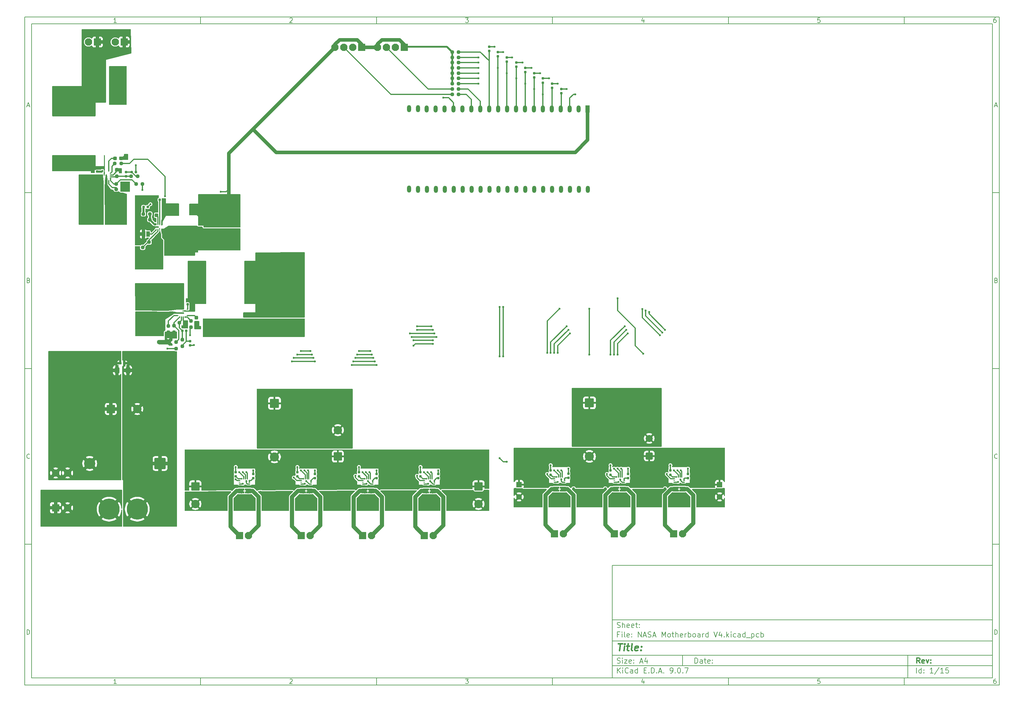
<source format=gbr>
%TF.GenerationSoftware,KiCad,Pcbnew,9.0.7*%
%TF.CreationDate,2026-02-04T11:21:35-05:00*%
%TF.ProjectId,NASA Motherboard V4,4e415341-204d-46f7-9468-6572626f6172,rev?*%
%TF.SameCoordinates,Original*%
%TF.FileFunction,Copper,L1,Top*%
%TF.FilePolarity,Positive*%
%FSLAX46Y46*%
G04 Gerber Fmt 4.6, Leading zero omitted, Abs format (unit mm)*
G04 Created by KiCad (PCBNEW 9.0.7) date 2026-02-04 11:21:35*
%MOMM*%
%LPD*%
G01*
G04 APERTURE LIST*
G04 Aperture macros list*
%AMRoundRect*
0 Rectangle with rounded corners*
0 $1 Rounding radius*
0 $2 $3 $4 $5 $6 $7 $8 $9 X,Y pos of 4 corners*
0 Add a 4 corners polygon primitive as box body*
4,1,4,$2,$3,$4,$5,$6,$7,$8,$9,$2,$3,0*
0 Add four circle primitives for the rounded corners*
1,1,$1+$1,$2,$3*
1,1,$1+$1,$4,$5*
1,1,$1+$1,$6,$7*
1,1,$1+$1,$8,$9*
0 Add four rect primitives between the rounded corners*
20,1,$1+$1,$2,$3,$4,$5,0*
20,1,$1+$1,$4,$5,$6,$7,0*
20,1,$1+$1,$6,$7,$8,$9,0*
20,1,$1+$1,$8,$9,$2,$3,0*%
%AMFreePoly0*
4,1,27,0.160002,0.849998,0.160002,0.124998,0.210002,0.074999,0.670001,0.074999,0.720001,0.024999,0.720001,-0.125001,0.670001,-0.175001,0.160002,-0.175001,0.160002,-0.425000,0.670001,-0.425000,0.720001,-0.475000,0.720001,-0.625000,0.670001,-0.675000,0.160002,-0.675000,0.160002,-0.925002,0.670001,-0.925002,0.720001,-0.975002,0.720001,-1.125002,0.670001,-1.175002,0.160002,-1.175002,
0.160002,-1.200000,-0.189997,-1.200000,-0.239997,-1.150000,-0.239997,0.849998,-0.189997,0.899998,0.110002,0.899998,0.160002,0.849998,0.160002,0.849998,$1*%
G04 Aperture macros list end*
%ADD10C,0.100000*%
%ADD11C,0.150000*%
%ADD12C,0.300000*%
%ADD13C,0.400000*%
%TA.AperFunction,EtchedComponent*%
%ADD14C,0.000000*%
%TD*%
%TA.AperFunction,ComponentPad*%
%ADD15RoundRect,0.250001X0.949999X-0.949999X0.949999X0.949999X-0.949999X0.949999X-0.949999X-0.949999X0*%
%TD*%
%TA.AperFunction,ComponentPad*%
%ADD16C,2.400000*%
%TD*%
%TA.AperFunction,SMDPad,CuDef*%
%ADD17RoundRect,0.250000X-0.650000X0.412500X-0.650000X-0.412500X0.650000X-0.412500X0.650000X0.412500X0*%
%TD*%
%TA.AperFunction,SMDPad,CuDef*%
%ADD18RoundRect,0.237500X0.250000X0.237500X-0.250000X0.237500X-0.250000X-0.237500X0.250000X-0.237500X0*%
%TD*%
%TA.AperFunction,SMDPad,CuDef*%
%ADD19RoundRect,0.160000X-0.160000X0.197500X-0.160000X-0.197500X0.160000X-0.197500X0.160000X0.197500X0*%
%TD*%
%TA.AperFunction,ComponentPad*%
%ADD20RoundRect,0.250000X-1.050000X1.050000X-1.050000X-1.050000X1.050000X-1.050000X1.050000X1.050000X0*%
%TD*%
%TA.AperFunction,ComponentPad*%
%ADD21C,2.600000*%
%TD*%
%TA.AperFunction,SMDPad,CuDef*%
%ADD22R,1.000000X1.500000*%
%TD*%
%TA.AperFunction,ComponentPad*%
%ADD23R,2.108200X2.108200*%
%TD*%
%TA.AperFunction,ComponentPad*%
%ADD24C,2.108200*%
%TD*%
%TA.AperFunction,ComponentPad*%
%ADD25RoundRect,0.250000X1.350000X1.350000X-1.350000X1.350000X-1.350000X-1.350000X1.350000X-1.350000X0*%
%TD*%
%TA.AperFunction,ComponentPad*%
%ADD26C,3.200000*%
%TD*%
%TA.AperFunction,ComponentPad*%
%ADD27RoundRect,0.250001X0.799999X0.799999X-0.799999X0.799999X-0.799999X-0.799999X0.799999X-0.799999X0*%
%TD*%
%TA.AperFunction,ComponentPad*%
%ADD28C,2.100000*%
%TD*%
%TA.AperFunction,ComponentPad*%
%ADD29RoundRect,0.250000X-0.550000X0.550000X-0.550000X-0.550000X0.550000X-0.550000X0.550000X0.550000X0*%
%TD*%
%TA.AperFunction,ComponentPad*%
%ADD30C,1.600000*%
%TD*%
%TA.AperFunction,ComponentPad*%
%ADD31RoundRect,0.250001X-0.799999X-0.799999X0.799999X-0.799999X0.799999X0.799999X-0.799999X0.799999X0*%
%TD*%
%TA.AperFunction,ComponentPad*%
%ADD32RoundRect,0.250001X-0.949999X0.949999X-0.949999X-0.949999X0.949999X-0.949999X0.949999X0.949999X0*%
%TD*%
%TA.AperFunction,SMDPad,CuDef*%
%ADD33RoundRect,0.250000X-0.412500X-0.650000X0.412500X-0.650000X0.412500X0.650000X-0.412500X0.650000X0*%
%TD*%
%TA.AperFunction,SMDPad,CuDef*%
%ADD34RoundRect,0.160000X0.197500X0.160000X-0.197500X0.160000X-0.197500X-0.160000X0.197500X-0.160000X0*%
%TD*%
%TA.AperFunction,SMDPad,CuDef*%
%ADD35RoundRect,0.155000X0.212500X0.155000X-0.212500X0.155000X-0.212500X-0.155000X0.212500X-0.155000X0*%
%TD*%
%TA.AperFunction,SMDPad,CuDef*%
%ADD36RoundRect,0.155000X-0.155000X0.212500X-0.155000X-0.212500X0.155000X-0.212500X0.155000X0.212500X0*%
%TD*%
%TA.AperFunction,ComponentPad*%
%ADD37RoundRect,0.250001X-0.949999X-0.949999X0.949999X-0.949999X0.949999X0.949999X-0.949999X0.949999X0*%
%TD*%
%TA.AperFunction,SMDPad,CuDef*%
%ADD38RoundRect,0.155000X-0.212500X-0.155000X0.212500X-0.155000X0.212500X0.155000X-0.212500X0.155000X0*%
%TD*%
%TA.AperFunction,SMDPad,CuDef*%
%ADD39RoundRect,0.237500X-0.237500X0.250000X-0.237500X-0.250000X0.237500X-0.250000X0.237500X0.250000X0*%
%TD*%
%TA.AperFunction,SMDPad,CuDef*%
%ADD40RoundRect,0.237500X0.237500X-0.250000X0.237500X0.250000X-0.237500X0.250000X-0.237500X-0.250000X0*%
%TD*%
%TA.AperFunction,SMDPad,CuDef*%
%ADD41RoundRect,0.250000X-1.100000X0.412500X-1.100000X-0.412500X1.100000X-0.412500X1.100000X0.412500X0*%
%TD*%
%TA.AperFunction,SMDPad,CuDef*%
%ADD42R,0.599999X0.249999*%
%TD*%
%TA.AperFunction,SMDPad,CuDef*%
%ADD43R,3.500001X0.499999*%
%TD*%
%TA.AperFunction,SMDPad,CuDef*%
%ADD44R,1.675000X0.499999*%
%TD*%
%TA.AperFunction,SMDPad,CuDef*%
%ADD45R,3.500001X1.599999*%
%TD*%
%TA.AperFunction,SMDPad,CuDef*%
%ADD46R,0.249999X0.599999*%
%TD*%
%TA.AperFunction,SMDPad,CuDef*%
%ADD47RoundRect,0.237500X-0.250000X-0.237500X0.250000X-0.237500X0.250000X0.237500X-0.250000X0.237500X0*%
%TD*%
%TA.AperFunction,SMDPad,CuDef*%
%ADD48RoundRect,0.250000X-0.412500X-1.100000X0.412500X-1.100000X0.412500X1.100000X-0.412500X1.100000X0*%
%TD*%
%TA.AperFunction,ComponentPad*%
%ADD49R,1.200000X2.000000*%
%TD*%
%TA.AperFunction,ComponentPad*%
%ADD50O,1.200000X2.000000*%
%TD*%
%TA.AperFunction,SMDPad,CuDef*%
%ADD51R,2.508199X3.252000*%
%TD*%
%TA.AperFunction,SMDPad,CuDef*%
%ADD52R,12.192000X3.412200*%
%TD*%
%TA.AperFunction,SMDPad,CuDef*%
%ADD53RoundRect,0.237500X-0.300000X-0.237500X0.300000X-0.237500X0.300000X0.237500X-0.300000X0.237500X0*%
%TD*%
%TA.AperFunction,SMDPad,CuDef*%
%ADD54RoundRect,0.250000X1.100000X-0.412500X1.100000X0.412500X-1.100000X0.412500X-1.100000X-0.412500X0*%
%TD*%
%TA.AperFunction,ComponentPad*%
%ADD55C,1.300000*%
%TD*%
%TA.AperFunction,SMDPad,CuDef*%
%ADD56R,0.229400X0.706399*%
%TD*%
%TA.AperFunction,ComponentPad*%
%ADD57RoundRect,0.250000X0.750000X-0.750000X0.750000X0.750000X-0.750000X0.750000X-0.750000X-0.750000X0*%
%TD*%
%TA.AperFunction,ComponentPad*%
%ADD58C,2.000000*%
%TD*%
%TA.AperFunction,SMDPad,CuDef*%
%ADD59RoundRect,0.155000X0.155000X-0.212500X0.155000X0.212500X-0.155000X0.212500X-0.155000X-0.212500X0*%
%TD*%
%TA.AperFunction,SMDPad,CuDef*%
%ADD60RoundRect,0.237500X0.237500X-0.300000X0.237500X0.300000X-0.237500X0.300000X-0.237500X-0.300000X0*%
%TD*%
%TA.AperFunction,SMDPad,CuDef*%
%ADD61RoundRect,0.160000X0.160000X-0.197500X0.160000X0.197500X-0.160000X0.197500X-0.160000X-0.197500X0*%
%TD*%
%TA.AperFunction,SMDPad,CuDef*%
%ADD62R,1.699999X0.249999*%
%TD*%
%TA.AperFunction,SMDPad,CuDef*%
%ADD63FreePoly0,90.000000*%
%TD*%
%TA.AperFunction,SMDPad,CuDef*%
%ADD64R,2.100001X0.399999*%
%TD*%
%TA.AperFunction,SMDPad,CuDef*%
%ADD65R,0.249999X1.699999*%
%TD*%
%TA.AperFunction,SMDPad,CuDef*%
%ADD66FreePoly0,180.000000*%
%TD*%
%TA.AperFunction,SMDPad,CuDef*%
%ADD67R,0.399999X2.100001*%
%TD*%
%TA.AperFunction,SMDPad,CuDef*%
%ADD68RoundRect,0.237500X-0.237500X0.300000X-0.237500X-0.300000X0.237500X-0.300000X0.237500X0.300000X0*%
%TD*%
%TA.AperFunction,SMDPad,CuDef*%
%ADD69R,3.412200X12.192000*%
%TD*%
%TA.AperFunction,ComponentPad*%
%ADD70C,6.000000*%
%TD*%
%TA.AperFunction,ViaPad*%
%ADD71C,0.600000*%
%TD*%
%TA.AperFunction,Conductor*%
%ADD72C,0.300000*%
%TD*%
%TA.AperFunction,Conductor*%
%ADD73C,0.600000*%
%TD*%
%TA.AperFunction,Conductor*%
%ADD74C,1.000000*%
%TD*%
%TA.AperFunction,Conductor*%
%ADD75C,0.500000*%
%TD*%
%TA.AperFunction,Conductor*%
%ADD76C,1.200000*%
%TD*%
G04 APERTURE END LIST*
D10*
D11*
X177002200Y-166007200D02*
X285002200Y-166007200D01*
X285002200Y-198007200D01*
X177002200Y-198007200D01*
X177002200Y-166007200D01*
D10*
D11*
X10000000Y-10000000D02*
X287002200Y-10000000D01*
X287002200Y-200007200D01*
X10000000Y-200007200D01*
X10000000Y-10000000D01*
D10*
D11*
X12000000Y-12000000D02*
X285002200Y-12000000D01*
X285002200Y-198007200D01*
X12000000Y-198007200D01*
X12000000Y-12000000D01*
D10*
D11*
X60000000Y-12000000D02*
X60000000Y-10000000D01*
D10*
D11*
X110000000Y-12000000D02*
X110000000Y-10000000D01*
D10*
D11*
X160000000Y-12000000D02*
X160000000Y-10000000D01*
D10*
D11*
X210000000Y-12000000D02*
X210000000Y-10000000D01*
D10*
D11*
X260000000Y-12000000D02*
X260000000Y-10000000D01*
D10*
D11*
X36089160Y-11593604D02*
X35346303Y-11593604D01*
X35717731Y-11593604D02*
X35717731Y-10293604D01*
X35717731Y-10293604D02*
X35593922Y-10479319D01*
X35593922Y-10479319D02*
X35470112Y-10603128D01*
X35470112Y-10603128D02*
X35346303Y-10665033D01*
D10*
D11*
X85346303Y-10417414D02*
X85408207Y-10355509D01*
X85408207Y-10355509D02*
X85532017Y-10293604D01*
X85532017Y-10293604D02*
X85841541Y-10293604D01*
X85841541Y-10293604D02*
X85965350Y-10355509D01*
X85965350Y-10355509D02*
X86027255Y-10417414D01*
X86027255Y-10417414D02*
X86089160Y-10541223D01*
X86089160Y-10541223D02*
X86089160Y-10665033D01*
X86089160Y-10665033D02*
X86027255Y-10850747D01*
X86027255Y-10850747D02*
X85284398Y-11593604D01*
X85284398Y-11593604D02*
X86089160Y-11593604D01*
D10*
D11*
X135284398Y-10293604D02*
X136089160Y-10293604D01*
X136089160Y-10293604D02*
X135655826Y-10788842D01*
X135655826Y-10788842D02*
X135841541Y-10788842D01*
X135841541Y-10788842D02*
X135965350Y-10850747D01*
X135965350Y-10850747D02*
X136027255Y-10912652D01*
X136027255Y-10912652D02*
X136089160Y-11036461D01*
X136089160Y-11036461D02*
X136089160Y-11345985D01*
X136089160Y-11345985D02*
X136027255Y-11469795D01*
X136027255Y-11469795D02*
X135965350Y-11531700D01*
X135965350Y-11531700D02*
X135841541Y-11593604D01*
X135841541Y-11593604D02*
X135470112Y-11593604D01*
X135470112Y-11593604D02*
X135346303Y-11531700D01*
X135346303Y-11531700D02*
X135284398Y-11469795D01*
D10*
D11*
X185965350Y-10726938D02*
X185965350Y-11593604D01*
X185655826Y-10231700D02*
X185346303Y-11160271D01*
X185346303Y-11160271D02*
X186151064Y-11160271D01*
D10*
D11*
X236027255Y-10293604D02*
X235408207Y-10293604D01*
X235408207Y-10293604D02*
X235346303Y-10912652D01*
X235346303Y-10912652D02*
X235408207Y-10850747D01*
X235408207Y-10850747D02*
X235532017Y-10788842D01*
X235532017Y-10788842D02*
X235841541Y-10788842D01*
X235841541Y-10788842D02*
X235965350Y-10850747D01*
X235965350Y-10850747D02*
X236027255Y-10912652D01*
X236027255Y-10912652D02*
X236089160Y-11036461D01*
X236089160Y-11036461D02*
X236089160Y-11345985D01*
X236089160Y-11345985D02*
X236027255Y-11469795D01*
X236027255Y-11469795D02*
X235965350Y-11531700D01*
X235965350Y-11531700D02*
X235841541Y-11593604D01*
X235841541Y-11593604D02*
X235532017Y-11593604D01*
X235532017Y-11593604D02*
X235408207Y-11531700D01*
X235408207Y-11531700D02*
X235346303Y-11469795D01*
D10*
D11*
X285965350Y-10293604D02*
X285717731Y-10293604D01*
X285717731Y-10293604D02*
X285593922Y-10355509D01*
X285593922Y-10355509D02*
X285532017Y-10417414D01*
X285532017Y-10417414D02*
X285408207Y-10603128D01*
X285408207Y-10603128D02*
X285346303Y-10850747D01*
X285346303Y-10850747D02*
X285346303Y-11345985D01*
X285346303Y-11345985D02*
X285408207Y-11469795D01*
X285408207Y-11469795D02*
X285470112Y-11531700D01*
X285470112Y-11531700D02*
X285593922Y-11593604D01*
X285593922Y-11593604D02*
X285841541Y-11593604D01*
X285841541Y-11593604D02*
X285965350Y-11531700D01*
X285965350Y-11531700D02*
X286027255Y-11469795D01*
X286027255Y-11469795D02*
X286089160Y-11345985D01*
X286089160Y-11345985D02*
X286089160Y-11036461D01*
X286089160Y-11036461D02*
X286027255Y-10912652D01*
X286027255Y-10912652D02*
X285965350Y-10850747D01*
X285965350Y-10850747D02*
X285841541Y-10788842D01*
X285841541Y-10788842D02*
X285593922Y-10788842D01*
X285593922Y-10788842D02*
X285470112Y-10850747D01*
X285470112Y-10850747D02*
X285408207Y-10912652D01*
X285408207Y-10912652D02*
X285346303Y-11036461D01*
D10*
D11*
X60000000Y-198007200D02*
X60000000Y-200007200D01*
D10*
D11*
X110000000Y-198007200D02*
X110000000Y-200007200D01*
D10*
D11*
X160000000Y-198007200D02*
X160000000Y-200007200D01*
D10*
D11*
X210000000Y-198007200D02*
X210000000Y-200007200D01*
D10*
D11*
X260000000Y-198007200D02*
X260000000Y-200007200D01*
D10*
D11*
X36089160Y-199600804D02*
X35346303Y-199600804D01*
X35717731Y-199600804D02*
X35717731Y-198300804D01*
X35717731Y-198300804D02*
X35593922Y-198486519D01*
X35593922Y-198486519D02*
X35470112Y-198610328D01*
X35470112Y-198610328D02*
X35346303Y-198672233D01*
D10*
D11*
X85346303Y-198424614D02*
X85408207Y-198362709D01*
X85408207Y-198362709D02*
X85532017Y-198300804D01*
X85532017Y-198300804D02*
X85841541Y-198300804D01*
X85841541Y-198300804D02*
X85965350Y-198362709D01*
X85965350Y-198362709D02*
X86027255Y-198424614D01*
X86027255Y-198424614D02*
X86089160Y-198548423D01*
X86089160Y-198548423D02*
X86089160Y-198672233D01*
X86089160Y-198672233D02*
X86027255Y-198857947D01*
X86027255Y-198857947D02*
X85284398Y-199600804D01*
X85284398Y-199600804D02*
X86089160Y-199600804D01*
D10*
D11*
X135284398Y-198300804D02*
X136089160Y-198300804D01*
X136089160Y-198300804D02*
X135655826Y-198796042D01*
X135655826Y-198796042D02*
X135841541Y-198796042D01*
X135841541Y-198796042D02*
X135965350Y-198857947D01*
X135965350Y-198857947D02*
X136027255Y-198919852D01*
X136027255Y-198919852D02*
X136089160Y-199043661D01*
X136089160Y-199043661D02*
X136089160Y-199353185D01*
X136089160Y-199353185D02*
X136027255Y-199476995D01*
X136027255Y-199476995D02*
X135965350Y-199538900D01*
X135965350Y-199538900D02*
X135841541Y-199600804D01*
X135841541Y-199600804D02*
X135470112Y-199600804D01*
X135470112Y-199600804D02*
X135346303Y-199538900D01*
X135346303Y-199538900D02*
X135284398Y-199476995D01*
D10*
D11*
X185965350Y-198734138D02*
X185965350Y-199600804D01*
X185655826Y-198238900D02*
X185346303Y-199167471D01*
X185346303Y-199167471D02*
X186151064Y-199167471D01*
D10*
D11*
X236027255Y-198300804D02*
X235408207Y-198300804D01*
X235408207Y-198300804D02*
X235346303Y-198919852D01*
X235346303Y-198919852D02*
X235408207Y-198857947D01*
X235408207Y-198857947D02*
X235532017Y-198796042D01*
X235532017Y-198796042D02*
X235841541Y-198796042D01*
X235841541Y-198796042D02*
X235965350Y-198857947D01*
X235965350Y-198857947D02*
X236027255Y-198919852D01*
X236027255Y-198919852D02*
X236089160Y-199043661D01*
X236089160Y-199043661D02*
X236089160Y-199353185D01*
X236089160Y-199353185D02*
X236027255Y-199476995D01*
X236027255Y-199476995D02*
X235965350Y-199538900D01*
X235965350Y-199538900D02*
X235841541Y-199600804D01*
X235841541Y-199600804D02*
X235532017Y-199600804D01*
X235532017Y-199600804D02*
X235408207Y-199538900D01*
X235408207Y-199538900D02*
X235346303Y-199476995D01*
D10*
D11*
X285965350Y-198300804D02*
X285717731Y-198300804D01*
X285717731Y-198300804D02*
X285593922Y-198362709D01*
X285593922Y-198362709D02*
X285532017Y-198424614D01*
X285532017Y-198424614D02*
X285408207Y-198610328D01*
X285408207Y-198610328D02*
X285346303Y-198857947D01*
X285346303Y-198857947D02*
X285346303Y-199353185D01*
X285346303Y-199353185D02*
X285408207Y-199476995D01*
X285408207Y-199476995D02*
X285470112Y-199538900D01*
X285470112Y-199538900D02*
X285593922Y-199600804D01*
X285593922Y-199600804D02*
X285841541Y-199600804D01*
X285841541Y-199600804D02*
X285965350Y-199538900D01*
X285965350Y-199538900D02*
X286027255Y-199476995D01*
X286027255Y-199476995D02*
X286089160Y-199353185D01*
X286089160Y-199353185D02*
X286089160Y-199043661D01*
X286089160Y-199043661D02*
X286027255Y-198919852D01*
X286027255Y-198919852D02*
X285965350Y-198857947D01*
X285965350Y-198857947D02*
X285841541Y-198796042D01*
X285841541Y-198796042D02*
X285593922Y-198796042D01*
X285593922Y-198796042D02*
X285470112Y-198857947D01*
X285470112Y-198857947D02*
X285408207Y-198919852D01*
X285408207Y-198919852D02*
X285346303Y-199043661D01*
D10*
D11*
X10000000Y-60000000D02*
X12000000Y-60000000D01*
D10*
D11*
X10000000Y-110000000D02*
X12000000Y-110000000D01*
D10*
D11*
X10000000Y-160000000D02*
X12000000Y-160000000D01*
D10*
D11*
X10690476Y-35222176D02*
X11309523Y-35222176D01*
X10566666Y-35593604D02*
X10999999Y-34293604D01*
X10999999Y-34293604D02*
X11433333Y-35593604D01*
D10*
D11*
X11092857Y-84912652D02*
X11278571Y-84974557D01*
X11278571Y-84974557D02*
X11340476Y-85036461D01*
X11340476Y-85036461D02*
X11402380Y-85160271D01*
X11402380Y-85160271D02*
X11402380Y-85345985D01*
X11402380Y-85345985D02*
X11340476Y-85469795D01*
X11340476Y-85469795D02*
X11278571Y-85531700D01*
X11278571Y-85531700D02*
X11154761Y-85593604D01*
X11154761Y-85593604D02*
X10659523Y-85593604D01*
X10659523Y-85593604D02*
X10659523Y-84293604D01*
X10659523Y-84293604D02*
X11092857Y-84293604D01*
X11092857Y-84293604D02*
X11216666Y-84355509D01*
X11216666Y-84355509D02*
X11278571Y-84417414D01*
X11278571Y-84417414D02*
X11340476Y-84541223D01*
X11340476Y-84541223D02*
X11340476Y-84665033D01*
X11340476Y-84665033D02*
X11278571Y-84788842D01*
X11278571Y-84788842D02*
X11216666Y-84850747D01*
X11216666Y-84850747D02*
X11092857Y-84912652D01*
X11092857Y-84912652D02*
X10659523Y-84912652D01*
D10*
D11*
X11402380Y-135469795D02*
X11340476Y-135531700D01*
X11340476Y-135531700D02*
X11154761Y-135593604D01*
X11154761Y-135593604D02*
X11030952Y-135593604D01*
X11030952Y-135593604D02*
X10845238Y-135531700D01*
X10845238Y-135531700D02*
X10721428Y-135407890D01*
X10721428Y-135407890D02*
X10659523Y-135284080D01*
X10659523Y-135284080D02*
X10597619Y-135036461D01*
X10597619Y-135036461D02*
X10597619Y-134850747D01*
X10597619Y-134850747D02*
X10659523Y-134603128D01*
X10659523Y-134603128D02*
X10721428Y-134479319D01*
X10721428Y-134479319D02*
X10845238Y-134355509D01*
X10845238Y-134355509D02*
X11030952Y-134293604D01*
X11030952Y-134293604D02*
X11154761Y-134293604D01*
X11154761Y-134293604D02*
X11340476Y-134355509D01*
X11340476Y-134355509D02*
X11402380Y-134417414D01*
D10*
D11*
X10659523Y-185593604D02*
X10659523Y-184293604D01*
X10659523Y-184293604D02*
X10969047Y-184293604D01*
X10969047Y-184293604D02*
X11154761Y-184355509D01*
X11154761Y-184355509D02*
X11278571Y-184479319D01*
X11278571Y-184479319D02*
X11340476Y-184603128D01*
X11340476Y-184603128D02*
X11402380Y-184850747D01*
X11402380Y-184850747D02*
X11402380Y-185036461D01*
X11402380Y-185036461D02*
X11340476Y-185284080D01*
X11340476Y-185284080D02*
X11278571Y-185407890D01*
X11278571Y-185407890D02*
X11154761Y-185531700D01*
X11154761Y-185531700D02*
X10969047Y-185593604D01*
X10969047Y-185593604D02*
X10659523Y-185593604D01*
D10*
D11*
X287002200Y-60000000D02*
X285002200Y-60000000D01*
D10*
D11*
X287002200Y-110000000D02*
X285002200Y-110000000D01*
D10*
D11*
X287002200Y-160000000D02*
X285002200Y-160000000D01*
D10*
D11*
X285692676Y-35222176D02*
X286311723Y-35222176D01*
X285568866Y-35593604D02*
X286002199Y-34293604D01*
X286002199Y-34293604D02*
X286435533Y-35593604D01*
D10*
D11*
X286095057Y-84912652D02*
X286280771Y-84974557D01*
X286280771Y-84974557D02*
X286342676Y-85036461D01*
X286342676Y-85036461D02*
X286404580Y-85160271D01*
X286404580Y-85160271D02*
X286404580Y-85345985D01*
X286404580Y-85345985D02*
X286342676Y-85469795D01*
X286342676Y-85469795D02*
X286280771Y-85531700D01*
X286280771Y-85531700D02*
X286156961Y-85593604D01*
X286156961Y-85593604D02*
X285661723Y-85593604D01*
X285661723Y-85593604D02*
X285661723Y-84293604D01*
X285661723Y-84293604D02*
X286095057Y-84293604D01*
X286095057Y-84293604D02*
X286218866Y-84355509D01*
X286218866Y-84355509D02*
X286280771Y-84417414D01*
X286280771Y-84417414D02*
X286342676Y-84541223D01*
X286342676Y-84541223D02*
X286342676Y-84665033D01*
X286342676Y-84665033D02*
X286280771Y-84788842D01*
X286280771Y-84788842D02*
X286218866Y-84850747D01*
X286218866Y-84850747D02*
X286095057Y-84912652D01*
X286095057Y-84912652D02*
X285661723Y-84912652D01*
D10*
D11*
X286404580Y-135469795D02*
X286342676Y-135531700D01*
X286342676Y-135531700D02*
X286156961Y-135593604D01*
X286156961Y-135593604D02*
X286033152Y-135593604D01*
X286033152Y-135593604D02*
X285847438Y-135531700D01*
X285847438Y-135531700D02*
X285723628Y-135407890D01*
X285723628Y-135407890D02*
X285661723Y-135284080D01*
X285661723Y-135284080D02*
X285599819Y-135036461D01*
X285599819Y-135036461D02*
X285599819Y-134850747D01*
X285599819Y-134850747D02*
X285661723Y-134603128D01*
X285661723Y-134603128D02*
X285723628Y-134479319D01*
X285723628Y-134479319D02*
X285847438Y-134355509D01*
X285847438Y-134355509D02*
X286033152Y-134293604D01*
X286033152Y-134293604D02*
X286156961Y-134293604D01*
X286156961Y-134293604D02*
X286342676Y-134355509D01*
X286342676Y-134355509D02*
X286404580Y-134417414D01*
D10*
D11*
X285661723Y-185593604D02*
X285661723Y-184293604D01*
X285661723Y-184293604D02*
X285971247Y-184293604D01*
X285971247Y-184293604D02*
X286156961Y-184355509D01*
X286156961Y-184355509D02*
X286280771Y-184479319D01*
X286280771Y-184479319D02*
X286342676Y-184603128D01*
X286342676Y-184603128D02*
X286404580Y-184850747D01*
X286404580Y-184850747D02*
X286404580Y-185036461D01*
X286404580Y-185036461D02*
X286342676Y-185284080D01*
X286342676Y-185284080D02*
X286280771Y-185407890D01*
X286280771Y-185407890D02*
X286156961Y-185531700D01*
X286156961Y-185531700D02*
X285971247Y-185593604D01*
X285971247Y-185593604D02*
X285661723Y-185593604D01*
D10*
D11*
X200458026Y-193793328D02*
X200458026Y-192293328D01*
X200458026Y-192293328D02*
X200815169Y-192293328D01*
X200815169Y-192293328D02*
X201029455Y-192364757D01*
X201029455Y-192364757D02*
X201172312Y-192507614D01*
X201172312Y-192507614D02*
X201243741Y-192650471D01*
X201243741Y-192650471D02*
X201315169Y-192936185D01*
X201315169Y-192936185D02*
X201315169Y-193150471D01*
X201315169Y-193150471D02*
X201243741Y-193436185D01*
X201243741Y-193436185D02*
X201172312Y-193579042D01*
X201172312Y-193579042D02*
X201029455Y-193721900D01*
X201029455Y-193721900D02*
X200815169Y-193793328D01*
X200815169Y-193793328D02*
X200458026Y-193793328D01*
X202600884Y-193793328D02*
X202600884Y-193007614D01*
X202600884Y-193007614D02*
X202529455Y-192864757D01*
X202529455Y-192864757D02*
X202386598Y-192793328D01*
X202386598Y-192793328D02*
X202100884Y-192793328D01*
X202100884Y-192793328D02*
X201958026Y-192864757D01*
X202600884Y-193721900D02*
X202458026Y-193793328D01*
X202458026Y-193793328D02*
X202100884Y-193793328D01*
X202100884Y-193793328D02*
X201958026Y-193721900D01*
X201958026Y-193721900D02*
X201886598Y-193579042D01*
X201886598Y-193579042D02*
X201886598Y-193436185D01*
X201886598Y-193436185D02*
X201958026Y-193293328D01*
X201958026Y-193293328D02*
X202100884Y-193221900D01*
X202100884Y-193221900D02*
X202458026Y-193221900D01*
X202458026Y-193221900D02*
X202600884Y-193150471D01*
X203100884Y-192793328D02*
X203672312Y-192793328D01*
X203315169Y-192293328D02*
X203315169Y-193579042D01*
X203315169Y-193579042D02*
X203386598Y-193721900D01*
X203386598Y-193721900D02*
X203529455Y-193793328D01*
X203529455Y-193793328D02*
X203672312Y-193793328D01*
X204743741Y-193721900D02*
X204600884Y-193793328D01*
X204600884Y-193793328D02*
X204315170Y-193793328D01*
X204315170Y-193793328D02*
X204172312Y-193721900D01*
X204172312Y-193721900D02*
X204100884Y-193579042D01*
X204100884Y-193579042D02*
X204100884Y-193007614D01*
X204100884Y-193007614D02*
X204172312Y-192864757D01*
X204172312Y-192864757D02*
X204315170Y-192793328D01*
X204315170Y-192793328D02*
X204600884Y-192793328D01*
X204600884Y-192793328D02*
X204743741Y-192864757D01*
X204743741Y-192864757D02*
X204815170Y-193007614D01*
X204815170Y-193007614D02*
X204815170Y-193150471D01*
X204815170Y-193150471D02*
X204100884Y-193293328D01*
X205458026Y-193650471D02*
X205529455Y-193721900D01*
X205529455Y-193721900D02*
X205458026Y-193793328D01*
X205458026Y-193793328D02*
X205386598Y-193721900D01*
X205386598Y-193721900D02*
X205458026Y-193650471D01*
X205458026Y-193650471D02*
X205458026Y-193793328D01*
X205458026Y-192864757D02*
X205529455Y-192936185D01*
X205529455Y-192936185D02*
X205458026Y-193007614D01*
X205458026Y-193007614D02*
X205386598Y-192936185D01*
X205386598Y-192936185D02*
X205458026Y-192864757D01*
X205458026Y-192864757D02*
X205458026Y-193007614D01*
D10*
D11*
X177002200Y-194507200D02*
X285002200Y-194507200D01*
D10*
D11*
X178458026Y-196593328D02*
X178458026Y-195093328D01*
X179315169Y-196593328D02*
X178672312Y-195736185D01*
X179315169Y-195093328D02*
X178458026Y-195950471D01*
X179958026Y-196593328D02*
X179958026Y-195593328D01*
X179958026Y-195093328D02*
X179886598Y-195164757D01*
X179886598Y-195164757D02*
X179958026Y-195236185D01*
X179958026Y-195236185D02*
X180029455Y-195164757D01*
X180029455Y-195164757D02*
X179958026Y-195093328D01*
X179958026Y-195093328D02*
X179958026Y-195236185D01*
X181529455Y-196450471D02*
X181458027Y-196521900D01*
X181458027Y-196521900D02*
X181243741Y-196593328D01*
X181243741Y-196593328D02*
X181100884Y-196593328D01*
X181100884Y-196593328D02*
X180886598Y-196521900D01*
X180886598Y-196521900D02*
X180743741Y-196379042D01*
X180743741Y-196379042D02*
X180672312Y-196236185D01*
X180672312Y-196236185D02*
X180600884Y-195950471D01*
X180600884Y-195950471D02*
X180600884Y-195736185D01*
X180600884Y-195736185D02*
X180672312Y-195450471D01*
X180672312Y-195450471D02*
X180743741Y-195307614D01*
X180743741Y-195307614D02*
X180886598Y-195164757D01*
X180886598Y-195164757D02*
X181100884Y-195093328D01*
X181100884Y-195093328D02*
X181243741Y-195093328D01*
X181243741Y-195093328D02*
X181458027Y-195164757D01*
X181458027Y-195164757D02*
X181529455Y-195236185D01*
X182815170Y-196593328D02*
X182815170Y-195807614D01*
X182815170Y-195807614D02*
X182743741Y-195664757D01*
X182743741Y-195664757D02*
X182600884Y-195593328D01*
X182600884Y-195593328D02*
X182315170Y-195593328D01*
X182315170Y-195593328D02*
X182172312Y-195664757D01*
X182815170Y-196521900D02*
X182672312Y-196593328D01*
X182672312Y-196593328D02*
X182315170Y-196593328D01*
X182315170Y-196593328D02*
X182172312Y-196521900D01*
X182172312Y-196521900D02*
X182100884Y-196379042D01*
X182100884Y-196379042D02*
X182100884Y-196236185D01*
X182100884Y-196236185D02*
X182172312Y-196093328D01*
X182172312Y-196093328D02*
X182315170Y-196021900D01*
X182315170Y-196021900D02*
X182672312Y-196021900D01*
X182672312Y-196021900D02*
X182815170Y-195950471D01*
X184172313Y-196593328D02*
X184172313Y-195093328D01*
X184172313Y-196521900D02*
X184029455Y-196593328D01*
X184029455Y-196593328D02*
X183743741Y-196593328D01*
X183743741Y-196593328D02*
X183600884Y-196521900D01*
X183600884Y-196521900D02*
X183529455Y-196450471D01*
X183529455Y-196450471D02*
X183458027Y-196307614D01*
X183458027Y-196307614D02*
X183458027Y-195879042D01*
X183458027Y-195879042D02*
X183529455Y-195736185D01*
X183529455Y-195736185D02*
X183600884Y-195664757D01*
X183600884Y-195664757D02*
X183743741Y-195593328D01*
X183743741Y-195593328D02*
X184029455Y-195593328D01*
X184029455Y-195593328D02*
X184172313Y-195664757D01*
X186029455Y-195807614D02*
X186529455Y-195807614D01*
X186743741Y-196593328D02*
X186029455Y-196593328D01*
X186029455Y-196593328D02*
X186029455Y-195093328D01*
X186029455Y-195093328D02*
X186743741Y-195093328D01*
X187386598Y-196450471D02*
X187458027Y-196521900D01*
X187458027Y-196521900D02*
X187386598Y-196593328D01*
X187386598Y-196593328D02*
X187315170Y-196521900D01*
X187315170Y-196521900D02*
X187386598Y-196450471D01*
X187386598Y-196450471D02*
X187386598Y-196593328D01*
X188100884Y-196593328D02*
X188100884Y-195093328D01*
X188100884Y-195093328D02*
X188458027Y-195093328D01*
X188458027Y-195093328D02*
X188672313Y-195164757D01*
X188672313Y-195164757D02*
X188815170Y-195307614D01*
X188815170Y-195307614D02*
X188886599Y-195450471D01*
X188886599Y-195450471D02*
X188958027Y-195736185D01*
X188958027Y-195736185D02*
X188958027Y-195950471D01*
X188958027Y-195950471D02*
X188886599Y-196236185D01*
X188886599Y-196236185D02*
X188815170Y-196379042D01*
X188815170Y-196379042D02*
X188672313Y-196521900D01*
X188672313Y-196521900D02*
X188458027Y-196593328D01*
X188458027Y-196593328D02*
X188100884Y-196593328D01*
X189600884Y-196450471D02*
X189672313Y-196521900D01*
X189672313Y-196521900D02*
X189600884Y-196593328D01*
X189600884Y-196593328D02*
X189529456Y-196521900D01*
X189529456Y-196521900D02*
X189600884Y-196450471D01*
X189600884Y-196450471D02*
X189600884Y-196593328D01*
X190243742Y-196164757D02*
X190958028Y-196164757D01*
X190100885Y-196593328D02*
X190600885Y-195093328D01*
X190600885Y-195093328D02*
X191100885Y-196593328D01*
X191600884Y-196450471D02*
X191672313Y-196521900D01*
X191672313Y-196521900D02*
X191600884Y-196593328D01*
X191600884Y-196593328D02*
X191529456Y-196521900D01*
X191529456Y-196521900D02*
X191600884Y-196450471D01*
X191600884Y-196450471D02*
X191600884Y-196593328D01*
X193529456Y-196593328D02*
X193815170Y-196593328D01*
X193815170Y-196593328D02*
X193958027Y-196521900D01*
X193958027Y-196521900D02*
X194029456Y-196450471D01*
X194029456Y-196450471D02*
X194172313Y-196236185D01*
X194172313Y-196236185D02*
X194243742Y-195950471D01*
X194243742Y-195950471D02*
X194243742Y-195379042D01*
X194243742Y-195379042D02*
X194172313Y-195236185D01*
X194172313Y-195236185D02*
X194100885Y-195164757D01*
X194100885Y-195164757D02*
X193958027Y-195093328D01*
X193958027Y-195093328D02*
X193672313Y-195093328D01*
X193672313Y-195093328D02*
X193529456Y-195164757D01*
X193529456Y-195164757D02*
X193458027Y-195236185D01*
X193458027Y-195236185D02*
X193386599Y-195379042D01*
X193386599Y-195379042D02*
X193386599Y-195736185D01*
X193386599Y-195736185D02*
X193458027Y-195879042D01*
X193458027Y-195879042D02*
X193529456Y-195950471D01*
X193529456Y-195950471D02*
X193672313Y-196021900D01*
X193672313Y-196021900D02*
X193958027Y-196021900D01*
X193958027Y-196021900D02*
X194100885Y-195950471D01*
X194100885Y-195950471D02*
X194172313Y-195879042D01*
X194172313Y-195879042D02*
X194243742Y-195736185D01*
X194886598Y-196450471D02*
X194958027Y-196521900D01*
X194958027Y-196521900D02*
X194886598Y-196593328D01*
X194886598Y-196593328D02*
X194815170Y-196521900D01*
X194815170Y-196521900D02*
X194886598Y-196450471D01*
X194886598Y-196450471D02*
X194886598Y-196593328D01*
X195886599Y-195093328D02*
X196029456Y-195093328D01*
X196029456Y-195093328D02*
X196172313Y-195164757D01*
X196172313Y-195164757D02*
X196243742Y-195236185D01*
X196243742Y-195236185D02*
X196315170Y-195379042D01*
X196315170Y-195379042D02*
X196386599Y-195664757D01*
X196386599Y-195664757D02*
X196386599Y-196021900D01*
X196386599Y-196021900D02*
X196315170Y-196307614D01*
X196315170Y-196307614D02*
X196243742Y-196450471D01*
X196243742Y-196450471D02*
X196172313Y-196521900D01*
X196172313Y-196521900D02*
X196029456Y-196593328D01*
X196029456Y-196593328D02*
X195886599Y-196593328D01*
X195886599Y-196593328D02*
X195743742Y-196521900D01*
X195743742Y-196521900D02*
X195672313Y-196450471D01*
X195672313Y-196450471D02*
X195600884Y-196307614D01*
X195600884Y-196307614D02*
X195529456Y-196021900D01*
X195529456Y-196021900D02*
X195529456Y-195664757D01*
X195529456Y-195664757D02*
X195600884Y-195379042D01*
X195600884Y-195379042D02*
X195672313Y-195236185D01*
X195672313Y-195236185D02*
X195743742Y-195164757D01*
X195743742Y-195164757D02*
X195886599Y-195093328D01*
X197029455Y-196450471D02*
X197100884Y-196521900D01*
X197100884Y-196521900D02*
X197029455Y-196593328D01*
X197029455Y-196593328D02*
X196958027Y-196521900D01*
X196958027Y-196521900D02*
X197029455Y-196450471D01*
X197029455Y-196450471D02*
X197029455Y-196593328D01*
X197600884Y-195093328D02*
X198600884Y-195093328D01*
X198600884Y-195093328D02*
X197958027Y-196593328D01*
D10*
D11*
X177002200Y-191507200D02*
X285002200Y-191507200D01*
D10*
D12*
X264413853Y-193785528D02*
X263913853Y-193071242D01*
X263556710Y-193785528D02*
X263556710Y-192285528D01*
X263556710Y-192285528D02*
X264128139Y-192285528D01*
X264128139Y-192285528D02*
X264270996Y-192356957D01*
X264270996Y-192356957D02*
X264342425Y-192428385D01*
X264342425Y-192428385D02*
X264413853Y-192571242D01*
X264413853Y-192571242D02*
X264413853Y-192785528D01*
X264413853Y-192785528D02*
X264342425Y-192928385D01*
X264342425Y-192928385D02*
X264270996Y-192999814D01*
X264270996Y-192999814D02*
X264128139Y-193071242D01*
X264128139Y-193071242D02*
X263556710Y-193071242D01*
X265628139Y-193714100D02*
X265485282Y-193785528D01*
X265485282Y-193785528D02*
X265199568Y-193785528D01*
X265199568Y-193785528D02*
X265056710Y-193714100D01*
X265056710Y-193714100D02*
X264985282Y-193571242D01*
X264985282Y-193571242D02*
X264985282Y-192999814D01*
X264985282Y-192999814D02*
X265056710Y-192856957D01*
X265056710Y-192856957D02*
X265199568Y-192785528D01*
X265199568Y-192785528D02*
X265485282Y-192785528D01*
X265485282Y-192785528D02*
X265628139Y-192856957D01*
X265628139Y-192856957D02*
X265699568Y-192999814D01*
X265699568Y-192999814D02*
X265699568Y-193142671D01*
X265699568Y-193142671D02*
X264985282Y-193285528D01*
X266199567Y-192785528D02*
X266556710Y-193785528D01*
X266556710Y-193785528D02*
X266913853Y-192785528D01*
X267485281Y-193642671D02*
X267556710Y-193714100D01*
X267556710Y-193714100D02*
X267485281Y-193785528D01*
X267485281Y-193785528D02*
X267413853Y-193714100D01*
X267413853Y-193714100D02*
X267485281Y-193642671D01*
X267485281Y-193642671D02*
X267485281Y-193785528D01*
X267485281Y-192856957D02*
X267556710Y-192928385D01*
X267556710Y-192928385D02*
X267485281Y-192999814D01*
X267485281Y-192999814D02*
X267413853Y-192928385D01*
X267413853Y-192928385D02*
X267485281Y-192856957D01*
X267485281Y-192856957D02*
X267485281Y-192999814D01*
D10*
D11*
X178386598Y-193721900D02*
X178600884Y-193793328D01*
X178600884Y-193793328D02*
X178958026Y-193793328D01*
X178958026Y-193793328D02*
X179100884Y-193721900D01*
X179100884Y-193721900D02*
X179172312Y-193650471D01*
X179172312Y-193650471D02*
X179243741Y-193507614D01*
X179243741Y-193507614D02*
X179243741Y-193364757D01*
X179243741Y-193364757D02*
X179172312Y-193221900D01*
X179172312Y-193221900D02*
X179100884Y-193150471D01*
X179100884Y-193150471D02*
X178958026Y-193079042D01*
X178958026Y-193079042D02*
X178672312Y-193007614D01*
X178672312Y-193007614D02*
X178529455Y-192936185D01*
X178529455Y-192936185D02*
X178458026Y-192864757D01*
X178458026Y-192864757D02*
X178386598Y-192721900D01*
X178386598Y-192721900D02*
X178386598Y-192579042D01*
X178386598Y-192579042D02*
X178458026Y-192436185D01*
X178458026Y-192436185D02*
X178529455Y-192364757D01*
X178529455Y-192364757D02*
X178672312Y-192293328D01*
X178672312Y-192293328D02*
X179029455Y-192293328D01*
X179029455Y-192293328D02*
X179243741Y-192364757D01*
X179886597Y-193793328D02*
X179886597Y-192793328D01*
X179886597Y-192293328D02*
X179815169Y-192364757D01*
X179815169Y-192364757D02*
X179886597Y-192436185D01*
X179886597Y-192436185D02*
X179958026Y-192364757D01*
X179958026Y-192364757D02*
X179886597Y-192293328D01*
X179886597Y-192293328D02*
X179886597Y-192436185D01*
X180458026Y-192793328D02*
X181243741Y-192793328D01*
X181243741Y-192793328D02*
X180458026Y-193793328D01*
X180458026Y-193793328D02*
X181243741Y-193793328D01*
X182386598Y-193721900D02*
X182243741Y-193793328D01*
X182243741Y-193793328D02*
X181958027Y-193793328D01*
X181958027Y-193793328D02*
X181815169Y-193721900D01*
X181815169Y-193721900D02*
X181743741Y-193579042D01*
X181743741Y-193579042D02*
X181743741Y-193007614D01*
X181743741Y-193007614D02*
X181815169Y-192864757D01*
X181815169Y-192864757D02*
X181958027Y-192793328D01*
X181958027Y-192793328D02*
X182243741Y-192793328D01*
X182243741Y-192793328D02*
X182386598Y-192864757D01*
X182386598Y-192864757D02*
X182458027Y-193007614D01*
X182458027Y-193007614D02*
X182458027Y-193150471D01*
X182458027Y-193150471D02*
X181743741Y-193293328D01*
X183100883Y-193650471D02*
X183172312Y-193721900D01*
X183172312Y-193721900D02*
X183100883Y-193793328D01*
X183100883Y-193793328D02*
X183029455Y-193721900D01*
X183029455Y-193721900D02*
X183100883Y-193650471D01*
X183100883Y-193650471D02*
X183100883Y-193793328D01*
X183100883Y-192864757D02*
X183172312Y-192936185D01*
X183172312Y-192936185D02*
X183100883Y-193007614D01*
X183100883Y-193007614D02*
X183029455Y-192936185D01*
X183029455Y-192936185D02*
X183100883Y-192864757D01*
X183100883Y-192864757D02*
X183100883Y-193007614D01*
X184886598Y-193364757D02*
X185600884Y-193364757D01*
X184743741Y-193793328D02*
X185243741Y-192293328D01*
X185243741Y-192293328D02*
X185743741Y-193793328D01*
X186886598Y-192793328D02*
X186886598Y-193793328D01*
X186529455Y-192221900D02*
X186172312Y-193293328D01*
X186172312Y-193293328D02*
X187100883Y-193293328D01*
D10*
D11*
X263458026Y-196593328D02*
X263458026Y-195093328D01*
X264815170Y-196593328D02*
X264815170Y-195093328D01*
X264815170Y-196521900D02*
X264672312Y-196593328D01*
X264672312Y-196593328D02*
X264386598Y-196593328D01*
X264386598Y-196593328D02*
X264243741Y-196521900D01*
X264243741Y-196521900D02*
X264172312Y-196450471D01*
X264172312Y-196450471D02*
X264100884Y-196307614D01*
X264100884Y-196307614D02*
X264100884Y-195879042D01*
X264100884Y-195879042D02*
X264172312Y-195736185D01*
X264172312Y-195736185D02*
X264243741Y-195664757D01*
X264243741Y-195664757D02*
X264386598Y-195593328D01*
X264386598Y-195593328D02*
X264672312Y-195593328D01*
X264672312Y-195593328D02*
X264815170Y-195664757D01*
X265529455Y-196450471D02*
X265600884Y-196521900D01*
X265600884Y-196521900D02*
X265529455Y-196593328D01*
X265529455Y-196593328D02*
X265458027Y-196521900D01*
X265458027Y-196521900D02*
X265529455Y-196450471D01*
X265529455Y-196450471D02*
X265529455Y-196593328D01*
X265529455Y-195664757D02*
X265600884Y-195736185D01*
X265600884Y-195736185D02*
X265529455Y-195807614D01*
X265529455Y-195807614D02*
X265458027Y-195736185D01*
X265458027Y-195736185D02*
X265529455Y-195664757D01*
X265529455Y-195664757D02*
X265529455Y-195807614D01*
X268172313Y-196593328D02*
X267315170Y-196593328D01*
X267743741Y-196593328D02*
X267743741Y-195093328D01*
X267743741Y-195093328D02*
X267600884Y-195307614D01*
X267600884Y-195307614D02*
X267458027Y-195450471D01*
X267458027Y-195450471D02*
X267315170Y-195521900D01*
X269886598Y-195021900D02*
X268600884Y-196950471D01*
X271172313Y-196593328D02*
X270315170Y-196593328D01*
X270743741Y-196593328D02*
X270743741Y-195093328D01*
X270743741Y-195093328D02*
X270600884Y-195307614D01*
X270600884Y-195307614D02*
X270458027Y-195450471D01*
X270458027Y-195450471D02*
X270315170Y-195521900D01*
X272529455Y-195093328D02*
X271815169Y-195093328D01*
X271815169Y-195093328D02*
X271743741Y-195807614D01*
X271743741Y-195807614D02*
X271815169Y-195736185D01*
X271815169Y-195736185D02*
X271958027Y-195664757D01*
X271958027Y-195664757D02*
X272315169Y-195664757D01*
X272315169Y-195664757D02*
X272458027Y-195736185D01*
X272458027Y-195736185D02*
X272529455Y-195807614D01*
X272529455Y-195807614D02*
X272600884Y-195950471D01*
X272600884Y-195950471D02*
X272600884Y-196307614D01*
X272600884Y-196307614D02*
X272529455Y-196450471D01*
X272529455Y-196450471D02*
X272458027Y-196521900D01*
X272458027Y-196521900D02*
X272315169Y-196593328D01*
X272315169Y-196593328D02*
X271958027Y-196593328D01*
X271958027Y-196593328D02*
X271815169Y-196521900D01*
X271815169Y-196521900D02*
X271743741Y-196450471D01*
D10*
D11*
X177002200Y-187507200D02*
X285002200Y-187507200D01*
D10*
D13*
X178693928Y-188211638D02*
X179836785Y-188211638D01*
X179015357Y-190211638D02*
X179265357Y-188211638D01*
X180253452Y-190211638D02*
X180420119Y-188878304D01*
X180503452Y-188211638D02*
X180396309Y-188306876D01*
X180396309Y-188306876D02*
X180479643Y-188402114D01*
X180479643Y-188402114D02*
X180586786Y-188306876D01*
X180586786Y-188306876D02*
X180503452Y-188211638D01*
X180503452Y-188211638D02*
X180479643Y-188402114D01*
X181086786Y-188878304D02*
X181848690Y-188878304D01*
X181455833Y-188211638D02*
X181241548Y-189925923D01*
X181241548Y-189925923D02*
X181312976Y-190116400D01*
X181312976Y-190116400D02*
X181491548Y-190211638D01*
X181491548Y-190211638D02*
X181682024Y-190211638D01*
X182634405Y-190211638D02*
X182455833Y-190116400D01*
X182455833Y-190116400D02*
X182384405Y-189925923D01*
X182384405Y-189925923D02*
X182598690Y-188211638D01*
X184170119Y-190116400D02*
X183967738Y-190211638D01*
X183967738Y-190211638D02*
X183586785Y-190211638D01*
X183586785Y-190211638D02*
X183408214Y-190116400D01*
X183408214Y-190116400D02*
X183336785Y-189925923D01*
X183336785Y-189925923D02*
X183432024Y-189164019D01*
X183432024Y-189164019D02*
X183551071Y-188973542D01*
X183551071Y-188973542D02*
X183753452Y-188878304D01*
X183753452Y-188878304D02*
X184134404Y-188878304D01*
X184134404Y-188878304D02*
X184312976Y-188973542D01*
X184312976Y-188973542D02*
X184384404Y-189164019D01*
X184384404Y-189164019D02*
X184360595Y-189354495D01*
X184360595Y-189354495D02*
X183384404Y-189544971D01*
X185134405Y-190021161D02*
X185217738Y-190116400D01*
X185217738Y-190116400D02*
X185110595Y-190211638D01*
X185110595Y-190211638D02*
X185027262Y-190116400D01*
X185027262Y-190116400D02*
X185134405Y-190021161D01*
X185134405Y-190021161D02*
X185110595Y-190211638D01*
X185265357Y-188973542D02*
X185348690Y-189068780D01*
X185348690Y-189068780D02*
X185241548Y-189164019D01*
X185241548Y-189164019D02*
X185158214Y-189068780D01*
X185158214Y-189068780D02*
X185265357Y-188973542D01*
X185265357Y-188973542D02*
X185241548Y-189164019D01*
D10*
D11*
X178958026Y-185607614D02*
X178458026Y-185607614D01*
X178458026Y-186393328D02*
X178458026Y-184893328D01*
X178458026Y-184893328D02*
X179172312Y-184893328D01*
X179743740Y-186393328D02*
X179743740Y-185393328D01*
X179743740Y-184893328D02*
X179672312Y-184964757D01*
X179672312Y-184964757D02*
X179743740Y-185036185D01*
X179743740Y-185036185D02*
X179815169Y-184964757D01*
X179815169Y-184964757D02*
X179743740Y-184893328D01*
X179743740Y-184893328D02*
X179743740Y-185036185D01*
X180672312Y-186393328D02*
X180529455Y-186321900D01*
X180529455Y-186321900D02*
X180458026Y-186179042D01*
X180458026Y-186179042D02*
X180458026Y-184893328D01*
X181815169Y-186321900D02*
X181672312Y-186393328D01*
X181672312Y-186393328D02*
X181386598Y-186393328D01*
X181386598Y-186393328D02*
X181243740Y-186321900D01*
X181243740Y-186321900D02*
X181172312Y-186179042D01*
X181172312Y-186179042D02*
X181172312Y-185607614D01*
X181172312Y-185607614D02*
X181243740Y-185464757D01*
X181243740Y-185464757D02*
X181386598Y-185393328D01*
X181386598Y-185393328D02*
X181672312Y-185393328D01*
X181672312Y-185393328D02*
X181815169Y-185464757D01*
X181815169Y-185464757D02*
X181886598Y-185607614D01*
X181886598Y-185607614D02*
X181886598Y-185750471D01*
X181886598Y-185750471D02*
X181172312Y-185893328D01*
X182529454Y-186250471D02*
X182600883Y-186321900D01*
X182600883Y-186321900D02*
X182529454Y-186393328D01*
X182529454Y-186393328D02*
X182458026Y-186321900D01*
X182458026Y-186321900D02*
X182529454Y-186250471D01*
X182529454Y-186250471D02*
X182529454Y-186393328D01*
X182529454Y-185464757D02*
X182600883Y-185536185D01*
X182600883Y-185536185D02*
X182529454Y-185607614D01*
X182529454Y-185607614D02*
X182458026Y-185536185D01*
X182458026Y-185536185D02*
X182529454Y-185464757D01*
X182529454Y-185464757D02*
X182529454Y-185607614D01*
X184386597Y-186393328D02*
X184386597Y-184893328D01*
X184386597Y-184893328D02*
X185243740Y-186393328D01*
X185243740Y-186393328D02*
X185243740Y-184893328D01*
X185886598Y-185964757D02*
X186600884Y-185964757D01*
X185743741Y-186393328D02*
X186243741Y-184893328D01*
X186243741Y-184893328D02*
X186743741Y-186393328D01*
X187172312Y-186321900D02*
X187386598Y-186393328D01*
X187386598Y-186393328D02*
X187743740Y-186393328D01*
X187743740Y-186393328D02*
X187886598Y-186321900D01*
X187886598Y-186321900D02*
X187958026Y-186250471D01*
X187958026Y-186250471D02*
X188029455Y-186107614D01*
X188029455Y-186107614D02*
X188029455Y-185964757D01*
X188029455Y-185964757D02*
X187958026Y-185821900D01*
X187958026Y-185821900D02*
X187886598Y-185750471D01*
X187886598Y-185750471D02*
X187743740Y-185679042D01*
X187743740Y-185679042D02*
X187458026Y-185607614D01*
X187458026Y-185607614D02*
X187315169Y-185536185D01*
X187315169Y-185536185D02*
X187243740Y-185464757D01*
X187243740Y-185464757D02*
X187172312Y-185321900D01*
X187172312Y-185321900D02*
X187172312Y-185179042D01*
X187172312Y-185179042D02*
X187243740Y-185036185D01*
X187243740Y-185036185D02*
X187315169Y-184964757D01*
X187315169Y-184964757D02*
X187458026Y-184893328D01*
X187458026Y-184893328D02*
X187815169Y-184893328D01*
X187815169Y-184893328D02*
X188029455Y-184964757D01*
X188600883Y-185964757D02*
X189315169Y-185964757D01*
X188458026Y-186393328D02*
X188958026Y-184893328D01*
X188958026Y-184893328D02*
X189458026Y-186393328D01*
X191100882Y-186393328D02*
X191100882Y-184893328D01*
X191100882Y-184893328D02*
X191600882Y-185964757D01*
X191600882Y-185964757D02*
X192100882Y-184893328D01*
X192100882Y-184893328D02*
X192100882Y-186393328D01*
X193029454Y-186393328D02*
X192886597Y-186321900D01*
X192886597Y-186321900D02*
X192815168Y-186250471D01*
X192815168Y-186250471D02*
X192743740Y-186107614D01*
X192743740Y-186107614D02*
X192743740Y-185679042D01*
X192743740Y-185679042D02*
X192815168Y-185536185D01*
X192815168Y-185536185D02*
X192886597Y-185464757D01*
X192886597Y-185464757D02*
X193029454Y-185393328D01*
X193029454Y-185393328D02*
X193243740Y-185393328D01*
X193243740Y-185393328D02*
X193386597Y-185464757D01*
X193386597Y-185464757D02*
X193458026Y-185536185D01*
X193458026Y-185536185D02*
X193529454Y-185679042D01*
X193529454Y-185679042D02*
X193529454Y-186107614D01*
X193529454Y-186107614D02*
X193458026Y-186250471D01*
X193458026Y-186250471D02*
X193386597Y-186321900D01*
X193386597Y-186321900D02*
X193243740Y-186393328D01*
X193243740Y-186393328D02*
X193029454Y-186393328D01*
X193958026Y-185393328D02*
X194529454Y-185393328D01*
X194172311Y-184893328D02*
X194172311Y-186179042D01*
X194172311Y-186179042D02*
X194243740Y-186321900D01*
X194243740Y-186321900D02*
X194386597Y-186393328D01*
X194386597Y-186393328D02*
X194529454Y-186393328D01*
X195029454Y-186393328D02*
X195029454Y-184893328D01*
X195672312Y-186393328D02*
X195672312Y-185607614D01*
X195672312Y-185607614D02*
X195600883Y-185464757D01*
X195600883Y-185464757D02*
X195458026Y-185393328D01*
X195458026Y-185393328D02*
X195243740Y-185393328D01*
X195243740Y-185393328D02*
X195100883Y-185464757D01*
X195100883Y-185464757D02*
X195029454Y-185536185D01*
X196958026Y-186321900D02*
X196815169Y-186393328D01*
X196815169Y-186393328D02*
X196529455Y-186393328D01*
X196529455Y-186393328D02*
X196386597Y-186321900D01*
X196386597Y-186321900D02*
X196315169Y-186179042D01*
X196315169Y-186179042D02*
X196315169Y-185607614D01*
X196315169Y-185607614D02*
X196386597Y-185464757D01*
X196386597Y-185464757D02*
X196529455Y-185393328D01*
X196529455Y-185393328D02*
X196815169Y-185393328D01*
X196815169Y-185393328D02*
X196958026Y-185464757D01*
X196958026Y-185464757D02*
X197029455Y-185607614D01*
X197029455Y-185607614D02*
X197029455Y-185750471D01*
X197029455Y-185750471D02*
X196315169Y-185893328D01*
X197672311Y-186393328D02*
X197672311Y-185393328D01*
X197672311Y-185679042D02*
X197743740Y-185536185D01*
X197743740Y-185536185D02*
X197815169Y-185464757D01*
X197815169Y-185464757D02*
X197958026Y-185393328D01*
X197958026Y-185393328D02*
X198100883Y-185393328D01*
X198600882Y-186393328D02*
X198600882Y-184893328D01*
X198600882Y-185464757D02*
X198743740Y-185393328D01*
X198743740Y-185393328D02*
X199029454Y-185393328D01*
X199029454Y-185393328D02*
X199172311Y-185464757D01*
X199172311Y-185464757D02*
X199243740Y-185536185D01*
X199243740Y-185536185D02*
X199315168Y-185679042D01*
X199315168Y-185679042D02*
X199315168Y-186107614D01*
X199315168Y-186107614D02*
X199243740Y-186250471D01*
X199243740Y-186250471D02*
X199172311Y-186321900D01*
X199172311Y-186321900D02*
X199029454Y-186393328D01*
X199029454Y-186393328D02*
X198743740Y-186393328D01*
X198743740Y-186393328D02*
X198600882Y-186321900D01*
X200172311Y-186393328D02*
X200029454Y-186321900D01*
X200029454Y-186321900D02*
X199958025Y-186250471D01*
X199958025Y-186250471D02*
X199886597Y-186107614D01*
X199886597Y-186107614D02*
X199886597Y-185679042D01*
X199886597Y-185679042D02*
X199958025Y-185536185D01*
X199958025Y-185536185D02*
X200029454Y-185464757D01*
X200029454Y-185464757D02*
X200172311Y-185393328D01*
X200172311Y-185393328D02*
X200386597Y-185393328D01*
X200386597Y-185393328D02*
X200529454Y-185464757D01*
X200529454Y-185464757D02*
X200600883Y-185536185D01*
X200600883Y-185536185D02*
X200672311Y-185679042D01*
X200672311Y-185679042D02*
X200672311Y-186107614D01*
X200672311Y-186107614D02*
X200600883Y-186250471D01*
X200600883Y-186250471D02*
X200529454Y-186321900D01*
X200529454Y-186321900D02*
X200386597Y-186393328D01*
X200386597Y-186393328D02*
X200172311Y-186393328D01*
X201958026Y-186393328D02*
X201958026Y-185607614D01*
X201958026Y-185607614D02*
X201886597Y-185464757D01*
X201886597Y-185464757D02*
X201743740Y-185393328D01*
X201743740Y-185393328D02*
X201458026Y-185393328D01*
X201458026Y-185393328D02*
X201315168Y-185464757D01*
X201958026Y-186321900D02*
X201815168Y-186393328D01*
X201815168Y-186393328D02*
X201458026Y-186393328D01*
X201458026Y-186393328D02*
X201315168Y-186321900D01*
X201315168Y-186321900D02*
X201243740Y-186179042D01*
X201243740Y-186179042D02*
X201243740Y-186036185D01*
X201243740Y-186036185D02*
X201315168Y-185893328D01*
X201315168Y-185893328D02*
X201458026Y-185821900D01*
X201458026Y-185821900D02*
X201815168Y-185821900D01*
X201815168Y-185821900D02*
X201958026Y-185750471D01*
X202672311Y-186393328D02*
X202672311Y-185393328D01*
X202672311Y-185679042D02*
X202743740Y-185536185D01*
X202743740Y-185536185D02*
X202815169Y-185464757D01*
X202815169Y-185464757D02*
X202958026Y-185393328D01*
X202958026Y-185393328D02*
X203100883Y-185393328D01*
X204243740Y-186393328D02*
X204243740Y-184893328D01*
X204243740Y-186321900D02*
X204100882Y-186393328D01*
X204100882Y-186393328D02*
X203815168Y-186393328D01*
X203815168Y-186393328D02*
X203672311Y-186321900D01*
X203672311Y-186321900D02*
X203600882Y-186250471D01*
X203600882Y-186250471D02*
X203529454Y-186107614D01*
X203529454Y-186107614D02*
X203529454Y-185679042D01*
X203529454Y-185679042D02*
X203600882Y-185536185D01*
X203600882Y-185536185D02*
X203672311Y-185464757D01*
X203672311Y-185464757D02*
X203815168Y-185393328D01*
X203815168Y-185393328D02*
X204100882Y-185393328D01*
X204100882Y-185393328D02*
X204243740Y-185464757D01*
X205886597Y-184893328D02*
X206386597Y-186393328D01*
X206386597Y-186393328D02*
X206886597Y-184893328D01*
X208029454Y-185393328D02*
X208029454Y-186393328D01*
X207672311Y-184821900D02*
X207315168Y-185893328D01*
X207315168Y-185893328D02*
X208243739Y-185893328D01*
X208815167Y-186250471D02*
X208886596Y-186321900D01*
X208886596Y-186321900D02*
X208815167Y-186393328D01*
X208815167Y-186393328D02*
X208743739Y-186321900D01*
X208743739Y-186321900D02*
X208815167Y-186250471D01*
X208815167Y-186250471D02*
X208815167Y-186393328D01*
X209529453Y-186393328D02*
X209529453Y-184893328D01*
X209672311Y-185821900D02*
X210100882Y-186393328D01*
X210100882Y-185393328D02*
X209529453Y-185964757D01*
X210743739Y-186393328D02*
X210743739Y-185393328D01*
X210743739Y-184893328D02*
X210672311Y-184964757D01*
X210672311Y-184964757D02*
X210743739Y-185036185D01*
X210743739Y-185036185D02*
X210815168Y-184964757D01*
X210815168Y-184964757D02*
X210743739Y-184893328D01*
X210743739Y-184893328D02*
X210743739Y-185036185D01*
X212100883Y-186321900D02*
X211958025Y-186393328D01*
X211958025Y-186393328D02*
X211672311Y-186393328D01*
X211672311Y-186393328D02*
X211529454Y-186321900D01*
X211529454Y-186321900D02*
X211458025Y-186250471D01*
X211458025Y-186250471D02*
X211386597Y-186107614D01*
X211386597Y-186107614D02*
X211386597Y-185679042D01*
X211386597Y-185679042D02*
X211458025Y-185536185D01*
X211458025Y-185536185D02*
X211529454Y-185464757D01*
X211529454Y-185464757D02*
X211672311Y-185393328D01*
X211672311Y-185393328D02*
X211958025Y-185393328D01*
X211958025Y-185393328D02*
X212100883Y-185464757D01*
X213386597Y-186393328D02*
X213386597Y-185607614D01*
X213386597Y-185607614D02*
X213315168Y-185464757D01*
X213315168Y-185464757D02*
X213172311Y-185393328D01*
X213172311Y-185393328D02*
X212886597Y-185393328D01*
X212886597Y-185393328D02*
X212743739Y-185464757D01*
X213386597Y-186321900D02*
X213243739Y-186393328D01*
X213243739Y-186393328D02*
X212886597Y-186393328D01*
X212886597Y-186393328D02*
X212743739Y-186321900D01*
X212743739Y-186321900D02*
X212672311Y-186179042D01*
X212672311Y-186179042D02*
X212672311Y-186036185D01*
X212672311Y-186036185D02*
X212743739Y-185893328D01*
X212743739Y-185893328D02*
X212886597Y-185821900D01*
X212886597Y-185821900D02*
X213243739Y-185821900D01*
X213243739Y-185821900D02*
X213386597Y-185750471D01*
X214743740Y-186393328D02*
X214743740Y-184893328D01*
X214743740Y-186321900D02*
X214600882Y-186393328D01*
X214600882Y-186393328D02*
X214315168Y-186393328D01*
X214315168Y-186393328D02*
X214172311Y-186321900D01*
X214172311Y-186321900D02*
X214100882Y-186250471D01*
X214100882Y-186250471D02*
X214029454Y-186107614D01*
X214029454Y-186107614D02*
X214029454Y-185679042D01*
X214029454Y-185679042D02*
X214100882Y-185536185D01*
X214100882Y-185536185D02*
X214172311Y-185464757D01*
X214172311Y-185464757D02*
X214315168Y-185393328D01*
X214315168Y-185393328D02*
X214600882Y-185393328D01*
X214600882Y-185393328D02*
X214743740Y-185464757D01*
X215100883Y-186536185D02*
X216243740Y-186536185D01*
X216600882Y-185393328D02*
X216600882Y-186893328D01*
X216600882Y-185464757D02*
X216743740Y-185393328D01*
X216743740Y-185393328D02*
X217029454Y-185393328D01*
X217029454Y-185393328D02*
X217172311Y-185464757D01*
X217172311Y-185464757D02*
X217243740Y-185536185D01*
X217243740Y-185536185D02*
X217315168Y-185679042D01*
X217315168Y-185679042D02*
X217315168Y-186107614D01*
X217315168Y-186107614D02*
X217243740Y-186250471D01*
X217243740Y-186250471D02*
X217172311Y-186321900D01*
X217172311Y-186321900D02*
X217029454Y-186393328D01*
X217029454Y-186393328D02*
X216743740Y-186393328D01*
X216743740Y-186393328D02*
X216600882Y-186321900D01*
X218600883Y-186321900D02*
X218458025Y-186393328D01*
X218458025Y-186393328D02*
X218172311Y-186393328D01*
X218172311Y-186393328D02*
X218029454Y-186321900D01*
X218029454Y-186321900D02*
X217958025Y-186250471D01*
X217958025Y-186250471D02*
X217886597Y-186107614D01*
X217886597Y-186107614D02*
X217886597Y-185679042D01*
X217886597Y-185679042D02*
X217958025Y-185536185D01*
X217958025Y-185536185D02*
X218029454Y-185464757D01*
X218029454Y-185464757D02*
X218172311Y-185393328D01*
X218172311Y-185393328D02*
X218458025Y-185393328D01*
X218458025Y-185393328D02*
X218600883Y-185464757D01*
X219243739Y-186393328D02*
X219243739Y-184893328D01*
X219243739Y-185464757D02*
X219386597Y-185393328D01*
X219386597Y-185393328D02*
X219672311Y-185393328D01*
X219672311Y-185393328D02*
X219815168Y-185464757D01*
X219815168Y-185464757D02*
X219886597Y-185536185D01*
X219886597Y-185536185D02*
X219958025Y-185679042D01*
X219958025Y-185679042D02*
X219958025Y-186107614D01*
X219958025Y-186107614D02*
X219886597Y-186250471D01*
X219886597Y-186250471D02*
X219815168Y-186321900D01*
X219815168Y-186321900D02*
X219672311Y-186393328D01*
X219672311Y-186393328D02*
X219386597Y-186393328D01*
X219386597Y-186393328D02*
X219243739Y-186321900D01*
D10*
D11*
X177002200Y-181507200D02*
X285002200Y-181507200D01*
D10*
D11*
X178386598Y-183621900D02*
X178600884Y-183693328D01*
X178600884Y-183693328D02*
X178958026Y-183693328D01*
X178958026Y-183693328D02*
X179100884Y-183621900D01*
X179100884Y-183621900D02*
X179172312Y-183550471D01*
X179172312Y-183550471D02*
X179243741Y-183407614D01*
X179243741Y-183407614D02*
X179243741Y-183264757D01*
X179243741Y-183264757D02*
X179172312Y-183121900D01*
X179172312Y-183121900D02*
X179100884Y-183050471D01*
X179100884Y-183050471D02*
X178958026Y-182979042D01*
X178958026Y-182979042D02*
X178672312Y-182907614D01*
X178672312Y-182907614D02*
X178529455Y-182836185D01*
X178529455Y-182836185D02*
X178458026Y-182764757D01*
X178458026Y-182764757D02*
X178386598Y-182621900D01*
X178386598Y-182621900D02*
X178386598Y-182479042D01*
X178386598Y-182479042D02*
X178458026Y-182336185D01*
X178458026Y-182336185D02*
X178529455Y-182264757D01*
X178529455Y-182264757D02*
X178672312Y-182193328D01*
X178672312Y-182193328D02*
X179029455Y-182193328D01*
X179029455Y-182193328D02*
X179243741Y-182264757D01*
X179886597Y-183693328D02*
X179886597Y-182193328D01*
X180529455Y-183693328D02*
X180529455Y-182907614D01*
X180529455Y-182907614D02*
X180458026Y-182764757D01*
X180458026Y-182764757D02*
X180315169Y-182693328D01*
X180315169Y-182693328D02*
X180100883Y-182693328D01*
X180100883Y-182693328D02*
X179958026Y-182764757D01*
X179958026Y-182764757D02*
X179886597Y-182836185D01*
X181815169Y-183621900D02*
X181672312Y-183693328D01*
X181672312Y-183693328D02*
X181386598Y-183693328D01*
X181386598Y-183693328D02*
X181243740Y-183621900D01*
X181243740Y-183621900D02*
X181172312Y-183479042D01*
X181172312Y-183479042D02*
X181172312Y-182907614D01*
X181172312Y-182907614D02*
X181243740Y-182764757D01*
X181243740Y-182764757D02*
X181386598Y-182693328D01*
X181386598Y-182693328D02*
X181672312Y-182693328D01*
X181672312Y-182693328D02*
X181815169Y-182764757D01*
X181815169Y-182764757D02*
X181886598Y-182907614D01*
X181886598Y-182907614D02*
X181886598Y-183050471D01*
X181886598Y-183050471D02*
X181172312Y-183193328D01*
X183100883Y-183621900D02*
X182958026Y-183693328D01*
X182958026Y-183693328D02*
X182672312Y-183693328D01*
X182672312Y-183693328D02*
X182529454Y-183621900D01*
X182529454Y-183621900D02*
X182458026Y-183479042D01*
X182458026Y-183479042D02*
X182458026Y-182907614D01*
X182458026Y-182907614D02*
X182529454Y-182764757D01*
X182529454Y-182764757D02*
X182672312Y-182693328D01*
X182672312Y-182693328D02*
X182958026Y-182693328D01*
X182958026Y-182693328D02*
X183100883Y-182764757D01*
X183100883Y-182764757D02*
X183172312Y-182907614D01*
X183172312Y-182907614D02*
X183172312Y-183050471D01*
X183172312Y-183050471D02*
X182458026Y-183193328D01*
X183600883Y-182693328D02*
X184172311Y-182693328D01*
X183815168Y-182193328D02*
X183815168Y-183479042D01*
X183815168Y-183479042D02*
X183886597Y-183621900D01*
X183886597Y-183621900D02*
X184029454Y-183693328D01*
X184029454Y-183693328D02*
X184172311Y-183693328D01*
X184672311Y-183550471D02*
X184743740Y-183621900D01*
X184743740Y-183621900D02*
X184672311Y-183693328D01*
X184672311Y-183693328D02*
X184600883Y-183621900D01*
X184600883Y-183621900D02*
X184672311Y-183550471D01*
X184672311Y-183550471D02*
X184672311Y-183693328D01*
X184672311Y-182764757D02*
X184743740Y-182836185D01*
X184743740Y-182836185D02*
X184672311Y-182907614D01*
X184672311Y-182907614D02*
X184600883Y-182836185D01*
X184600883Y-182836185D02*
X184672311Y-182764757D01*
X184672311Y-182764757D02*
X184672311Y-182907614D01*
D10*
D11*
X197002200Y-191507200D02*
X197002200Y-194507200D01*
D10*
D11*
X261002200Y-191507200D02*
X261002200Y-198007200D01*
D14*
%TA.AperFunction,EtchedComponent*%
%TO.C,NT201*%
G36*
X50800000Y-103150000D02*
G01*
X48200000Y-103150000D01*
X48200000Y-101850000D01*
X50800000Y-101850000D01*
X50800000Y-103150000D01*
G37*
%TD.AperFunction*%
%TD*%
D15*
%TO.P,C302,1*%
%TO.N,+BATT*%
X99000000Y-135012755D03*
D16*
%TO.P,C302,2*%
%TO.N,PGND*%
X99000000Y-127512755D03*
%TD*%
D17*
%TO.P,C307,1*%
%TO.N,+BATT*%
X83500000Y-143500000D03*
%TO.P,C307,2*%
%TO.N,PGND*%
X83500000Y-146625000D03*
%TD*%
D18*
%TO.P,R117,1*%
%TO.N,Net-(U101-GPIO11{slash}TOUCH11{slash}ADC2_CH0{slash}FSPID{slash}FSPIIO5)*%
X133325000Y-30500000D03*
%TO.P,R117,2*%
%TO.N,E_PWM_L*%
X131500000Y-30500000D03*
%TD*%
D19*
%TO.P,R302,1*%
%TO.N,AGND*%
X92500000Y-140000000D03*
%TO.P,R302,2*%
%TO.N,Net-(U302-EN_IN1)*%
X92500000Y-141195000D03*
%TD*%
D20*
%TO.P,D301,1,A1*%
%TO.N,PGND*%
X81000000Y-119880000D03*
D21*
%TO.P,D301,2,A2*%
%TO.N,+BATT*%
X81000000Y-135120000D03*
%TD*%
D18*
%TO.P,R216,1*%
%TO.N,Net-(U203-EN)*%
X45366800Y-74045000D03*
%TO.P,R216,2*%
%TO.N,AGND*%
X43541800Y-74045000D03*
%TD*%
D17*
%TO.P,C305,1*%
%TO.N,+BATT*%
X79000000Y-143500000D03*
%TO.P,C305,2*%
%TO.N,PGND*%
X79000000Y-146625000D03*
%TD*%
D22*
%TO.P,JP201,1,A*%
%TO.N,AGND*%
X43766800Y-71745000D03*
%TO.P,JP201,2,B*%
%TO.N,Net-(JP201-B)*%
X45066800Y-71745000D03*
%TD*%
D17*
%TO.P,C325,1*%
%TO.N,+12V*%
X202000000Y-143000000D03*
%TO.P,C325,2*%
%TO.N,PGND*%
X202000000Y-146125000D03*
%TD*%
D18*
%TO.P,R212,1*%
%TO.N,Net-(C217-Pad1)*%
X42095000Y-55300000D03*
%TO.P,R212,2*%
%TO.N,Net-(U202-FB)*%
X40270000Y-55300000D03*
%TD*%
D23*
%TO.P,F101,1,1*%
%TO.N,Net-(U102-BATT)*%
X18798200Y-149597400D03*
D24*
%TO.P,F101,2,2*%
X22201800Y-149597400D03*
%TO.P,F101,3,3*%
%TO.N,+BATT*%
X22201800Y-139691400D03*
%TO.P,F101,4,4*%
X18798200Y-139691400D03*
%TD*%
D17*
%TO.P,C310,1*%
%TO.N,+BATT*%
X101500000Y-143500000D03*
%TO.P,C310,2*%
%TO.N,PGND*%
X101500000Y-146625000D03*
%TD*%
%TO.P,C322,1*%
%TO.N,+12V*%
X173000000Y-143000000D03*
%TO.P,C322,2*%
%TO.N,PGND*%
X173000000Y-146125000D03*
%TD*%
D25*
%TO.P,D101,1,A1*%
%TO.N,PGND*%
X48487246Y-137000000D03*
D26*
%TO.P,D101,2,A2*%
%TO.N,+BATT*%
X28487246Y-137000000D03*
%TD*%
D27*
%TO.P,J102,1,Pin_1*%
%TO.N,+12VA*%
X30680000Y-17132500D03*
D28*
%TO.P,J102,2,Pin_2*%
%TO.N,PGND*%
X28140000Y-17132500D03*
%TD*%
D29*
%TO.P,C316,1*%
%TO.N,+12V*%
X207500000Y-143000000D03*
D30*
%TO.P,C316,2*%
%TO.N,PGND*%
X207500000Y-146500000D03*
%TD*%
D31*
%TO.P,J106,1,Pin_1*%
%TO.N,OUT2_R2*%
X123590000Y-157500000D03*
D28*
%TO.P,J106,2,Pin_2*%
%TO.N,OUT1_R2*%
X126130000Y-157500000D03*
%TD*%
D32*
%TO.P,C301,1*%
%TO.N,+BATT*%
X58500000Y-143500000D03*
D16*
%TO.P,C301,2*%
%TO.N,PGND*%
X58500000Y-148500000D03*
%TD*%
D17*
%TO.P,C202,1*%
%TO.N,+BATT*%
X49320101Y-92000000D03*
%TO.P,C202,2*%
%TO.N,PGND*%
X49320101Y-95125000D03*
%TD*%
D33*
%TO.P,C212,1*%
%TO.N,+BATT*%
X31000000Y-63000000D03*
%TO.P,C212,2*%
%TO.N,PGND*%
X34125000Y-63000000D03*
%TD*%
D19*
%TO.P,R306,1*%
%TO.N,SPO*%
X87500000Y-139500000D03*
%TO.P,R306,2*%
%TO.N,Net-(U302-MODE)*%
X87500000Y-140695000D03*
%TD*%
D34*
%TO.P,R209,1*%
%TO.N,+12VA*%
X41595000Y-54100000D03*
%TO.P,R209,2*%
%TO.N,Net-(C217-Pad1)*%
X40400000Y-54100000D03*
%TD*%
D19*
%TO.P,R303,1*%
%TO.N,AGND*%
X110000000Y-140000000D03*
%TO.P,R303,2*%
%TO.N,Net-(U303-EN_IN1)*%
X110000000Y-141195000D03*
%TD*%
%TO.P,R312,1*%
%TO.N,SPO*%
X159500000Y-139000000D03*
%TO.P,R312,2*%
%TO.N,Net-(U305-MODE)*%
X159500000Y-140195000D03*
%TD*%
D18*
%TO.P,R102,1*%
%TO.N,Net-(U101-GPIO10{slash}TOUCH10{slash}ADC1_CH9{slash}FSPICS0{slash}FSPIIO4)*%
X133325000Y-20000000D03*
%TO.P,R102,2*%
%TO.N,+3.3V*%
X131500000Y-20000000D03*
%TD*%
D32*
%TO.P,C303,1*%
%TO.N,+BATT*%
X139000000Y-143500000D03*
D16*
%TO.P,C303,2*%
%TO.N,PGND*%
X139000000Y-148500000D03*
%TD*%
D35*
%TO.P,C208,1*%
%TO.N,Net-(C208-Pad1)*%
X55925101Y-99220000D03*
%TO.P,C208,2*%
%TO.N,Net-(U201-FB)*%
X54790101Y-99220000D03*
%TD*%
D17*
%TO.P,C203,1*%
%TO.N,+BATT*%
X46820101Y-92000000D03*
%TO.P,C203,2*%
%TO.N,PGND*%
X46820101Y-95125000D03*
%TD*%
D36*
%TO.P,C306,1*%
%TO.N,+BATT*%
X77000000Y-144000000D03*
%TO.P,C306,2*%
%TO.N,PGND*%
X77000000Y-145135000D03*
%TD*%
%TO.P,C324,1*%
%TO.N,+12V*%
X175000000Y-143000000D03*
%TO.P,C324,2*%
%TO.N,PGND*%
X175000000Y-144135000D03*
%TD*%
D18*
%TO.P,R103,1*%
%TO.N,Net-(U101-GPIO9{slash}TOUCH9{slash}ADC1_CH8{slash}FSPIHD)*%
X133325000Y-21500000D03*
%TO.P,R103,2*%
%TO.N,+3.3V*%
X131500000Y-21500000D03*
%TD*%
D36*
%TO.P,C321,1*%
%TO.N,+12V*%
X166000000Y-143000000D03*
%TO.P,C321,2*%
%TO.N,PGND*%
X166000000Y-144135000D03*
%TD*%
D19*
%TO.P,R114,1*%
%TO.N,nSCS5*%
X147000000Y-21500000D03*
%TO.P,R114,2*%
%TO.N,Net-(U101-GPIO8{slash}TOUCH8{slash}ADC1_CH7)*%
X147000000Y-22695000D03*
%TD*%
D18*
%TO.P,R108,1*%
%TO.N,Net-(U101-GPIO4{slash}TOUCH4{slash}ADC1_CH3)*%
X133325000Y-29000000D03*
%TO.P,R108,2*%
%TO.N,+3.3V*%
X131500000Y-29000000D03*
%TD*%
D31*
%TO.P,J109,1,Pin_1*%
%TO.N,OUT2_H1*%
X194460000Y-157000000D03*
D28*
%TO.P,J109,2,Pin_2*%
%TO.N,OUT1_H1*%
X197000000Y-157000000D03*
%TD*%
D37*
%TO.P,C103,1*%
%TO.N,+BATT*%
X34500000Y-121500000D03*
D16*
%TO.P,C103,2*%
%TO.N,PGND*%
X42000000Y-121500000D03*
%TD*%
D38*
%TO.P,C210,1*%
%TO.N,Net-(U202-SW)*%
X29500000Y-54000000D03*
%TO.P,C210,2*%
%TO.N,Net-(U202-BOOT)*%
X30635000Y-54000000D03*
%TD*%
D39*
%TO.P,R207,1*%
%TO.N,Net-(U201-MODE)*%
X50860101Y-97870000D03*
%TO.P,R207,2*%
%TO.N,AGND*%
X50860101Y-99695000D03*
%TD*%
D40*
%TO.P,R213,1*%
%TO.N,Net-(U202-FB)*%
X36200000Y-55300000D03*
%TO.P,R213,2*%
%TO.N,AGND*%
X36200000Y-53475000D03*
%TD*%
D34*
%TO.P,R219,1*%
%TO.N,+3.3V*%
X44961800Y-64045000D03*
%TO.P,R219,2*%
%TO.N,Net-(R217-Pad2)*%
X43766800Y-64045000D03*
%TD*%
D41*
%TO.P,C205,1*%
%TO.N,+12V*%
X87120101Y-94100000D03*
%TO.P,C205,2*%
%TO.N,PGND*%
X87120101Y-97225000D03*
%TD*%
D19*
%TO.P,R301,1*%
%TO.N,AGND*%
X75000000Y-140000000D03*
%TO.P,R301,2*%
%TO.N,Net-(U301-EN_IN1)*%
X75000000Y-141195000D03*
%TD*%
D36*
%TO.P,C217,1*%
%TO.N,Net-(C217-Pad1)*%
X38800000Y-54165000D03*
%TO.P,C217,2*%
%TO.N,Net-(U202-FB)*%
X38800000Y-55300000D03*
%TD*%
D19*
%TO.P,R101,1*%
%TO.N,SPI*%
X162500000Y-30500000D03*
%TO.P,R101,2*%
%TO.N,Net-(U101-GPIO2{slash}TOUCH2{slash}ADC1_CH1)*%
X162500000Y-31695000D03*
%TD*%
D18*
%TO.P,R106,1*%
%TO.N,Net-(U101-GPIO6{slash}TOUCH6{slash}ADC1_CH5)*%
X133325000Y-26000000D03*
%TO.P,R106,2*%
%TO.N,+3.3V*%
X131500000Y-26000000D03*
%TD*%
D31*
%TO.P,J104,1,Pin_1*%
%TO.N,OUT2_L2*%
X88590000Y-157500000D03*
D28*
%TO.P,J104,2,Pin_2*%
%TO.N,OUT1_L2*%
X91130000Y-157500000D03*
%TD*%
D17*
%TO.P,C320,1*%
%TO.N,+12V*%
X168000000Y-143000000D03*
%TO.P,C320,2*%
%TO.N,PGND*%
X168000000Y-146125000D03*
%TD*%
D40*
%TO.P,R201,1*%
%TO.N,+BATT*%
X53070101Y-104325000D03*
%TO.P,R201,2*%
%TO.N,Net-(U201-EN)*%
X53070101Y-102500000D03*
%TD*%
D42*
%TO.P,U301,1,FAULT_N*%
%TO.N,FAULT_L1*%
X71100000Y-141825002D03*
%TO.P,U301,2,IPROPI*%
%TO.N,unconnected-(U301-IPROPI-Pad2)*%
X71100000Y-142325001D03*
%TO.P,U301,3,SLEEP_N*%
%TO.N,SLEEP_N*%
X71100000Y-142825000D03*
D43*
%TO.P,U301,4,VM*%
%TO.N,+BATT*%
X72500000Y-143500000D03*
D44*
%TO.P,U301,5,OUT2*%
%TO.N,OUT2_L1*%
X71587000Y-144400001D03*
%TO.P,U301,6,OUT2*%
X71587000Y-145200002D03*
D45*
%TO.P,U301,7,GND*%
%TO.N,PGND*%
X72500000Y-146650001D03*
D44*
%TO.P,U301,8,OUT1*%
%TO.N,OUT1_L1*%
X73413000Y-145200002D03*
%TO.P,U301,9,OUT1*%
X73413000Y-144400001D03*
D42*
%TO.P,U301,10,DRVOFF*%
%TO.N,DRVOFF*%
X73900000Y-142825000D03*
%TO.P,U301,11,EN_IN1*%
%TO.N,Net-(U301-EN_IN1)*%
X73900000Y-142325001D03*
%TO.P,U301,12,PH_IN2*%
X73900000Y-141825002D03*
D46*
%TO.P,U301,13,DIAG*%
%TO.N,nSCS1*%
X73250001Y-141300002D03*
%TO.P,U301,14,SR*%
%TO.N,SCLK*%
X72750000Y-141300002D03*
%TO.P,U301,15,ITRIP*%
%TO.N,SPI*%
X72250000Y-141300002D03*
%TO.P,U301,16,MODE*%
%TO.N,Net-(U301-MODE)*%
X71749999Y-141300002D03*
%TD*%
D47*
%TO.P,R211,1*%
%TO.N,Net-(U202-EN)*%
X36000000Y-57500000D03*
%TO.P,R211,2*%
%TO.N,AGND*%
X37825000Y-57500000D03*
%TD*%
D17*
%TO.P,C308,1*%
%TO.N,+BATT*%
X96000000Y-143500000D03*
%TO.P,C308,2*%
%TO.N,PGND*%
X96000000Y-146625000D03*
%TD*%
D33*
%TO.P,C221,1*%
%TO.N,+BATT*%
X48366800Y-76545000D03*
%TO.P,C221,2*%
%TO.N,AGND*%
X51491800Y-76545000D03*
%TD*%
D40*
%TO.P,R205,1*%
%TO.N,Net-(C208-Pad1)*%
X54820101Y-103625000D03*
%TO.P,R205,2*%
%TO.N,Net-(U201-FB)*%
X54820101Y-101800000D03*
%TD*%
D42*
%TO.P,U304,1,FAULT_N*%
%TO.N,FAULT_R2*%
X123600000Y-141825002D03*
%TO.P,U304,2,IPROPI*%
%TO.N,unconnected-(U304-IPROPI-Pad2)*%
X123600000Y-142325001D03*
%TO.P,U304,3,SLEEP_N*%
%TO.N,SLEEP_N*%
X123600000Y-142825000D03*
D43*
%TO.P,U304,4,VM*%
%TO.N,+BATT*%
X125000000Y-143500000D03*
D44*
%TO.P,U304,5,OUT2*%
%TO.N,OUT2_R2*%
X124087000Y-144400001D03*
%TO.P,U304,6,OUT2*%
X124087000Y-145200002D03*
D45*
%TO.P,U304,7,GND*%
%TO.N,PGND*%
X125000000Y-146650001D03*
D44*
%TO.P,U304,8,OUT1*%
%TO.N,OUT1_R2*%
X125913000Y-145200002D03*
%TO.P,U304,9,OUT1*%
X125913000Y-144400001D03*
D42*
%TO.P,U304,10,DRVOFF*%
%TO.N,DRVOFF*%
X126400000Y-142825000D03*
%TO.P,U304,11,EN_IN1*%
%TO.N,Net-(U304-EN_IN1)*%
X126400000Y-142325001D03*
%TO.P,U304,12,PH_IN2*%
X126400000Y-141825002D03*
D46*
%TO.P,U304,13,DIAG*%
%TO.N,nSCS4*%
X125750001Y-141300002D03*
%TO.P,U304,14,SR*%
%TO.N,SCLK*%
X125250000Y-141300002D03*
%TO.P,U304,15,ITRIP*%
%TO.N,SPI*%
X124750000Y-141300002D03*
%TO.P,U304,16,MODE*%
%TO.N,Net-(U304-MODE)*%
X124249999Y-141300002D03*
%TD*%
D48*
%TO.P,C214,1*%
%TO.N,+12VA*%
X32075000Y-26400000D03*
%TO.P,C214,2*%
%TO.N,PGND*%
X35200000Y-26400000D03*
%TD*%
D38*
%TO.P,C222,1*%
%TO.N,+BATT*%
X48366800Y-72295000D03*
%TO.P,C222,2*%
%TO.N,AGND*%
X49501800Y-72295000D03*
%TD*%
%TO.P,C101,1*%
%TO.N,+BATT*%
X37175000Y-108490000D03*
%TO.P,C101,2*%
%TO.N,PGND*%
X38310000Y-108490000D03*
%TD*%
D49*
%TO.P,U101,1,3V3*%
%TO.N,+3.3V*%
X170000000Y-36140000D03*
D50*
%TO.P,U101,2,GPIO0/BOOT*%
%TO.N,unconnected-(U101-GPIO0{slash}BOOT-Pad2)*%
X167460000Y-36140000D03*
%TO.P,U101,3,GPIO1/TOUCH1/ADC1_CH0*%
%TO.N,SPO*%
X164920000Y-36140000D03*
%TO.P,U101,4,GPIO2/TOUCH2/ADC1_CH1*%
%TO.N,Net-(U101-GPIO2{slash}TOUCH2{slash}ADC1_CH1)*%
X162380000Y-36140000D03*
%TO.P,U101,5,GPIO3/TOUCH3/ADC1_CH2*%
%TO.N,Net-(U101-GPIO3{slash}TOUCH3{slash}ADC1_CH2)*%
X159840000Y-36140000D03*
%TO.P,U101,6,GPIO4/TOUCH4/ADC1_CH3*%
%TO.N,Net-(U101-GPIO4{slash}TOUCH4{slash}ADC1_CH3)*%
X157300000Y-36140000D03*
%TO.P,U101,7,GPIO5/TOUCH5/ADC1_CH4*%
%TO.N,Net-(U101-GPIO5{slash}TOUCH5{slash}ADC1_CH4)*%
X154760000Y-36140000D03*
%TO.P,U101,8,GPIO6/TOUCH6/ADC1_CH5*%
%TO.N,Net-(U101-GPIO6{slash}TOUCH6{slash}ADC1_CH5)*%
X152220000Y-36140000D03*
%TO.P,U101,9,GPIO7/TOUCH7/ADC1_CH6*%
%TO.N,Net-(U101-GPIO7{slash}TOUCH7{slash}ADC1_CH6)*%
X149680000Y-36140000D03*
%TO.P,U101,10,GPIO8/TOUCH8/ADC1_CH7*%
%TO.N,Net-(U101-GPIO8{slash}TOUCH8{slash}ADC1_CH7)*%
X147140000Y-36140000D03*
%TO.P,U101,11,GPIO9/TOUCH9/ADC1_CH8/FSPIHD*%
%TO.N,Net-(U101-GPIO9{slash}TOUCH9{slash}ADC1_CH8{slash}FSPIHD)*%
X144600000Y-36140000D03*
%TO.P,U101,12,GPIO10/TOUCH10/ADC1_CH9/FSPICS0/FSPIIO4*%
%TO.N,Net-(U101-GPIO10{slash}TOUCH10{slash}ADC1_CH9{slash}FSPICS0{slash}FSPIIO4)*%
X142060000Y-36140000D03*
%TO.P,U101,13,GPIO11/TOUCH11/ADC2_CH0/FSPID/FSPIIO5*%
%TO.N,Net-(U101-GPIO11{slash}TOUCH11{slash}ADC2_CH0{slash}FSPID{slash}FSPIIO5)*%
X139520000Y-36140000D03*
%TO.P,U101,14,GPIO12/TOUCH12/ADC2_CH1/FSPICLK/FSPIIO6*%
%TO.N,Net-(U101-GPIO12{slash}TOUCH12{slash}ADC2_CH1{slash}FSPICLK{slash}FSPIIO6)*%
X136980000Y-36140000D03*
%TO.P,U101,15,GPIO13/TOUCH13/ADC2_CH2/FSPIQ/FSPIIO7*%
%TO.N,SLEEP_N*%
X134440000Y-36140000D03*
%TO.P,U101,16,GPIO14/TOUCH14/ADC2_CH3/FSPIWP/FSPIDQS*%
%TO.N,DRVOFF*%
X131900000Y-36140000D03*
%TO.P,U101,17,GPIO15/U0RTS/ADC2_CH4/XTAL_32K_P*%
%TO.N,unconnected-(U101-GPIO15{slash}U0RTS{slash}ADC2_CH4{slash}XTAL_32K_P-Pad17)*%
X129360000Y-36140000D03*
%TO.P,U101,18,GPIO16/U0CTS/ADC2_CH5/XTAL_32K_N*%
%TO.N,unconnected-(U101-GPIO16{slash}U0CTS{slash}ADC2_CH5{slash}XTAL_32K_N-Pad18)*%
X126820000Y-36140000D03*
%TO.P,U101,19,GPIO17/U1TXD/ADC2_CH6/DAC_1*%
%TO.N,unconnected-(U101-GPIO17{slash}U1TXD{slash}ADC2_CH6{slash}DAC_1-Pad19)*%
X124280000Y-36140000D03*
%TO.P,U101,20,5V0*%
%TO.N,unconnected-(U101-5V0-Pad20)*%
X121742720Y-36136320D03*
%TO.P,U101,21,GND*%
%TO.N,AGND*%
X119202720Y-36136320D03*
%TO.P,U101,22,GPIO18/U1RXD/ADC2_CH7/DAC_2/CLK_OUT3/RGB_LED*%
%TO.N,unconnected-(U101-GPIO18{slash}U1RXD{slash}ADC2_CH7{slash}DAC_2{slash}CLK_OUT3{slash}RGB_LED-Pad22)*%
X119202720Y-58996320D03*
%TO.P,U101,23,GPIO19/U1RTS/ADC2_CH8/CLK_OUT2/USB_D-*%
%TO.N,unconnected-(U101-GPIO19{slash}U1RTS{slash}ADC2_CH8{slash}CLK_OUT2{slash}USB_D--Pad23)*%
X121742720Y-59000000D03*
%TO.P,U101,24,GPIO20/U1CTS/ADC2_CH9/CLK_OUT1/USB_D+*%
%TO.N,unconnected-(U101-GPIO20{slash}U1CTS{slash}ADC2_CH9{slash}CLK_OUT1{slash}USB_D+-Pad24)*%
X124282720Y-59000000D03*
%TO.P,U101,25,GPIO21*%
%TO.N,FAULT_H*%
X126822720Y-59000000D03*
%TO.P,U101,26,GPIO26*%
%TO.N,unconnected-(U101-GPIO26-Pad26)*%
X129362720Y-59000000D03*
%TO.P,U101,27,GPIO33*%
%TO.N,FAULT_V1*%
X131902720Y-59000000D03*
%TO.P,U101,28,GPIO34*%
%TO.N,FAULT_V2*%
X134442720Y-59000000D03*
%TO.P,U101,29,GPIO35*%
%TO.N,FAULT_L1*%
X136982720Y-59000000D03*
%TO.P,U101,30,GPIO36*%
%TO.N,FAULT_L2*%
X139522720Y-59000000D03*
%TO.P,U101,31,GPIO37*%
%TO.N,FAULT_R1*%
X142062720Y-59000000D03*
%TO.P,U101,32,GPIO38*%
%TO.N,FAULT_R2*%
X144602720Y-59000000D03*
%TO.P,U101,33,MTCK/JTAG/GPIO39*%
%TO.N,unconnected-(U101-MTCK{slash}JTAG{slash}GPIO39-Pad33)*%
X147142720Y-59000000D03*
%TO.P,U101,34,MTDO/JTAG/GPIO40*%
%TO.N,unconnected-(U101-MTDO{slash}JTAG{slash}GPIO40-Pad34)*%
X149682720Y-59000000D03*
%TO.P,U101,35,MTDI/JTAG/GPIO41*%
%TO.N,unconnected-(U101-MTDI{slash}JTAG{slash}GPIO41-Pad35)*%
X152222720Y-59000000D03*
%TO.P,U101,36,MTMS/JTAG/GPIO42*%
%TO.N,unconnected-(U101-MTMS{slash}JTAG{slash}GPIO42-Pad36)*%
X154762720Y-59000000D03*
%TO.P,U101,37,U0TXD/GPIO43/CLK_OUT1*%
%TO.N,unconnected-(U101-U0TXD{slash}GPIO43{slash}CLK_OUT1-Pad37)*%
X157302720Y-59000000D03*
%TO.P,U101,38,U0RXD/GPIO44/CLK_OUT2*%
%TO.N,unconnected-(U101-U0RXD{slash}GPIO44{slash}CLK_OUT2-Pad38)*%
X159842720Y-59000000D03*
%TO.P,U101,39,GPIO45/VSPI*%
%TO.N,unconnected-(U101-GPIO45{slash}VSPI-Pad39)*%
X162382720Y-59000000D03*
%TO.P,U101,40,GPIO46/LOG*%
%TO.N,unconnected-(U101-GPIO46{slash}LOG-Pad40)*%
X164922720Y-59000000D03*
%TO.P,U101,41,~{RST}*%
%TO.N,unconnected-(U101-~{RST}-Pad41)*%
X167462720Y-59000000D03*
%TO.P,U101,42,GND*%
%TO.N,AGND*%
X170002720Y-59000000D03*
%TD*%
D42*
%TO.P,U306,1,FAULT_N*%
%TO.N,FAULT_V2*%
X177600000Y-141325002D03*
%TO.P,U306,2,IPROPI*%
%TO.N,unconnected-(U306-IPROPI-Pad2)*%
X177600000Y-141825001D03*
%TO.P,U306,3,SLEEP_N*%
%TO.N,SLEEP_N*%
X177600000Y-142325000D03*
D43*
%TO.P,U306,4,VM*%
%TO.N,+12V*%
X179000000Y-143000000D03*
D44*
%TO.P,U306,5,OUT2*%
%TO.N,OUT2_V2*%
X178087000Y-143900001D03*
%TO.P,U306,6,OUT2*%
X178087000Y-144700002D03*
D45*
%TO.P,U306,7,GND*%
%TO.N,PGND*%
X179000000Y-146150001D03*
D44*
%TO.P,U306,8,OUT1*%
%TO.N,OUT1_V2*%
X179913000Y-144700002D03*
%TO.P,U306,9,OUT1*%
X179913000Y-143900001D03*
D42*
%TO.P,U306,10,DRVOFF*%
%TO.N,DRVOFF*%
X180400000Y-142325000D03*
%TO.P,U306,11,EN_IN1*%
%TO.N,Net-(U306-EN_IN1)*%
X180400000Y-141825001D03*
%TO.P,U306,12,PH_IN2*%
X180400000Y-141325002D03*
D46*
%TO.P,U306,13,DIAG*%
%TO.N,nSCS6*%
X179750001Y-140800002D03*
%TO.P,U306,14,SR*%
%TO.N,SCLK*%
X179250000Y-140800002D03*
%TO.P,U306,15,ITRIP*%
%TO.N,SPI*%
X178750000Y-140800002D03*
%TO.P,U306,16,MODE*%
%TO.N,Net-(U306-MODE)*%
X178249999Y-140800002D03*
%TD*%
D19*
%TO.P,R310,1*%
%TO.N,AGND*%
X181500000Y-140000000D03*
%TO.P,R310,2*%
%TO.N,Net-(U306-EN_IN1)*%
X181500000Y-141195000D03*
%TD*%
D47*
%TO.P,R210,1*%
%TO.N,Net-(U202-PG)*%
X35600000Y-51700000D03*
%TO.P,R210,2*%
%TO.N,VCC*%
X37425000Y-51700000D03*
%TD*%
D18*
%TO.P,R218,1*%
%TO.N,+BATT*%
X45366800Y-75545000D03*
%TO.P,R218,2*%
%TO.N,Net-(U203-EN)*%
X43541800Y-75545000D03*
%TD*%
D19*
%TO.P,R109,1*%
%TO.N,SCLK*%
X159900000Y-29000000D03*
%TO.P,R109,2*%
%TO.N,Net-(U101-GPIO3{slash}TOUCH3{slash}ADC1_CH2)*%
X159900000Y-30195000D03*
%TD*%
D51*
%TO.P,L203,1*%
%TO.N,Net-(U203-SW)*%
X52366800Y-64795000D03*
%TO.P,L203,2*%
%TO.N,+3.3V*%
X58050000Y-64795000D03*
%TD*%
D47*
%TO.P,R214,1*%
%TO.N,Net-(U202-MODE)*%
X36000000Y-59000000D03*
%TO.P,R214,2*%
%TO.N,AGND*%
X37825000Y-59000000D03*
%TD*%
D17*
%TO.P,C311,1*%
%TO.N,+BATT*%
X114000000Y-143500000D03*
%TO.P,C311,2*%
%TO.N,PGND*%
X114000000Y-146625000D03*
%TD*%
D42*
%TO.P,U303,1,FAULT_N*%
%TO.N,FAULT_R1*%
X106100000Y-141825002D03*
%TO.P,U303,2,IPROPI*%
%TO.N,unconnected-(U303-IPROPI-Pad2)*%
X106100000Y-142325001D03*
%TO.P,U303,3,SLEEP_N*%
%TO.N,SLEEP_N*%
X106100000Y-142825000D03*
D43*
%TO.P,U303,4,VM*%
%TO.N,+BATT*%
X107500000Y-143500000D03*
D44*
%TO.P,U303,5,OUT2*%
%TO.N,OUT2_R1*%
X106587000Y-144400001D03*
%TO.P,U303,6,OUT2*%
X106587000Y-145200002D03*
D45*
%TO.P,U303,7,GND*%
%TO.N,PGND*%
X107500000Y-146650001D03*
D44*
%TO.P,U303,8,OUT1*%
%TO.N,OUT1_R1*%
X108413000Y-145200002D03*
%TO.P,U303,9,OUT1*%
X108413000Y-144400001D03*
D42*
%TO.P,U303,10,DRVOFF*%
%TO.N,DRVOFF*%
X108900000Y-142825000D03*
%TO.P,U303,11,EN_IN1*%
%TO.N,Net-(U303-EN_IN1)*%
X108900000Y-142325001D03*
%TO.P,U303,12,PH_IN2*%
X108900000Y-141825002D03*
D46*
%TO.P,U303,13,DIAG*%
%TO.N,nSCS3*%
X108250001Y-141300002D03*
%TO.P,U303,14,SR*%
%TO.N,SCLK*%
X107750000Y-141300002D03*
%TO.P,U303,15,ITRIP*%
%TO.N,SPI*%
X107250000Y-141300002D03*
%TO.P,U303,16,MODE*%
%TO.N,Net-(U303-MODE)*%
X106749999Y-141300002D03*
%TD*%
D52*
%TO.P,L202,1*%
%TO.N,Net-(U202-SW)*%
X24000000Y-51000000D03*
%TO.P,L202,2*%
%TO.N,+12VA*%
X24000000Y-36640202D03*
%TD*%
D53*
%TO.P,C218,1*%
%TO.N,Net-(U202-SS)*%
X35700000Y-50200000D03*
%TO.P,C218,2*%
%TO.N,AGND*%
X37425000Y-50200000D03*
%TD*%
D54*
%TO.P,C225,1*%
%TO.N,AGND*%
X69550000Y-72125000D03*
%TO.P,C225,2*%
%TO.N,+3.3V*%
X69550000Y-69000000D03*
%TD*%
D17*
%TO.P,C319,1*%
%TO.N,+12V*%
X156000000Y-143000000D03*
%TO.P,C319,2*%
%TO.N,PGND*%
X156000000Y-146125000D03*
%TD*%
D18*
%TO.P,R107,1*%
%TO.N,Net-(U101-GPIO5{slash}TOUCH5{slash}ADC1_CH4)*%
X133325000Y-27500000D03*
%TO.P,R107,2*%
%TO.N,+3.3V*%
X131500000Y-27500000D03*
%TD*%
D41*
%TO.P,C206,1*%
%TO.N,+12V*%
X82870101Y-94100000D03*
%TO.P,C206,2*%
%TO.N,PGND*%
X82870101Y-97225000D03*
%TD*%
D19*
%TO.P,R115,1*%
%TO.N,nSCS6*%
X144500000Y-20000000D03*
%TO.P,R115,2*%
%TO.N,Net-(U101-GPIO9{slash}TOUCH9{slash}ADC1_CH8{slash}FSPIHD)*%
X144500000Y-21195000D03*
%TD*%
D18*
%TO.P,R208,1*%
%TO.N,+BATT*%
X43500000Y-57500000D03*
%TO.P,R208,2*%
%TO.N,Net-(U202-EN)*%
X41675000Y-57500000D03*
%TD*%
%TO.P,R217,1*%
%TO.N,Net-(U203-FB)*%
X45566800Y-66045000D03*
%TO.P,R217,2*%
%TO.N,Net-(R217-Pad2)*%
X43741800Y-66045000D03*
%TD*%
D55*
%TO.P,NT201,1,1*%
%TO.N,AGND*%
X50800000Y-102500000D03*
%TO.P,NT201,2,2*%
%TO.N,PGND*%
X48200000Y-102500000D03*
%TD*%
D36*
%TO.P,C315,1*%
%TO.N,+BATT*%
X120500000Y-144000000D03*
%TO.P,C315,2*%
%TO.N,PGND*%
X120500000Y-145135000D03*
%TD*%
D19*
%TO.P,R116,1*%
%TO.N,nSCS7*%
X142000000Y-18500000D03*
%TO.P,R116,2*%
%TO.N,Net-(U101-GPIO10{slash}TOUCH10{slash}ADC1_CH9{slash}FSPICS0{slash}FSPIIO4)*%
X142000000Y-19695000D03*
%TD*%
D39*
%TO.P,R204,1*%
%TO.N,Net-(U201-EN)*%
X52470101Y-97860000D03*
%TO.P,R204,2*%
%TO.N,AGND*%
X52470101Y-99685000D03*
%TD*%
D54*
%TO.P,C223,1*%
%TO.N,AGND*%
X62500000Y-72125000D03*
%TO.P,C223,2*%
%TO.N,+3.3V*%
X62500000Y-69000000D03*
%TD*%
D19*
%TO.P,R314,1*%
%TO.N,SPO*%
X193500000Y-139000000D03*
%TO.P,R314,2*%
%TO.N,Net-(U307-MODE)*%
X193500000Y-140195000D03*
%TD*%
%TO.P,R307,1*%
%TO.N,SPO*%
X105000000Y-139500000D03*
%TO.P,R307,2*%
%TO.N,Net-(U303-MODE)*%
X105000000Y-140695000D03*
%TD*%
D48*
%TO.P,C216,1*%
%TO.N,+12VA*%
X32075000Y-32800000D03*
%TO.P,C216,2*%
%TO.N,PGND*%
X35200000Y-32800000D03*
%TD*%
D20*
%TO.P,D302,1,A1*%
%TO.N,PGND*%
X170500000Y-119760000D03*
D21*
%TO.P,D302,2,A2*%
%TO.N,+12V*%
X170500000Y-135000000D03*
%TD*%
D33*
%TO.P,C220,1*%
%TO.N,+BATT*%
X48366800Y-74045000D03*
%TO.P,C220,2*%
%TO.N,AGND*%
X51491800Y-74045000D03*
%TD*%
D56*
%TO.P,U203,1,RT*%
%TO.N,Net-(JP201-B)*%
X47366800Y-70545000D03*
%TO.P,U203,2,EN*%
%TO.N,Net-(U203-EN)*%
X47866926Y-70545000D03*
%TO.P,U203,3,VIN*%
%TO.N,+BATT*%
X48367052Y-70545000D03*
%TO.P,U203,4,GND*%
%TO.N,AGND*%
X48867178Y-70545000D03*
%TO.P,U203,5,SW*%
%TO.N,Net-(U203-SW)*%
X48867178Y-68949600D03*
%TO.P,U203,6,BST*%
%TO.N,Net-(U203-BST)*%
X48367052Y-68949600D03*
%TO.P,U203,7,SS*%
%TO.N,Net-(U203-SS)*%
X47866926Y-68949600D03*
%TO.P,U203,8,FB*%
%TO.N,Net-(U203-FB)*%
X47366800Y-68949600D03*
%TD*%
D31*
%TO.P,J103,1,Pin_1*%
%TO.N,OUT2_L1*%
X71090000Y-157500000D03*
D28*
%TO.P,J103,2,Pin_2*%
%TO.N,OUT1_L1*%
X73630000Y-157500000D03*
%TD*%
D36*
%TO.P,C201,1*%
%TO.N,Net-(U201-SW)*%
X56320101Y-90615000D03*
%TO.P,C201,2*%
%TO.N,Net-(U201-BOOT)*%
X56320101Y-91750000D03*
%TD*%
D19*
%TO.P,R309,1*%
%TO.N,AGND*%
X164500000Y-139902500D03*
%TO.P,R309,2*%
%TO.N,Net-(U305-EN_IN1)*%
X164500000Y-141097500D03*
%TD*%
D18*
%TO.P,R118,1*%
%TO.N,Net-(U101-GPIO12{slash}TOUCH12{slash}ADC2_CH1{slash}FSPICLK{slash}FSPIIO6)*%
X133325000Y-32000000D03*
%TO.P,R118,2*%
%TO.N,E_PWM_R*%
X131500000Y-32000000D03*
%TD*%
D27*
%TO.P,J101,1,Pin_1*%
%TO.N,+12VA*%
X38270000Y-17132500D03*
D28*
%TO.P,J101,2,Pin_2*%
%TO.N,PGND*%
X35730000Y-17132500D03*
%TD*%
D57*
%TO.P,C317,1*%
%TO.N,+12V*%
X187500000Y-134867677D03*
D58*
%TO.P,C317,2*%
%TO.N,PGND*%
X187500000Y-129867677D03*
%TD*%
D59*
%TO.P,C226,1*%
%TO.N,AGND*%
X60050000Y-70030000D03*
%TO.P,C226,2*%
%TO.N,+3.3V*%
X60050000Y-68895000D03*
%TD*%
D18*
%TO.P,R105,1*%
%TO.N,Net-(U101-GPIO7{slash}TOUCH7{slash}ADC1_CH6)*%
X133325000Y-24500000D03*
%TO.P,R105,2*%
%TO.N,+3.3V*%
X131500000Y-24500000D03*
%TD*%
D19*
%TO.P,R110,1*%
%TO.N,nSCS1*%
X157300000Y-27500000D03*
%TO.P,R110,2*%
%TO.N,Net-(U101-GPIO4{slash}TOUCH4{slash}ADC1_CH3)*%
X157300000Y-28695000D03*
%TD*%
D17*
%TO.P,C323,1*%
%TO.N,+12V*%
X185000000Y-143000000D03*
%TO.P,C323,2*%
%TO.N,PGND*%
X185000000Y-146125000D03*
%TD*%
D42*
%TO.P,U302,1,FAULT_N*%
%TO.N,FAULT_L2*%
X88600000Y-141825002D03*
%TO.P,U302,2,IPROPI*%
%TO.N,unconnected-(U302-IPROPI-Pad2)*%
X88600000Y-142325001D03*
%TO.P,U302,3,SLEEP_N*%
%TO.N,SLEEP_N*%
X88600000Y-142825000D03*
D43*
%TO.P,U302,4,VM*%
%TO.N,+BATT*%
X90000000Y-143500000D03*
D44*
%TO.P,U302,5,OUT2*%
%TO.N,OUT2_L2*%
X89087000Y-144400001D03*
%TO.P,U302,6,OUT2*%
X89087000Y-145200002D03*
D45*
%TO.P,U302,7,GND*%
%TO.N,PGND*%
X90000000Y-146650001D03*
D44*
%TO.P,U302,8,OUT1*%
%TO.N,OUT1_L2*%
X90913000Y-145200002D03*
%TO.P,U302,9,OUT1*%
X90913000Y-144400001D03*
D42*
%TO.P,U302,10,DRVOFF*%
%TO.N,DRVOFF*%
X91400000Y-142825000D03*
%TO.P,U302,11,EN_IN1*%
%TO.N,Net-(U302-EN_IN1)*%
X91400000Y-142325001D03*
%TO.P,U302,12,PH_IN2*%
X91400000Y-141825002D03*
D46*
%TO.P,U302,13,DIAG*%
%TO.N,nSCS2*%
X90750001Y-141300002D03*
%TO.P,U302,14,SR*%
%TO.N,SCLK*%
X90250000Y-141300002D03*
%TO.P,U302,15,ITRIP*%
%TO.N,SPI*%
X89750000Y-141300002D03*
%TO.P,U302,16,MODE*%
%TO.N,Net-(U302-MODE)*%
X89249999Y-141300002D03*
%TD*%
D60*
%TO.P,C219,1*%
%TO.N,Net-(U203-SS)*%
X47466800Y-66407500D03*
%TO.P,C219,2*%
%TO.N,AGND*%
X47466800Y-64682500D03*
%TD*%
D61*
%TO.P,R202,1*%
%TO.N,+12V*%
X57020101Y-103395000D03*
%TO.P,R202,2*%
%TO.N,Net-(C208-Pad1)*%
X57020101Y-102200000D03*
%TD*%
D27*
%TO.P,J110,1,Pin_1*%
%TO.N,+3.3V*%
X117855000Y-18632500D03*
D28*
%TO.P,J110,2,Pin_2*%
%TO.N,AGND*%
X115315000Y-18632500D03*
%TO.P,J110,3,Pin_3*%
%TO.N,E_PWM_L*%
X112775000Y-18632500D03*
%TO.P,J110,4,Pin_4*%
%TO.N,+3.3V*%
X110235000Y-18632500D03*
%TD*%
D19*
%TO.P,R313,1*%
%TO.N,SPO*%
X176500000Y-139000000D03*
%TO.P,R313,2*%
%TO.N,Net-(U306-MODE)*%
X176500000Y-140195000D03*
%TD*%
%TO.P,R304,1*%
%TO.N,AGND*%
X127500000Y-140000000D03*
%TO.P,R304,2*%
%TO.N,Net-(U304-EN_IN1)*%
X127500000Y-141195000D03*
%TD*%
D17*
%TO.P,C313,1*%
%TO.N,+BATT*%
X118500000Y-143500000D03*
%TO.P,C313,2*%
%TO.N,PGND*%
X118500000Y-146625000D03*
%TD*%
D33*
%TO.P,C211,1*%
%TO.N,+BATT*%
X31000000Y-60500000D03*
%TO.P,C211,2*%
%TO.N,PGND*%
X34125000Y-60500000D03*
%TD*%
D47*
%TO.P,R206,1*%
%TO.N,Net-(U201-FB)*%
X53945101Y-96975000D03*
%TO.P,R206,2*%
%TO.N,AGND*%
X55770101Y-96975000D03*
%TD*%
D42*
%TO.P,U307,1,FAULT_N*%
%TO.N,FAULT_H*%
X194600000Y-141325002D03*
%TO.P,U307,2,IPROPI*%
%TO.N,unconnected-(U307-IPROPI-Pad2)*%
X194600000Y-141825001D03*
%TO.P,U307,3,SLEEP_N*%
%TO.N,SLEEP_N*%
X194600000Y-142325000D03*
D43*
%TO.P,U307,4,VM*%
%TO.N,+12V*%
X196000000Y-143000000D03*
D44*
%TO.P,U307,5,OUT2*%
%TO.N,OUT2_H1*%
X195087000Y-143900001D03*
%TO.P,U307,6,OUT2*%
X195087000Y-144700002D03*
D45*
%TO.P,U307,7,GND*%
%TO.N,PGND*%
X196000000Y-146150001D03*
D44*
%TO.P,U307,8,OUT1*%
%TO.N,OUT1_H1*%
X196913000Y-144700002D03*
%TO.P,U307,9,OUT1*%
X196913000Y-143900001D03*
D42*
%TO.P,U307,10,DRVOFF*%
%TO.N,DRVOFF*%
X197400000Y-142325000D03*
%TO.P,U307,11,EN_IN1*%
%TO.N,Net-(U307-EN_IN1)*%
X197400000Y-141825001D03*
%TO.P,U307,12,PH_IN2*%
X197400000Y-141325002D03*
D46*
%TO.P,U307,13,DIAG*%
%TO.N,nSCS7*%
X196750001Y-140800002D03*
%TO.P,U307,14,SR*%
%TO.N,SCLK*%
X196250000Y-140800002D03*
%TO.P,U307,15,ITRIP*%
%TO.N,SPI*%
X195750000Y-140800002D03*
%TO.P,U307,16,MODE*%
%TO.N,Net-(U307-MODE)*%
X195249999Y-140800002D03*
%TD*%
D27*
%TO.P,J111,1,Pin_1*%
%TO.N,+3.3V*%
X105815000Y-18632500D03*
D28*
%TO.P,J111,2,Pin_2*%
%TO.N,AGND*%
X103275000Y-18632500D03*
%TO.P,J111,3,Pin_3*%
%TO.N,E_PWM_R*%
X100735000Y-18632500D03*
%TO.P,J111,4,Pin_4*%
%TO.N,+3.3V*%
X98195000Y-18632500D03*
%TD*%
D54*
%TO.P,C224,1*%
%TO.N,AGND*%
X66050000Y-72125000D03*
%TO.P,C224,2*%
%TO.N,+3.3V*%
X66050000Y-69000000D03*
%TD*%
D41*
%TO.P,C207,1*%
%TO.N,+12V*%
X78620101Y-94100000D03*
%TO.P,C207,2*%
%TO.N,PGND*%
X78620101Y-97225000D03*
%TD*%
D17*
%TO.P,C326,1*%
%TO.N,+12V*%
X190000000Y-143000000D03*
%TO.P,C326,2*%
%TO.N,PGND*%
X190000000Y-146125000D03*
%TD*%
D19*
%TO.P,R113,1*%
%TO.N,nSCS4*%
X149750000Y-23000000D03*
%TO.P,R113,2*%
%TO.N,Net-(U101-GPIO7{slash}TOUCH7{slash}ADC1_CH6)*%
X149750000Y-24195000D03*
%TD*%
D46*
%TO.P,U201,1,EN*%
%TO.N,Net-(U201-EN)*%
X54070100Y-95400000D03*
%TO.P,U201,2,FB*%
%TO.N,Net-(U201-FB)*%
X54570101Y-95400000D03*
%TO.P,U201,3,AGND*%
%TO.N,AGND*%
X55070101Y-95400000D03*
%TO.P,U201,4,PG*%
%TO.N,Net-(U201-PG)*%
X55570102Y-95400000D03*
D42*
%TO.P,U201,5,SS*%
%TO.N,Net-(U201-SS)*%
X56220101Y-94930001D03*
D62*
%TO.P,U201,6,SW*%
%TO.N,Net-(U201-SW)*%
X55670102Y-93630001D03*
D42*
%TO.P,U201,7,BOOT*%
%TO.N,Net-(U201-BOOT)*%
X56220101Y-93129999D03*
D63*
%TO.P,U201,8,VIN*%
%TO.N,+BATT*%
X54020100Y-93010002D03*
D64*
%TO.P,U201,9,PGND*%
%TO.N,PGND*%
X54170100Y-94210000D03*
D42*
%TO.P,U201,10,MODE*%
%TO.N,Net-(U201-MODE)*%
X53420101Y-94930001D03*
%TD*%
D29*
%TO.P,C318,1*%
%TO.N,+12V*%
X150500000Y-143000000D03*
D30*
%TO.P,C318,2*%
%TO.N,PGND*%
X150500000Y-146500000D03*
%TD*%
D42*
%TO.P,U202,1,EN*%
%TO.N,Net-(U202-EN)*%
X34389998Y-55950000D03*
%TO.P,U202,2,FB*%
%TO.N,Net-(U202-FB)*%
X34389998Y-55449999D03*
%TO.P,U202,3,AGND*%
%TO.N,AGND*%
X34389998Y-54949999D03*
%TO.P,U202,4,PG*%
%TO.N,Net-(U202-PG)*%
X34389998Y-54449998D03*
D46*
%TO.P,U202,5,SS*%
%TO.N,Net-(U202-SS)*%
X33919999Y-53799999D03*
D65*
%TO.P,U202,6,SW*%
%TO.N,Net-(U202-SW)*%
X32619999Y-54349998D03*
D46*
%TO.P,U202,7,BOOT*%
%TO.N,Net-(U202-BOOT)*%
X32119997Y-53799999D03*
D66*
%TO.P,U202,8,VIN*%
%TO.N,+BATT*%
X32000000Y-56000000D03*
D67*
%TO.P,U202,9,PGND*%
%TO.N,PGND*%
X33199998Y-55850000D03*
D46*
%TO.P,U202,10,MODE*%
%TO.N,Net-(U202-MODE)*%
X33919999Y-56599999D03*
%TD*%
D39*
%TO.P,R203,1*%
%TO.N,Net-(U201-PG)*%
X57270101Y-96430000D03*
%TO.P,R203,2*%
%TO.N,VCC*%
X57270101Y-98255000D03*
%TD*%
D18*
%TO.P,R104,1*%
%TO.N,Net-(U101-GPIO8{slash}TOUCH8{slash}ADC1_CH7)*%
X133325000Y-22990000D03*
%TO.P,R104,2*%
%TO.N,+3.3V*%
X131500000Y-22990000D03*
%TD*%
D17*
%TO.P,C314,1*%
%TO.N,+BATT*%
X131000000Y-143500000D03*
%TO.P,C314,2*%
%TO.N,PGND*%
X131000000Y-146625000D03*
%TD*%
D19*
%TO.P,R308,1*%
%TO.N,SPO*%
X122500000Y-139500000D03*
%TO.P,R308,2*%
%TO.N,Net-(U304-MODE)*%
X122500000Y-140695000D03*
%TD*%
D68*
%TO.P,C209,1*%
%TO.N,Net-(U201-SS)*%
X58820101Y-95500000D03*
%TO.P,C209,2*%
%TO.N,AGND*%
X58820101Y-97225000D03*
%TD*%
D48*
%TO.P,C215,1*%
%TO.N,+12VA*%
X32075000Y-29600000D03*
%TO.P,C215,2*%
%TO.N,PGND*%
X35200000Y-29600000D03*
%TD*%
D36*
%TO.P,C204,1*%
%TO.N,+BATT*%
X51320101Y-93000000D03*
%TO.P,C204,2*%
%TO.N,PGND*%
X51320101Y-94135000D03*
%TD*%
D19*
%TO.P,R305,1*%
%TO.N,SPO*%
X70000000Y-139500000D03*
%TO.P,R305,2*%
%TO.N,Net-(U301-MODE)*%
X70000000Y-140695000D03*
%TD*%
D36*
%TO.P,C309,1*%
%TO.N,+BATT*%
X85500000Y-144000000D03*
%TO.P,C309,2*%
%TO.N,PGND*%
X85500000Y-145135000D03*
%TD*%
D19*
%TO.P,R111,1*%
%TO.N,nSCS2*%
X154800000Y-26000000D03*
%TO.P,R111,2*%
%TO.N,Net-(U101-GPIO5{slash}TOUCH5{slash}ADC1_CH4)*%
X154800000Y-27195000D03*
%TD*%
D17*
%TO.P,C304,1*%
%TO.N,+BATT*%
X66500000Y-143500000D03*
%TO.P,C304,2*%
%TO.N,PGND*%
X66500000Y-146625000D03*
%TD*%
D42*
%TO.P,U305,1,FAULT_N*%
%TO.N,FAULT_V1*%
X160600000Y-141325002D03*
%TO.P,U305,2,IPROPI*%
%TO.N,unconnected-(U305-IPROPI-Pad2)*%
X160600000Y-141825001D03*
%TO.P,U305,3,SLEEP_N*%
%TO.N,SLEEP_N*%
X160600000Y-142325000D03*
D43*
%TO.P,U305,4,VM*%
%TO.N,+12V*%
X162000000Y-143000000D03*
D44*
%TO.P,U305,5,OUT2*%
%TO.N,OUT2_V1*%
X161087000Y-143900001D03*
%TO.P,U305,6,OUT2*%
X161087000Y-144700002D03*
D45*
%TO.P,U305,7,GND*%
%TO.N,PGND*%
X162000000Y-146150001D03*
D44*
%TO.P,U305,8,OUT1*%
%TO.N,OUT1_V1*%
X162913000Y-144700002D03*
%TO.P,U305,9,OUT1*%
X162913000Y-143900001D03*
D42*
%TO.P,U305,10,DRVOFF*%
%TO.N,DRVOFF*%
X163400000Y-142325000D03*
%TO.P,U305,11,EN_IN1*%
%TO.N,Net-(U305-EN_IN1)*%
X163400000Y-141825001D03*
%TO.P,U305,12,PH_IN2*%
X163400000Y-141325002D03*
D46*
%TO.P,U305,13,DIAG*%
%TO.N,nSCS5*%
X162750001Y-140800002D03*
%TO.P,U305,14,SR*%
%TO.N,SCLK*%
X162250000Y-140800002D03*
%TO.P,U305,15,ITRIP*%
%TO.N,SPI*%
X161750000Y-140800002D03*
%TO.P,U305,16,MODE*%
%TO.N,Net-(U305-MODE)*%
X161249999Y-140800002D03*
%TD*%
D38*
%TO.P,C213,1*%
%TO.N,+BATT*%
X32000000Y-58500000D03*
%TO.P,C213,2*%
%TO.N,PGND*%
X33135000Y-58500000D03*
%TD*%
D18*
%TO.P,R215,1*%
%TO.N,Net-(U203-FB)*%
X45591800Y-67645000D03*
%TO.P,R215,2*%
%TO.N,AGND*%
X43766800Y-67645000D03*
%TD*%
D33*
%TO.P,C102,1*%
%TO.N,+BATT*%
X36235000Y-110500000D03*
%TO.P,C102,2*%
%TO.N,PGND*%
X39360000Y-110500000D03*
%TD*%
D36*
%TO.P,C312,1*%
%TO.N,+BATT*%
X112000000Y-144000000D03*
%TO.P,C312,2*%
%TO.N,PGND*%
X112000000Y-145135000D03*
%TD*%
D69*
%TO.P,L201,1*%
%TO.N,Net-(U201-SW)*%
X59820101Y-85500000D03*
%TO.P,L201,2*%
%TO.N,+12V*%
X74179899Y-85500000D03*
%TD*%
D70*
%TO.P,U102,1,BATT*%
%TO.N,Net-(U102-BATT)*%
X34000000Y-150000000D03*
%TO.P,U102,2,GND*%
%TO.N,PGND*%
X42000000Y-150000000D03*
%TD*%
D31*
%TO.P,J108,1,Pin_1*%
%TO.N,OUT2_V2*%
X177550000Y-157000000D03*
D28*
%TO.P,J108,2,Pin_2*%
%TO.N,OUT1_V2*%
X180090000Y-157000000D03*
%TD*%
D31*
%TO.P,J107,1,Pin_1*%
%TO.N,OUT2_V1*%
X160550000Y-157000000D03*
D28*
%TO.P,J107,2,Pin_2*%
%TO.N,OUT1_V1*%
X163090000Y-157000000D03*
%TD*%
D31*
%TO.P,J105,1,Pin_1*%
%TO.N,OUT2_R1*%
X106050000Y-157500000D03*
D28*
%TO.P,J105,2,Pin_2*%
%TO.N,OUT1_R1*%
X108590000Y-157500000D03*
%TD*%
D19*
%TO.P,R112,1*%
%TO.N,nSCS3*%
X152250000Y-24500000D03*
%TO.P,R112,2*%
%TO.N,Net-(U101-GPIO6{slash}TOUCH6{slash}ADC1_CH5)*%
X152250000Y-25695000D03*
%TD*%
%TO.P,R311,1*%
%TO.N,AGND*%
X198500000Y-140000000D03*
%TO.P,R311,2*%
%TO.N,Net-(U307-EN_IN1)*%
X198500000Y-141195000D03*
%TD*%
D36*
%TO.P,C327,1*%
%TO.N,+12V*%
X192000000Y-143000000D03*
%TO.P,C327,2*%
%TO.N,PGND*%
X192000000Y-144135000D03*
%TD*%
D38*
%TO.P,C227,1*%
%TO.N,Net-(U203-BST)*%
X48366800Y-62045000D03*
%TO.P,C227,2*%
%TO.N,Net-(U203-SW)*%
X49501800Y-62045000D03*
%TD*%
D71*
%TO.N,PGND*%
X44320101Y-97000000D03*
X166500000Y-116500000D03*
X170000000Y-117500000D03*
X37500000Y-66500000D03*
X99500000Y-124500000D03*
X186500000Y-147500000D03*
X95500000Y-124500000D03*
X116500000Y-149500000D03*
X44320101Y-100000000D03*
X172500000Y-148500000D03*
X47000000Y-107000000D03*
X166000000Y-121000000D03*
X83750000Y-149500000D03*
X64500000Y-98500000D03*
X160500000Y-149000000D03*
X166000000Y-119000000D03*
X127500000Y-149500000D03*
X46320101Y-100000000D03*
X155500000Y-149000000D03*
X42320101Y-96000000D03*
X101500000Y-124500000D03*
X78250000Y-148500000D03*
X101500000Y-126500000D03*
X37000000Y-25500000D03*
X47000000Y-115000000D03*
X82000000Y-100000000D03*
X83000000Y-99000000D03*
X61500000Y-149500000D03*
X163500000Y-148000000D03*
X50000000Y-118000000D03*
X195500000Y-148000000D03*
X96500000Y-127500000D03*
X52000000Y-120000000D03*
X49000000Y-107000000D03*
X185500000Y-129500000D03*
X184500000Y-130000000D03*
X96750000Y-148500000D03*
X205500000Y-148000000D03*
X169500000Y-146500000D03*
X49000000Y-111000000D03*
X169500000Y-148500000D03*
X190500000Y-130000000D03*
X72000000Y-148500000D03*
X96500000Y-128500000D03*
X99500000Y-123500000D03*
X188500000Y-127500000D03*
X37000000Y-30500000D03*
X100500000Y-124500000D03*
X171500000Y-116500000D03*
X79750000Y-149500000D03*
X101500000Y-125500000D03*
X84000000Y-118500000D03*
X132000000Y-149500000D03*
X70000000Y-148500000D03*
X118000000Y-148500000D03*
X190500000Y-131000000D03*
X38000000Y-25500000D03*
X52000000Y-112000000D03*
X50000000Y-116000000D03*
X193500000Y-149000000D03*
X81250000Y-148500000D03*
X73000000Y-149500000D03*
X169000000Y-117500000D03*
X82000000Y-99000000D03*
X174000000Y-120500000D03*
X201500000Y-149000000D03*
X38000000Y-29500000D03*
X190500000Y-148500000D03*
X43320101Y-99000000D03*
X186500000Y-146500000D03*
X48000000Y-120000000D03*
X38000000Y-32500000D03*
X50000000Y-108000000D03*
X61500000Y-98500000D03*
X101500000Y-128500000D03*
X51000000Y-111000000D03*
X162500000Y-149000000D03*
X189500000Y-130500000D03*
X164500000Y-148000000D03*
X51000000Y-107000000D03*
X185500000Y-128500000D03*
X43320101Y-95000000D03*
X38500000Y-68500000D03*
X35500000Y-64500000D03*
X51000000Y-113000000D03*
X134000000Y-149500000D03*
X205500000Y-149000000D03*
X95500000Y-127500000D03*
X96500000Y-126500000D03*
X81000000Y-117500000D03*
X188000000Y-126500000D03*
X66500000Y-97500000D03*
X186000000Y-126500000D03*
X46000000Y-116000000D03*
X44320101Y-96000000D03*
X87500000Y-149500000D03*
X70500000Y-97500000D03*
X42320101Y-100000000D03*
X102500000Y-124500000D03*
X47000000Y-117000000D03*
X159500000Y-148000000D03*
X51000000Y-117000000D03*
X185500000Y-127500000D03*
X48000000Y-108000000D03*
X37000000Y-33500000D03*
X166000000Y-118000000D03*
X52000000Y-114000000D03*
X84000000Y-100000000D03*
X35500000Y-65500000D03*
X114500000Y-149500000D03*
X204500000Y-149000000D03*
X181500000Y-148000000D03*
X33500000Y-68500000D03*
X198500000Y-149000000D03*
X46000000Y-118000000D03*
X115500000Y-149500000D03*
X34500000Y-67500000D03*
X34500000Y-68500000D03*
X75000000Y-99000000D03*
X170500000Y-116500000D03*
X109000000Y-148500000D03*
X126500000Y-148500000D03*
X102500000Y-127500000D03*
X75000000Y-149500000D03*
X172500000Y-116500000D03*
X131000000Y-148500000D03*
X203500000Y-148000000D03*
X86000000Y-99000000D03*
X161500000Y-148000000D03*
X131000000Y-149500000D03*
X37000000Y-32500000D03*
X189500000Y-148500000D03*
X68500000Y-98500000D03*
X38000000Y-24500000D03*
X72500000Y-97500000D03*
X38000000Y-26500000D03*
X202500000Y-148000000D03*
X174000000Y-118500000D03*
X37000000Y-34500000D03*
X38000000Y-31500000D03*
X156500000Y-149000000D03*
X154500000Y-148000000D03*
X173500000Y-148500000D03*
X96250000Y-149500000D03*
X185500000Y-130500000D03*
X189500000Y-128500000D03*
X84250000Y-148500000D03*
X37000000Y-26500000D03*
X51000000Y-115000000D03*
X171500000Y-146500000D03*
X46320101Y-98000000D03*
X176500000Y-148000000D03*
X107000000Y-148500000D03*
X126500000Y-149500000D03*
X63500000Y-149500000D03*
X50000000Y-106000000D03*
X69500000Y-97500000D03*
X45320101Y-100000000D03*
X65500000Y-97500000D03*
X33500000Y-65500000D03*
X180500000Y-148000000D03*
X124500000Y-148500000D03*
X136000000Y-149500000D03*
X77000000Y-100000000D03*
X188500000Y-146500000D03*
X48000000Y-116000000D03*
X37500000Y-67500000D03*
X136000000Y-148500000D03*
X110000000Y-148500000D03*
X80000000Y-122500000D03*
X70000000Y-149500000D03*
X72000000Y-149500000D03*
X92500000Y-149500000D03*
X49000000Y-113000000D03*
X43320101Y-98000000D03*
X81000000Y-122500000D03*
X37500000Y-65500000D03*
X167000000Y-120500000D03*
X88500000Y-149500000D03*
X80750000Y-149500000D03*
X173500000Y-116500000D03*
X78000000Y-121500000D03*
X38000000Y-34500000D03*
X171500000Y-147500000D03*
X180500000Y-149000000D03*
X91500000Y-148500000D03*
X78000000Y-122500000D03*
X78000000Y-99000000D03*
X135000000Y-149500000D03*
X184500000Y-148500000D03*
X119000000Y-148500000D03*
X134000000Y-148500000D03*
X36500000Y-65500000D03*
X118500000Y-149500000D03*
X51000000Y-119000000D03*
X96500000Y-125500000D03*
X44320101Y-98000000D03*
X35500000Y-66500000D03*
X63500000Y-98500000D03*
X168500000Y-148500000D03*
X117000000Y-148500000D03*
X177500000Y-148000000D03*
X82000000Y-117500000D03*
X122500000Y-149500000D03*
X190500000Y-128000000D03*
X85000000Y-99000000D03*
X82750000Y-149500000D03*
X185500000Y-148500000D03*
X99250000Y-149500000D03*
X124500000Y-149500000D03*
X62500000Y-148500000D03*
X50000000Y-112000000D03*
X61500000Y-97500000D03*
X178500000Y-148000000D03*
X170500000Y-147500000D03*
X197500000Y-149000000D03*
X176500000Y-149000000D03*
X98500000Y-124500000D03*
X66500000Y-148500000D03*
X78750000Y-149500000D03*
X107000000Y-149500000D03*
X86000000Y-100000000D03*
X37000000Y-24500000D03*
X184500000Y-128000000D03*
X49000000Y-117000000D03*
X74000000Y-148500000D03*
X37000000Y-28500000D03*
X52000000Y-118000000D03*
X33500000Y-67500000D03*
X162500000Y-148000000D03*
X168000000Y-117500000D03*
X64500000Y-97500000D03*
X100500000Y-123500000D03*
X83000000Y-117500000D03*
X98750000Y-148500000D03*
X98250000Y-149500000D03*
X174000000Y-122500000D03*
X123500000Y-148500000D03*
X133000000Y-148500000D03*
X34000000Y-59000000D03*
X47320101Y-100000000D03*
X74000000Y-149500000D03*
X85000000Y-100000000D03*
X47000000Y-111000000D03*
X95500000Y-125500000D03*
X125500000Y-148500000D03*
X46320101Y-97000000D03*
X167000000Y-121500000D03*
X101500000Y-123500000D03*
X51000000Y-109000000D03*
X110000000Y-149500000D03*
X87000000Y-99000000D03*
X164500000Y-149000000D03*
X152500000Y-149000000D03*
X34500000Y-66500000D03*
X97250000Y-149500000D03*
X106000000Y-149500000D03*
X193500000Y-148000000D03*
X75000000Y-100000000D03*
X81750000Y-149500000D03*
X64500000Y-148500000D03*
X188500000Y-147500000D03*
X113000000Y-148500000D03*
X77000000Y-99000000D03*
X63500000Y-97500000D03*
X189500000Y-131500000D03*
X89500000Y-149500000D03*
X52000000Y-116000000D03*
X84000000Y-120500000D03*
X98500000Y-123500000D03*
X127500000Y-148500000D03*
X49000000Y-115000000D03*
X153500000Y-149000000D03*
X174000000Y-119500000D03*
X38000000Y-33500000D03*
X113500000Y-149500000D03*
X102500000Y-126500000D03*
X46320101Y-99000000D03*
X71500000Y-98500000D03*
X36500000Y-67500000D03*
X42320101Y-99000000D03*
X45320101Y-98000000D03*
X71000000Y-148500000D03*
X95750000Y-148500000D03*
X37000000Y-31500000D03*
X48000000Y-112000000D03*
X84000000Y-121500000D03*
X102500000Y-128500000D03*
X37000000Y-27500000D03*
X72500000Y-98500000D03*
X87000000Y-100000000D03*
X116000000Y-148500000D03*
X82000000Y-122500000D03*
X155500000Y-148000000D03*
X50000000Y-120000000D03*
X109000000Y-149500000D03*
X96500000Y-123500000D03*
X43320101Y-100000000D03*
X84000000Y-119500000D03*
X84000000Y-122500000D03*
X80000000Y-117500000D03*
X61500000Y-148500000D03*
X114000000Y-148500000D03*
X78000000Y-119500000D03*
X80250000Y-148500000D03*
X195500000Y-149000000D03*
X36500000Y-64500000D03*
X48000000Y-106000000D03*
X187500000Y-146500000D03*
X52000000Y-108000000D03*
X42320101Y-97000000D03*
X49000000Y-119000000D03*
X78000000Y-100000000D03*
X76000000Y-99000000D03*
X108000000Y-149500000D03*
X167000000Y-122500000D03*
X43320101Y-97000000D03*
X117500000Y-149500000D03*
X33500000Y-64500000D03*
X152500000Y-148000000D03*
X48000000Y-110000000D03*
X84000000Y-117500000D03*
X48000000Y-114000000D03*
X102500000Y-125500000D03*
X80000000Y-100000000D03*
X115000000Y-148500000D03*
X38500000Y-66500000D03*
X62500000Y-97500000D03*
X189000000Y-126500000D03*
X38000000Y-27500000D03*
X46000000Y-108000000D03*
X101250000Y-149500000D03*
X196500000Y-149000000D03*
X47320101Y-98000000D03*
X65500000Y-149500000D03*
X62500000Y-149500000D03*
X38000000Y-30500000D03*
X46000000Y-110000000D03*
X79000000Y-117500000D03*
X76000000Y-100000000D03*
X108000000Y-148500000D03*
X184500000Y-129000000D03*
X62500000Y-98500000D03*
X105000000Y-149500000D03*
X44320101Y-95000000D03*
X50000000Y-114000000D03*
X79000000Y-99000000D03*
X34500000Y-64500000D03*
X181500000Y-149000000D03*
X171000000Y-117500000D03*
X68500000Y-97500000D03*
X91500000Y-149500000D03*
X82250000Y-148500000D03*
X163500000Y-149000000D03*
X79000000Y-122500000D03*
X65500000Y-98500000D03*
X78000000Y-118500000D03*
X97750000Y-148500000D03*
X97500000Y-123500000D03*
X178500000Y-149000000D03*
X89500000Y-148500000D03*
X167000000Y-117500000D03*
X170500000Y-148500000D03*
X167000000Y-119500000D03*
X194500000Y-148000000D03*
X187000000Y-126500000D03*
X83000000Y-100000000D03*
X159500000Y-149000000D03*
X70500000Y-98500000D03*
X36500000Y-66500000D03*
X170500000Y-146500000D03*
X184500000Y-131000000D03*
X79000000Y-100000000D03*
X38000000Y-28500000D03*
X196500000Y-148000000D03*
X46000000Y-106000000D03*
X171500000Y-148500000D03*
X173000000Y-117500000D03*
X37500000Y-68500000D03*
X169500000Y-116500000D03*
X106000000Y-148500000D03*
X204500000Y-148000000D03*
X132000000Y-148500000D03*
X49000000Y-109000000D03*
X160500000Y-148000000D03*
X133000000Y-149500000D03*
X83000000Y-122500000D03*
X83250000Y-148500000D03*
X161500000Y-149000000D03*
X186500000Y-127500000D03*
X135000000Y-148500000D03*
X187500000Y-127500000D03*
X188500000Y-148500000D03*
X50000000Y-110000000D03*
X47320101Y-97000000D03*
X88500000Y-148500000D03*
X50780101Y-94960000D03*
X179500000Y-149000000D03*
X101750000Y-148500000D03*
X186500000Y-148500000D03*
X99750000Y-148500000D03*
X201500000Y-148000000D03*
X38500000Y-65500000D03*
X52000000Y-110000000D03*
X95500000Y-128500000D03*
X123500000Y-149500000D03*
X71500000Y-97500000D03*
X37000000Y-29500000D03*
X45320101Y-96000000D03*
X90500000Y-149500000D03*
X36500000Y-68500000D03*
X153500000Y-148000000D03*
X194500000Y-149000000D03*
X168500000Y-116500000D03*
X197500000Y-148000000D03*
X105000000Y-148500000D03*
X166000000Y-120000000D03*
X100250000Y-149500000D03*
X189500000Y-127500000D03*
X47320101Y-99000000D03*
X42320101Y-95000000D03*
X172000000Y-117500000D03*
X45320101Y-95000000D03*
X154500000Y-149000000D03*
X84000000Y-99000000D03*
X169500000Y-147500000D03*
X203500000Y-149000000D03*
X81000000Y-99000000D03*
X46000000Y-114000000D03*
X45320101Y-99000000D03*
X66500000Y-149500000D03*
X95500000Y-126500000D03*
X69500000Y-98500000D03*
X80000000Y-99000000D03*
X92500000Y-148500000D03*
X47000000Y-109000000D03*
X64500000Y-149500000D03*
X47000000Y-113000000D03*
X43320101Y-96000000D03*
X198500000Y-148000000D03*
X44320101Y-99000000D03*
X202500000Y-149000000D03*
X167000000Y-118500000D03*
X35500000Y-68500000D03*
X166000000Y-122000000D03*
X34500000Y-65500000D03*
X179500000Y-148000000D03*
X71000000Y-149500000D03*
X156500000Y-148000000D03*
X45320101Y-97000000D03*
X174000000Y-121500000D03*
X73000000Y-148500000D03*
X125500000Y-149500000D03*
X167500000Y-148500000D03*
X87500000Y-148500000D03*
X67500000Y-98500000D03*
X52000000Y-106000000D03*
X96500000Y-124500000D03*
X177500000Y-149000000D03*
X67500000Y-97500000D03*
X187500000Y-148500000D03*
X97500000Y-124500000D03*
X185500000Y-131500000D03*
X190500000Y-129000000D03*
X46000000Y-112000000D03*
X100750000Y-148500000D03*
X66500000Y-98500000D03*
X38500000Y-64500000D03*
X122500000Y-148500000D03*
X167500000Y-116500000D03*
X75000000Y-148500000D03*
X90500000Y-148500000D03*
X189500000Y-129500000D03*
X81000000Y-100000000D03*
X174000000Y-117500000D03*
X35500000Y-67500000D03*
X33500000Y-66500000D03*
X187500000Y-147500000D03*
X42320101Y-98000000D03*
X38500000Y-67500000D03*
X79250000Y-148500000D03*
X65500000Y-148500000D03*
X47000000Y-119000000D03*
X78000000Y-117500000D03*
X63500000Y-148500000D03*
X46000000Y-120000000D03*
X101500000Y-127500000D03*
X37500000Y-64500000D03*
X48000000Y-118000000D03*
X78000000Y-120500000D03*
%TO.N,+BATT*%
X79500000Y-138500000D03*
X20000000Y-116500000D03*
X26000000Y-118500000D03*
X19000000Y-113500000D03*
X43320101Y-90500000D03*
X20000000Y-118500000D03*
X47616800Y-78045000D03*
X78500000Y-138500000D03*
X44320101Y-91500000D03*
X44320101Y-87500000D03*
X30000000Y-106500000D03*
X25000000Y-111500000D03*
X43116800Y-81045000D03*
X103000000Y-137000000D03*
X30500000Y-66500000D03*
X80500000Y-137500000D03*
X18000000Y-110500000D03*
X29500000Y-65500000D03*
X47116800Y-79045000D03*
X48616800Y-78045000D03*
X27000000Y-115500000D03*
X47320101Y-86500000D03*
X115000000Y-137000000D03*
X46320101Y-86500000D03*
X98000000Y-138000000D03*
X26000000Y-108500000D03*
X95000000Y-134000000D03*
X48320101Y-89500000D03*
X77500000Y-136500000D03*
X43320101Y-89500000D03*
X45320101Y-86500000D03*
X28000000Y-110500000D03*
X48116800Y-81045000D03*
X116000000Y-137000000D03*
X23000000Y-107500000D03*
X28500000Y-68500000D03*
X117000000Y-138000000D03*
X26500000Y-68500000D03*
X81500000Y-137500000D03*
X20000000Y-110500000D03*
X22000000Y-110500000D03*
X49320101Y-90500000D03*
X25000000Y-109500000D03*
X96000000Y-135000000D03*
X42616800Y-80045000D03*
X81500000Y-138500000D03*
X101000000Y-139000000D03*
X27000000Y-117500000D03*
X18000000Y-116500000D03*
X85500000Y-138500000D03*
X27000000Y-111500000D03*
X44320101Y-86500000D03*
X95000000Y-136000000D03*
X114000000Y-138000000D03*
X136500000Y-138000000D03*
X30000000Y-114500000D03*
X96000000Y-134000000D03*
X21000000Y-115500000D03*
X30000000Y-112500000D03*
X23000000Y-111500000D03*
X97000000Y-138000000D03*
X85500000Y-134500000D03*
X100000000Y-138000000D03*
X18000000Y-118500000D03*
X47320101Y-90500000D03*
X49320101Y-88500000D03*
X44320101Y-92500000D03*
X97000000Y-139000000D03*
X22000000Y-116500000D03*
X47320101Y-87500000D03*
X26000000Y-116500000D03*
X77500000Y-133500000D03*
X22000000Y-112500000D03*
X30000000Y-118500000D03*
X42320101Y-88500000D03*
X28000000Y-106500000D03*
X103000000Y-135000000D03*
X76500000Y-136500000D03*
X20000000Y-108500000D03*
X27000000Y-109500000D03*
X30500000Y-64500000D03*
X23000000Y-117500000D03*
X19000000Y-117500000D03*
X27000000Y-113500000D03*
X26500000Y-66500000D03*
X21000000Y-117500000D03*
X24000000Y-114500000D03*
X27500000Y-65500000D03*
X22000000Y-114500000D03*
X47116800Y-81045000D03*
X49320101Y-86500000D03*
X26000000Y-110500000D03*
X19000000Y-107500000D03*
X50620101Y-104300000D03*
X85500000Y-133500000D03*
X115000000Y-138000000D03*
X45116800Y-79045000D03*
X76500000Y-138500000D03*
X28500000Y-66500000D03*
X117000000Y-137000000D03*
X29500000Y-64500000D03*
X42320101Y-89500000D03*
X43320101Y-92500000D03*
X42320101Y-90500000D03*
X29000000Y-109500000D03*
X24000000Y-110500000D03*
X46116800Y-79045000D03*
X48616800Y-80045000D03*
X22000000Y-108500000D03*
X44320101Y-89500000D03*
X28000000Y-114500000D03*
X42116800Y-81045000D03*
X42320101Y-87500000D03*
X47320101Y-88500000D03*
X48320101Y-88500000D03*
X26000000Y-106500000D03*
X96000000Y-138000000D03*
X77500000Y-134500000D03*
X49320101Y-89500000D03*
X96000000Y-136000000D03*
X23000000Y-115500000D03*
X25000000Y-107500000D03*
X46320101Y-90500000D03*
X45320101Y-89500000D03*
X19000000Y-111500000D03*
X116000000Y-138000000D03*
X43320101Y-91500000D03*
X44616800Y-78045000D03*
X26000000Y-112500000D03*
X31500000Y-68500000D03*
X23000000Y-113500000D03*
X30500000Y-67500000D03*
X61000000Y-137500000D03*
X77500000Y-135500000D03*
X31500000Y-64500000D03*
X44320101Y-90500000D03*
X82500000Y-137500000D03*
X45320101Y-92500000D03*
X65000000Y-136500000D03*
X102000000Y-137000000D03*
X42320101Y-86500000D03*
X28500000Y-67500000D03*
X24000000Y-118500000D03*
X101000000Y-138000000D03*
X26500000Y-67500000D03*
X29000000Y-111500000D03*
X46616800Y-78045000D03*
X43320101Y-87500000D03*
X98000000Y-139000000D03*
X84500000Y-137500000D03*
X118000000Y-137000000D03*
X24000000Y-112500000D03*
X43500000Y-59200000D03*
X95000000Y-135000000D03*
X29000000Y-113500000D03*
X27000000Y-107500000D03*
X42320101Y-91500000D03*
X47616800Y-80045000D03*
X31500000Y-66500000D03*
X136500000Y-137000000D03*
X30000000Y-116500000D03*
X24000000Y-108500000D03*
X20000000Y-114500000D03*
X76500000Y-135500000D03*
X62000000Y-136500000D03*
X44116800Y-81045000D03*
X45116800Y-81045000D03*
X25000000Y-115500000D03*
X135500000Y-137000000D03*
X43320101Y-86500000D03*
X48320101Y-90500000D03*
X45320101Y-88500000D03*
X63000000Y-137500000D03*
X27500000Y-64500000D03*
X63000000Y-136500000D03*
X28000000Y-108500000D03*
X21000000Y-109500000D03*
X18000000Y-112500000D03*
X45320101Y-91500000D03*
X48320101Y-87500000D03*
X28500000Y-65500000D03*
X61000000Y-136500000D03*
X20000000Y-106500000D03*
X133500000Y-138000000D03*
X19000000Y-115500000D03*
X84500000Y-133500000D03*
X31500000Y-67500000D03*
X85500000Y-135500000D03*
X102000000Y-134000000D03*
X26500000Y-65500000D03*
X42320101Y-92500000D03*
X43116800Y-79045000D03*
X44616800Y-80045000D03*
X27500000Y-68500000D03*
X19000000Y-109500000D03*
X25000000Y-113500000D03*
X133500000Y-137000000D03*
X114000000Y-137000000D03*
X45320101Y-87500000D03*
X29000000Y-117500000D03*
X26000000Y-114500000D03*
X24000000Y-106500000D03*
X62000000Y-137500000D03*
X48320101Y-86500000D03*
X22000000Y-106500000D03*
X103000000Y-136000000D03*
X80500000Y-138500000D03*
X77500000Y-138500000D03*
X83500000Y-138500000D03*
X27500000Y-67500000D03*
X45616800Y-80045000D03*
X43616800Y-80045000D03*
X76500000Y-134500000D03*
X85500000Y-136500000D03*
X46320101Y-87500000D03*
X137500000Y-138000000D03*
X30500000Y-68500000D03*
X96000000Y-139000000D03*
X21000000Y-113500000D03*
X102000000Y-138000000D03*
X99000000Y-139000000D03*
X21000000Y-111500000D03*
X44116800Y-79045000D03*
X24000000Y-116500000D03*
X18000000Y-106500000D03*
X84500000Y-135500000D03*
X30000000Y-108500000D03*
X42616800Y-78045000D03*
X21000000Y-107500000D03*
X30500000Y-65500000D03*
X96000000Y-137000000D03*
X134500000Y-138000000D03*
X95000000Y-139000000D03*
X46116800Y-81045000D03*
X118000000Y-138000000D03*
X29000000Y-107500000D03*
X29500000Y-66500000D03*
X20000000Y-112500000D03*
X43320101Y-88500000D03*
X103000000Y-139000000D03*
X29000000Y-115500000D03*
X64000000Y-137500000D03*
X84500000Y-136500000D03*
X28000000Y-116500000D03*
X102000000Y-136000000D03*
X42116800Y-79045000D03*
X48116800Y-79045000D03*
X22000000Y-118500000D03*
X83500000Y-137500000D03*
X28500000Y-64500000D03*
X27500000Y-66500000D03*
X44320101Y-88500000D03*
X45320101Y-90500000D03*
X95000000Y-138000000D03*
X102000000Y-135000000D03*
X99000000Y-138000000D03*
X25000000Y-117500000D03*
X18000000Y-108500000D03*
X28000000Y-118500000D03*
X65000000Y-137500000D03*
X45616800Y-78045000D03*
X82500000Y-138500000D03*
X47320101Y-89500000D03*
X18000000Y-114500000D03*
X46320101Y-89500000D03*
X95000000Y-137000000D03*
X29500000Y-67500000D03*
X30000000Y-110500000D03*
X103000000Y-138000000D03*
X28000000Y-112500000D03*
X84500000Y-134500000D03*
X43616800Y-78045000D03*
X135500000Y-138000000D03*
X78500000Y-137500000D03*
X64000000Y-136500000D03*
X29500000Y-68500000D03*
X137500000Y-137000000D03*
X23000000Y-109500000D03*
X46616800Y-80045000D03*
X31500000Y-65500000D03*
X102000000Y-139000000D03*
X49320101Y-87500000D03*
X79500000Y-137500000D03*
X46320101Y-88500000D03*
X76500000Y-133500000D03*
X76500000Y-137500000D03*
X84500000Y-138500000D03*
X103000000Y-134000000D03*
X77500000Y-137500000D03*
X85500000Y-137500000D03*
X100000000Y-139000000D03*
X26500000Y-64500000D03*
X134500000Y-137000000D03*
%TO.N,+12V*%
X170000000Y-140500000D03*
X187000000Y-138500000D03*
X168000000Y-137500000D03*
X204000000Y-139500000D03*
X82820101Y-81500000D03*
X204000000Y-141500000D03*
X87820101Y-81500000D03*
X170000000Y-137500000D03*
X83820101Y-79500000D03*
X80820101Y-80500000D03*
X171000000Y-140500000D03*
X204000000Y-142500000D03*
X82820101Y-80500000D03*
X87820101Y-78500000D03*
X87820101Y-80500000D03*
X205000000Y-140500000D03*
X189500000Y-135500000D03*
X188000000Y-139500000D03*
X86820101Y-77500000D03*
X169000000Y-137500000D03*
X171000000Y-138500000D03*
X168000000Y-136500000D03*
X87820101Y-77500000D03*
X172000000Y-137500000D03*
X87820101Y-82500000D03*
X84820101Y-79500000D03*
X187000000Y-140500000D03*
X154000000Y-138500000D03*
X153000000Y-139500000D03*
X205000000Y-142500000D03*
X80820101Y-82500000D03*
X82820101Y-82500000D03*
X58120101Y-103300000D03*
X85820101Y-81500000D03*
X188000000Y-140500000D03*
X84820101Y-77500000D03*
X168000000Y-134500000D03*
X173000000Y-136500000D03*
X205000000Y-139500000D03*
X81820101Y-80500000D03*
X173000000Y-135500000D03*
X85820101Y-79500000D03*
X82820101Y-79500000D03*
X87820101Y-79500000D03*
X88820101Y-81500000D03*
X186500000Y-137000000D03*
X83820101Y-82500000D03*
X83820101Y-80500000D03*
X170000000Y-138500000D03*
X153000000Y-142500000D03*
X81820101Y-79500000D03*
X205000000Y-141500000D03*
X154000000Y-140500000D03*
X187500000Y-137000000D03*
X81820101Y-77500000D03*
X205000000Y-138500000D03*
X84820101Y-80500000D03*
X88820101Y-78500000D03*
X185500000Y-135500000D03*
X88820101Y-77500000D03*
X83820101Y-78500000D03*
X154000000Y-142500000D03*
X80820101Y-81500000D03*
X168000000Y-133500000D03*
X80820101Y-78500000D03*
X187000000Y-139500000D03*
X188000000Y-138500000D03*
X173000000Y-137500000D03*
X88820101Y-79500000D03*
X80820101Y-79500000D03*
X80820101Y-77500000D03*
X81820101Y-78500000D03*
X86820101Y-78500000D03*
X168000000Y-135500000D03*
X88820101Y-80500000D03*
X85820101Y-78500000D03*
X81820101Y-82500000D03*
X189500000Y-134500000D03*
X86820101Y-79500000D03*
X153000000Y-140500000D03*
X171000000Y-137500000D03*
X86820101Y-82500000D03*
X86820101Y-80500000D03*
X154000000Y-139500000D03*
X154000000Y-141500000D03*
X173000000Y-134500000D03*
X83820101Y-81500000D03*
X85820101Y-80500000D03*
X204000000Y-138500000D03*
X153000000Y-141500000D03*
X82820101Y-77500000D03*
X88820101Y-82500000D03*
X86820101Y-81500000D03*
X204000000Y-140500000D03*
X84820101Y-81500000D03*
X153000000Y-138500000D03*
X185500000Y-134500000D03*
X171000000Y-139500000D03*
X73320101Y-95000000D03*
X188500000Y-137000000D03*
X85820101Y-82500000D03*
X189500000Y-136500000D03*
X84820101Y-82500000D03*
X83820101Y-77500000D03*
X81820101Y-81500000D03*
X82820101Y-78500000D03*
X185500000Y-136500000D03*
X84820101Y-78500000D03*
X173000000Y-133500000D03*
X185500000Y-133500000D03*
X85820101Y-77500000D03*
X170000000Y-139500000D03*
X189500000Y-133500000D03*
%TO.N,AGND*%
X56616800Y-71545000D03*
X58720101Y-98400000D03*
X42500000Y-63000000D03*
X37200000Y-54100000D03*
X42616800Y-70045000D03*
X54616800Y-71545000D03*
X59616800Y-72545000D03*
X61616800Y-73545000D03*
X42116800Y-72545000D03*
X59616800Y-73545000D03*
X60616800Y-73545000D03*
X57616800Y-71545000D03*
X63616800Y-73545000D03*
X51820101Y-101000000D03*
X198500000Y-138500000D03*
X56616800Y-72545000D03*
X42500000Y-62000000D03*
X68616800Y-73545000D03*
X127500000Y-139000000D03*
X59620101Y-98400000D03*
X45616800Y-70045000D03*
X53616800Y-71545000D03*
X54616800Y-72545000D03*
X43500000Y-62000000D03*
X38750000Y-50250000D03*
X60616800Y-72545000D03*
X60616800Y-71545000D03*
X58616800Y-72545000D03*
X69616800Y-73545000D03*
X45616800Y-69045000D03*
X58616800Y-73545000D03*
X51616800Y-70545000D03*
X62616800Y-73545000D03*
X42116800Y-71045000D03*
X57616800Y-70545000D03*
X54616800Y-70545000D03*
X39100000Y-57200000D03*
X181500000Y-138500000D03*
X70616800Y-73545000D03*
X55120101Y-98100000D03*
X67616800Y-73545000D03*
X55616800Y-71545000D03*
X65616800Y-73545000D03*
X52820101Y-101000000D03*
X75000000Y-139000000D03*
X110000000Y-139000000D03*
X43500000Y-63000000D03*
X58616800Y-71545000D03*
X59616800Y-71545000D03*
X53616800Y-70545000D03*
X164500000Y-138500000D03*
X44616800Y-69045000D03*
X55616800Y-72545000D03*
X52616800Y-71545000D03*
X39100000Y-59100000D03*
X43616800Y-69045000D03*
X66616800Y-73545000D03*
X38750000Y-49500000D03*
X44500000Y-62000000D03*
X57616800Y-73545000D03*
X44616800Y-70045000D03*
X42616800Y-69045000D03*
X52616800Y-70545000D03*
X64616800Y-73545000D03*
X44500000Y-63000000D03*
X56020101Y-98100000D03*
X39100000Y-58100000D03*
X56616800Y-73545000D03*
X43616800Y-70045000D03*
X50820101Y-101000000D03*
X50616800Y-70545000D03*
X57616800Y-72545000D03*
X37200000Y-53400000D03*
X50616800Y-71545000D03*
X92500000Y-139000000D03*
X51616800Y-71545000D03*
X56616800Y-70545000D03*
X55616800Y-70545000D03*
X58616800Y-70545000D03*
%TO.N,+12VA*%
X27700000Y-32600000D03*
X41600000Y-52200000D03*
%TO.N,+3.3V*%
X65750000Y-59750000D03*
X45750000Y-63250000D03*
%TO.N,SPI*%
X88500000Y-139000000D03*
X71000000Y-139500000D03*
X91671572Y-106000000D03*
X194500000Y-139000000D03*
X177500000Y-138500000D03*
X191250000Y-99750000D03*
X108671572Y-106000000D03*
X177500000Y-106000000D03*
X87500000Y-106000000D03*
X186500000Y-93500000D03*
X164500000Y-99000000D03*
X160500000Y-105500000D03*
X181000000Y-99000000D03*
X121500000Y-99000000D03*
X106000000Y-139500000D03*
X126000000Y-99000000D03*
X160500000Y-139000000D03*
X104500000Y-106000000D03*
X123500000Y-139500000D03*
X164000000Y-30500000D03*
%TO.N,Net-(U101-GPIO9{slash}TOUCH9{slash}ADC1_CH8{slash}FSPIHD)*%
X139000000Y-21500000D03*
X144500000Y-24500000D03*
%TO.N,Net-(U101-GPIO8{slash}TOUCH8{slash}ADC1_CH7)*%
X147000000Y-26000000D03*
X138990000Y-22990000D03*
%TO.N,Net-(U101-GPIO7{slash}TOUCH7{slash}ADC1_CH6)*%
X139000000Y-24500000D03*
X149750000Y-27500000D03*
%TO.N,Net-(U101-GPIO6{slash}TOUCH6{slash}ADC1_CH5)*%
X139000000Y-26000000D03*
X152250000Y-29000000D03*
%TO.N,Net-(U101-GPIO5{slash}TOUCH5{slash}ADC1_CH4)*%
X139000000Y-27500000D03*
X154800000Y-30500000D03*
%TO.N,Net-(U101-GPIO4{slash}TOUCH4{slash}ADC1_CH3)*%
X157300000Y-32000000D03*
X139000000Y-29000000D03*
%TO.N,SCLK*%
X107000000Y-139500000D03*
X161500000Y-105500000D03*
X178500000Y-106000000D03*
X89500000Y-139000000D03*
X119500000Y-100000000D03*
X187457107Y-93957107D03*
X109085786Y-107000000D03*
X72000000Y-139500000D03*
X195500000Y-139000000D03*
X92085786Y-107000000D03*
X124500000Y-139500000D03*
X161500000Y-139000000D03*
X165000000Y-100000000D03*
X104000000Y-107000000D03*
X161500000Y-29000000D03*
X181414214Y-100000000D03*
X126414214Y-100000000D03*
X178500000Y-138500000D03*
X86500000Y-107000000D03*
X192000000Y-99000000D03*
%TO.N,nSCS1*%
X159000000Y-27500000D03*
X109500000Y-108000000D03*
X103400000Y-108000000D03*
X92500000Y-108000000D03*
X127000000Y-101000000D03*
X86000000Y-108000000D03*
X73000000Y-139500000D03*
X120000000Y-101000000D03*
%TO.N,nSCS2*%
X120500000Y-102000000D03*
X90500000Y-139000000D03*
X110000000Y-109000000D03*
X103000000Y-109000000D03*
X126000000Y-102000000D03*
X156500000Y-26000000D03*
%TO.N,nSCS3*%
X120500000Y-103500000D03*
X126000000Y-103000000D03*
X108000000Y-139500000D03*
X154000000Y-24500000D03*
%TO.N,nSCS4*%
X125500000Y-139500000D03*
X151500000Y-23000000D03*
%TO.N,nSCS5*%
X148500000Y-21500000D03*
X162500000Y-139000000D03*
%TO.N,nSCS6*%
X179500000Y-138500000D03*
X146000000Y-20000000D03*
%TO.N,nSCS7*%
X143500000Y-18500000D03*
X196500000Y-139000000D03*
%TO.N,VCC*%
X49921101Y-61000000D03*
X57000000Y-100500000D03*
%TO.N,SPO*%
X166500000Y-32000000D03*
X88500000Y-105000001D03*
X70000000Y-138000000D03*
X108257359Y-105000001D03*
X121500000Y-98000000D03*
X91257359Y-105000001D03*
X180500000Y-98000000D03*
X193500000Y-137500000D03*
X159500000Y-105500000D03*
X185500000Y-93085786D03*
X105000000Y-138000000D03*
X159500000Y-137500000D03*
X87500000Y-138000000D03*
X125585786Y-98000000D03*
X176500000Y-106000000D03*
X176500000Y-137500000D03*
X164000000Y-98000000D03*
X105000000Y-105000001D03*
X190500000Y-100500000D03*
X122500000Y-138000000D03*
%TO.N,FAULT_L2*%
X86500000Y-141000000D03*
%TO.N,SLEEP_N*%
X107110000Y-142750000D03*
X124690000Y-142750000D03*
X195700000Y-142250000D03*
X161469669Y-142250000D03*
X72000000Y-142750000D03*
X178730000Y-142250000D03*
X146000000Y-92500000D03*
X89570000Y-142750000D03*
X146000000Y-106500000D03*
%TO.N,FAULT_V2*%
X170500000Y-106000000D03*
X175500000Y-140000000D03*
X170500000Y-93000000D03*
%TO.N,FAULT_R2*%
X121500000Y-140500000D03*
%TO.N,FAULT_L1*%
X69979485Y-141523015D03*
%TO.N,FAULT_H*%
X192500000Y-140000000D03*
X178500000Y-90000000D03*
X185750000Y-105750000D03*
%TO.N,DRVOFF*%
X145000000Y-135500000D03*
X196335506Y-141550003D03*
X162507884Y-141534494D03*
X72992118Y-142034494D03*
X145000000Y-92500000D03*
X145000000Y-106500000D03*
X147000000Y-136500000D03*
X90068488Y-142046440D03*
X107548455Y-142043445D03*
X179300000Y-141550003D03*
X129000000Y-33000000D03*
X125250000Y-142050003D03*
%TO.N,FAULT_V1*%
X162000000Y-93000000D03*
X158500000Y-105500000D03*
X158500000Y-140000000D03*
%TO.N,FAULT_R1*%
X104000000Y-140500000D03*
%TD*%
D72*
%TO.N,+BATT*%
X43500000Y-57500000D02*
X43500000Y-59200000D01*
X50645101Y-104325000D02*
X50620101Y-104300000D01*
X53070101Y-104325000D02*
X50645101Y-104325000D01*
%TO.N,Net-(U201-BOOT)*%
X56320101Y-93119997D02*
X56320101Y-92135000D01*
D73*
%TO.N,+12V*%
X196000000Y-143000000D02*
X202000000Y-143000000D01*
X190000000Y-143000000D02*
X185000000Y-143000000D01*
X166000000Y-143000000D02*
X162000000Y-143000000D01*
X175000000Y-143000000D02*
X173000000Y-143000000D01*
D72*
X57020101Y-103395000D02*
X58025101Y-103395000D01*
D73*
X179000000Y-143000000D02*
X175000000Y-143000000D01*
D72*
X58025101Y-103395000D02*
X58120101Y-103300000D01*
D73*
X185000000Y-143000000D02*
X179000000Y-143000000D01*
X192000000Y-143000000D02*
X190000000Y-143000000D01*
X173000000Y-143000000D02*
X168000000Y-143000000D01*
X168000000Y-143000000D02*
X166000000Y-143000000D01*
X162000000Y-143000000D02*
X156000000Y-143000000D01*
X196000000Y-143000000D02*
X192000000Y-143000000D01*
D72*
%TO.N,Net-(C208-Pad1)*%
X55925101Y-102105000D02*
X55925101Y-99220000D01*
X54820101Y-103625000D02*
X54820101Y-103400000D01*
X56020101Y-102200000D02*
X55925101Y-102105000D01*
X54820101Y-103400000D02*
X56020101Y-102200000D01*
X56020101Y-102200000D02*
X57020101Y-102200000D01*
%TO.N,Net-(U201-FB)*%
X54790101Y-101570000D02*
X54780101Y-101580000D01*
X54570101Y-96320000D02*
X53950101Y-96940000D01*
X53950101Y-96940000D02*
X53950101Y-98380000D01*
X54790101Y-99220000D02*
X54790101Y-101710000D01*
X54570101Y-95400000D02*
X54570101Y-96320000D01*
X53950101Y-98380000D02*
X54790101Y-99220000D01*
%TO.N,AGND*%
X181500000Y-140000000D02*
X181500000Y-138500000D01*
X55070101Y-96275000D02*
X55770101Y-96975000D01*
X43541800Y-74045000D02*
X43541800Y-71970000D01*
X92500000Y-140000000D02*
X92500000Y-139000000D01*
X75000000Y-140000000D02*
X75000000Y-139000000D01*
X43541800Y-71970000D02*
X43766800Y-71745000D01*
X36200000Y-53900000D02*
X36200000Y-53475000D01*
X35150001Y-54949999D02*
X36200000Y-53900000D01*
X55070101Y-95400000D02*
X55070101Y-96275000D01*
X34389998Y-54949999D02*
X35150001Y-54949999D01*
X164500000Y-139902500D02*
X164500000Y-138500000D01*
X110000000Y-140000000D02*
X110000000Y-139000000D01*
X198500000Y-140000000D02*
X198500000Y-138500000D01*
X127500000Y-140000000D02*
X127500000Y-139000000D01*
%TO.N,Net-(U201-SS)*%
X56220101Y-94930001D02*
X58250102Y-94930001D01*
X58250102Y-94930001D02*
X58820101Y-95500000D01*
D73*
%TO.N,Net-(U202-BOOT)*%
X30635000Y-54000000D02*
X31843999Y-54000000D01*
X31843999Y-54000000D02*
X32044000Y-53799999D01*
D72*
%TO.N,+12VA*%
X41595000Y-52205000D02*
X41600000Y-52200000D01*
X41595000Y-54100000D02*
X41595000Y-52205000D01*
%TO.N,Net-(U202-FB)*%
X36050001Y-55449999D02*
X34389998Y-55449999D01*
X38800000Y-55300000D02*
X36200000Y-55300000D01*
X36200000Y-55300000D02*
X36050001Y-55449999D01*
X40270000Y-55300000D02*
X38800000Y-55300000D01*
%TO.N,Net-(C217-Pad1)*%
X38865000Y-54100000D02*
X38800000Y-54165000D01*
X42095000Y-55300000D02*
X41600000Y-55300000D01*
X41600000Y-55300000D02*
X40400000Y-54100000D01*
X40400000Y-54100000D02*
X38865000Y-54100000D01*
%TO.N,Net-(U202-SS)*%
X34700000Y-50200000D02*
X35700000Y-50200000D01*
X33919999Y-53799999D02*
X33919999Y-50980001D01*
X33919999Y-50980001D02*
X34700000Y-50200000D01*
%TO.N,Net-(U203-SS)*%
X47866926Y-66807626D02*
X47466800Y-66407500D01*
X47866926Y-68949600D02*
X47866926Y-66807626D01*
D74*
%TO.N,+3.3V*%
X110235000Y-17765000D02*
X110235000Y-18632500D01*
X68000000Y-58500000D02*
X68000000Y-67450000D01*
X62500000Y-69000000D02*
X62255000Y-69000000D01*
X166500000Y-48500000D02*
X170000000Y-45000000D01*
X68000000Y-48827500D02*
X74913750Y-41913750D01*
X66050000Y-69000000D02*
X62500000Y-69000000D01*
X105815000Y-18632500D02*
X105815000Y-17815000D01*
X68000000Y-67450000D02*
X69550000Y-69000000D01*
X98195000Y-17805000D02*
X98195000Y-18632500D01*
D75*
X131500000Y-29000000D02*
X131500000Y-20000000D01*
D72*
X44961800Y-64045000D02*
X44961800Y-64038200D01*
D74*
X116500000Y-16500000D02*
X111500000Y-16500000D01*
X111500000Y-16500000D02*
X110235000Y-17765000D01*
X62255000Y-69000000D02*
X58050000Y-64795000D01*
X99500000Y-16500000D02*
X98195000Y-17805000D01*
X81500000Y-48500000D02*
X166500000Y-48500000D01*
X74913750Y-41913750D02*
X81500000Y-48500000D01*
D72*
X65750000Y-59750000D02*
X67250000Y-59750000D01*
X67250000Y-59750000D02*
X68000000Y-59000000D01*
D74*
X67600000Y-67450000D02*
X66050000Y-69000000D01*
D75*
X131500000Y-20000000D02*
X130000000Y-18500000D01*
D74*
X68000000Y-59000000D02*
X68000000Y-58500000D01*
X170000000Y-45000000D02*
X170000000Y-36140000D01*
X117855000Y-18632500D02*
X117855000Y-17855000D01*
D75*
X117987500Y-18500000D02*
X117855000Y-18632500D01*
D74*
X105815000Y-17815000D02*
X104500000Y-16500000D01*
X110235000Y-18632500D02*
X105815000Y-18632500D01*
X68000000Y-58500000D02*
X68000000Y-48827500D01*
X68000000Y-67450000D02*
X67600000Y-67450000D01*
D72*
X44961800Y-64038200D02*
X45750000Y-63250000D01*
D74*
X104500000Y-16500000D02*
X99500000Y-16500000D01*
X74913750Y-41913750D02*
X98195000Y-18632500D01*
X117855000Y-17855000D02*
X116500000Y-16500000D01*
D75*
X130000000Y-18500000D02*
X117987500Y-18500000D01*
D72*
%TO.N,Net-(U203-BST)*%
X48367052Y-68949600D02*
X48367052Y-62045252D01*
X48367052Y-62045252D02*
X48366800Y-62045000D01*
%TO.N,E_PWM_L*%
X124642500Y-30500000D02*
X112775000Y-18632500D01*
X131500000Y-30500000D02*
X124642500Y-30500000D01*
%TO.N,E_PWM_R*%
X114102500Y-32000000D02*
X100735000Y-18632500D01*
X131500000Y-32000000D02*
X114102500Y-32000000D01*
%TO.N,Net-(JP201-B)*%
X45066800Y-71745000D02*
X46166800Y-71745000D01*
X46166800Y-71745000D02*
X47366800Y-70545000D01*
%TO.N,SPI*%
X178750000Y-140800002D02*
X178750000Y-139750000D01*
X186500000Y-93500000D02*
X186500000Y-95000000D01*
X186500000Y-95000000D02*
X191250000Y-99750000D01*
X87500000Y-106000000D02*
X91671572Y-106000000D01*
X161750000Y-140250000D02*
X160500000Y-139000000D01*
X89750000Y-141300002D02*
X89750000Y-140250000D01*
X161750000Y-140800002D02*
X161750000Y-140250000D01*
X177500000Y-102500000D02*
X181000000Y-99000000D01*
X124750000Y-140750000D02*
X123500000Y-139500000D01*
X107250000Y-141300002D02*
X107250000Y-140750000D01*
X178750000Y-139750000D02*
X177500000Y-138500000D01*
X107250000Y-140750000D02*
X106000000Y-139500000D01*
X195750000Y-140800002D02*
X195750000Y-140250000D01*
X160500000Y-105500000D02*
X160500000Y-103000000D01*
X195750000Y-140250000D02*
X194500000Y-139000000D01*
X104500000Y-106000000D02*
X108671572Y-106000000D01*
X177500000Y-106000000D02*
X177500000Y-102500000D01*
X124750000Y-141300002D02*
X124750000Y-140750000D01*
X162500000Y-30500000D02*
X164000000Y-30500000D01*
X89750000Y-140250000D02*
X88500000Y-139000000D01*
X72250000Y-141300002D02*
X72250000Y-140750000D01*
X72250000Y-140750000D02*
X71000000Y-139500000D01*
X160500000Y-103000000D02*
X164500000Y-99000000D01*
X121500000Y-99000000D02*
X126000000Y-99000000D01*
%TO.N,Net-(U101-GPIO2{slash}TOUCH2{slash}ADC1_CH1)*%
X162500000Y-31695000D02*
X162500000Y-36020000D01*
X162500000Y-36020000D02*
X162380000Y-36140000D01*
%TO.N,Net-(U101-GPIO10{slash}TOUCH10{slash}ADC1_CH9{slash}FSPICS0{slash}FSPIIO4)*%
X142000000Y-19695000D02*
X142000000Y-22500000D01*
X139500000Y-20000000D02*
X142000000Y-22500000D01*
X133325000Y-20000000D02*
X139500000Y-20000000D01*
X142000000Y-36080000D02*
X142060000Y-36140000D01*
X142000000Y-22500000D02*
X142000000Y-36080000D01*
%TO.N,Net-(U101-GPIO9{slash}TOUCH9{slash}ADC1_CH8{slash}FSPIHD)*%
X139000000Y-21500000D02*
X133325000Y-21500000D01*
X144500000Y-21195000D02*
X144500000Y-24500000D01*
X144500000Y-24500000D02*
X144500000Y-36040000D01*
X144500000Y-36040000D02*
X144600000Y-36140000D01*
%TO.N,Net-(U101-GPIO8{slash}TOUCH8{slash}ADC1_CH7)*%
X147000000Y-26000000D02*
X147000000Y-36000000D01*
X147000000Y-22695000D02*
X147000000Y-26000000D01*
X147000000Y-36000000D02*
X147140000Y-36140000D01*
X138990000Y-22990000D02*
X133325000Y-22990000D01*
%TO.N,Net-(U101-GPIO7{slash}TOUCH7{slash}ADC1_CH6)*%
X149750000Y-27500000D02*
X149750000Y-36070000D01*
X139000000Y-24500000D02*
X133325000Y-24500000D01*
X149750000Y-36070000D02*
X149680000Y-36140000D01*
X149750000Y-24195000D02*
X149750000Y-27500000D01*
%TO.N,Net-(U101-GPIO6{slash}TOUCH6{slash}ADC1_CH5)*%
X139000000Y-26000000D02*
X133325000Y-26000000D01*
X152250000Y-29000000D02*
X152250000Y-36110000D01*
X152250000Y-36110000D02*
X152220000Y-36140000D01*
X152250000Y-25695000D02*
X152250000Y-29000000D01*
%TO.N,Net-(U101-GPIO5{slash}TOUCH5{slash}ADC1_CH4)*%
X139000000Y-27500000D02*
X133325000Y-27500000D01*
X154800000Y-27195000D02*
X154800000Y-30500000D01*
X154800000Y-30500000D02*
X154800000Y-36100000D01*
X154800000Y-36100000D02*
X154760000Y-36140000D01*
%TO.N,Net-(U101-GPIO4{slash}TOUCH4{slash}ADC1_CH3)*%
X139000000Y-29000000D02*
X133325000Y-29000000D01*
X157300000Y-32000000D02*
X157300000Y-36140000D01*
X157300000Y-28695000D02*
X157300000Y-32000000D01*
%TO.N,SCLK*%
X72750000Y-140250000D02*
X72000000Y-139500000D01*
X196250000Y-139750000D02*
X195500000Y-139000000D01*
X119500000Y-100000000D02*
X126414214Y-100000000D01*
X196250000Y-140800002D02*
X196250000Y-139750000D01*
X179250000Y-139250000D02*
X178500000Y-138500000D01*
X90250000Y-141300002D02*
X90250000Y-139750000D01*
X107750000Y-140250000D02*
X107000000Y-139500000D01*
X178500000Y-106000000D02*
X178500000Y-102914214D01*
X161500000Y-103500000D02*
X165000000Y-100000000D01*
X159900000Y-29000000D02*
X161500000Y-29000000D01*
X125250000Y-140250000D02*
X124500000Y-139500000D01*
X107750000Y-141300002D02*
X107750000Y-140250000D01*
X72750000Y-141300002D02*
X72750000Y-140250000D01*
X179250000Y-140800002D02*
X179250000Y-139250000D01*
X192000000Y-99000000D02*
X187457107Y-94457107D01*
X125250000Y-141300002D02*
X125250000Y-140250000D01*
X161500000Y-105500000D02*
X161500000Y-103500000D01*
X162250000Y-140800002D02*
X162250000Y-139750000D01*
X104000000Y-107000000D02*
X109085786Y-107000000D01*
X86500000Y-107000000D02*
X92085786Y-107000000D01*
X178500000Y-102914214D02*
X181414214Y-100000000D01*
X90250000Y-139750000D02*
X89500000Y-139000000D01*
X187457107Y-94457107D02*
X187457107Y-93957107D01*
X162250000Y-139750000D02*
X161500000Y-139000000D01*
%TO.N,Net-(U101-GPIO3{slash}TOUCH3{slash}ADC1_CH2)*%
X159900000Y-30195000D02*
X159900000Y-36080000D01*
X159900000Y-36080000D02*
X159840000Y-36140000D01*
%TO.N,nSCS1*%
X157300000Y-27500000D02*
X159000000Y-27500000D01*
X109500000Y-108000000D02*
X103400000Y-108000000D01*
X120000979Y-101000979D02*
X120999021Y-101000979D01*
X73250001Y-141300002D02*
X73250001Y-139750001D01*
X73250001Y-139750001D02*
X73000000Y-139500000D01*
X120999021Y-101000979D02*
X121000000Y-101000000D01*
X120000000Y-101000000D02*
X120000979Y-101000979D01*
X92500000Y-108000000D02*
X86000000Y-108000000D01*
X121000000Y-101000000D02*
X127000000Y-101000000D01*
%TO.N,nSCS2*%
X154800000Y-26000000D02*
X156500000Y-26000000D01*
X90750001Y-139250001D02*
X90500000Y-139000000D01*
X126000000Y-102000000D02*
X120500000Y-102000000D01*
X90750001Y-141300002D02*
X90750001Y-139250001D01*
X110000000Y-109000000D02*
X103000000Y-109000000D01*
%TO.N,nSCS3*%
X121000000Y-103000000D02*
X120500000Y-103500000D01*
X108250001Y-141300002D02*
X108250001Y-139750001D01*
X152250000Y-24500000D02*
X154000000Y-24500000D01*
X108250001Y-139750001D02*
X108000000Y-139500000D01*
X126000000Y-103000000D02*
X121000000Y-103000000D01*
%TO.N,nSCS4*%
X125750001Y-139750001D02*
X125500000Y-139500000D01*
X149750000Y-23000000D02*
X151500000Y-23000000D01*
X125750001Y-141300002D02*
X125750001Y-139750001D01*
%TO.N,nSCS5*%
X147000000Y-21500000D02*
X148500000Y-21500000D01*
X162750001Y-140800002D02*
X162750001Y-139250001D01*
X162750001Y-139250001D02*
X162500000Y-139000000D01*
%TO.N,nSCS6*%
X144500000Y-20000000D02*
X146000000Y-20000000D01*
X179750001Y-138750001D02*
X179500000Y-138500000D01*
X179750001Y-140800002D02*
X179750001Y-138750001D01*
%TO.N,nSCS7*%
X196750001Y-139250001D02*
X196500000Y-139000000D01*
X143500000Y-18500000D02*
X142000000Y-18500000D01*
X196750001Y-140800002D02*
X196750001Y-139250001D01*
%TO.N,Net-(U101-GPIO11{slash}TOUCH11{slash}ADC2_CH0{slash}FSPID{slash}FSPIIO5)*%
X139520000Y-34020000D02*
X139520000Y-36140000D01*
X136000000Y-30500000D02*
X139520000Y-34020000D01*
X133325000Y-30500000D02*
X136000000Y-30500000D01*
%TO.N,Net-(U101-GPIO12{slash}TOUCH12{slash}ADC2_CH1{slash}FSPICLK{slash}FSPIIO6)*%
X135500000Y-32000000D02*
X136980000Y-33480000D01*
X136980000Y-33480000D02*
X136980000Y-36140000D01*
X133325000Y-32000000D02*
X135500000Y-32000000D01*
%TO.N,Net-(U201-EN)*%
X54070100Y-95400000D02*
X52470101Y-96999999D01*
X52470101Y-97860000D02*
X53820101Y-99210000D01*
X52470101Y-96999999D02*
X52470101Y-97860000D01*
X53820101Y-101750000D02*
X53070101Y-102500000D01*
X53820101Y-99210000D02*
X53820101Y-101750000D01*
%TO.N,Net-(U201-PG)*%
X56240101Y-95400000D02*
X57270101Y-96430000D01*
X55570102Y-95400000D02*
X56240101Y-95400000D01*
%TO.N,VCC*%
X49921101Y-61000000D02*
X49921101Y-55421101D01*
X49921101Y-55421101D02*
X45000000Y-50500000D01*
X39800000Y-51700000D02*
X37425000Y-51700000D01*
X45000000Y-50500000D02*
X41000000Y-50500000D01*
X57000000Y-100500000D02*
X57000000Y-98525101D01*
X41000000Y-50500000D02*
X39800000Y-51700000D01*
X57000000Y-98525101D02*
X57270101Y-98255000D01*
%TO.N,Net-(U201-MODE)*%
X52410100Y-94930001D02*
X53420101Y-94930001D01*
X50860101Y-97870000D02*
X50860101Y-96480000D01*
X50860101Y-96480000D02*
X52410100Y-94930001D01*
%TO.N,Net-(U202-EN)*%
X35300000Y-57500000D02*
X34389998Y-56589998D01*
X40475000Y-56300000D02*
X37200000Y-56300000D01*
X37200000Y-56300000D02*
X36000000Y-57500000D01*
X34389998Y-56589998D02*
X34389998Y-55950000D01*
X36000000Y-57500000D02*
X35300000Y-57500000D01*
X41675000Y-57500000D02*
X40475000Y-56300000D01*
%TO.N,Net-(U202-PG)*%
X34389998Y-54449998D02*
X34800000Y-54039996D01*
X34800000Y-52500000D02*
X35600000Y-51700000D01*
X34800000Y-54039996D02*
X34800000Y-52500000D01*
%TO.N,Net-(U202-MODE)*%
X34900000Y-58500000D02*
X36000000Y-58500000D01*
X33919999Y-56599999D02*
X33919999Y-57519999D01*
X33919999Y-57519999D02*
X34900000Y-58500000D01*
%TO.N,Net-(U203-FB)*%
X47362200Y-68945000D02*
X47166800Y-68945000D01*
D73*
X45591800Y-67645000D02*
X45591800Y-66070000D01*
X45591800Y-66070000D02*
X45566800Y-66045000D01*
X47166800Y-68945000D02*
X46891800Y-68945000D01*
X46891800Y-68945000D02*
X45591800Y-67645000D01*
D72*
X47366800Y-68949600D02*
X47362200Y-68945000D01*
%TO.N,Net-(U203-EN)*%
X45366800Y-74045000D02*
X45041800Y-74045000D01*
X47866926Y-70545000D02*
X47866926Y-70944874D01*
X45366800Y-73445000D02*
X45366800Y-74045000D01*
X45041800Y-74045000D02*
X43541800Y-75545000D01*
X47866926Y-70944874D02*
X45366800Y-73445000D01*
D73*
%TO.N,Net-(R217-Pad2)*%
X43741800Y-64070000D02*
X43766800Y-64045000D01*
X43741800Y-66045000D02*
X43741800Y-64070000D01*
D72*
%TO.N,Net-(U301-EN_IN1)*%
X73900000Y-142325001D02*
X73900000Y-141825002D01*
X74369998Y-141825002D02*
X75000000Y-141195000D01*
X73900000Y-141825002D02*
X74369998Y-141825002D01*
%TO.N,Net-(U302-EN_IN1)*%
X92030002Y-141195000D02*
X91400000Y-141825002D01*
X91400000Y-142325001D02*
X91400000Y-141825002D01*
X92500000Y-141195000D02*
X92030002Y-141195000D01*
%TO.N,Net-(U303-EN_IN1)*%
X108900000Y-141825002D02*
X108900000Y-142325001D01*
X110000000Y-141195000D02*
X109530002Y-141195000D01*
X109530002Y-141195000D02*
X108900000Y-141825002D01*
%TO.N,Net-(U304-EN_IN1)*%
X127500000Y-141195000D02*
X127030002Y-141195000D01*
X127030002Y-141195000D02*
X126400000Y-141825002D01*
X126400000Y-142325001D02*
X126400000Y-141825002D01*
%TO.N,SPO*%
X176500000Y-139000000D02*
X176500000Y-137500000D01*
X164920000Y-36140000D02*
X164920000Y-33080000D01*
X105000000Y-105000001D02*
X108257359Y-105000001D01*
X121500000Y-98000000D02*
X125585786Y-98000000D01*
X105000000Y-139500000D02*
X105000000Y-138000000D01*
X166000000Y-32000000D02*
X166500000Y-32000000D01*
X185500000Y-95500000D02*
X185500000Y-93085786D01*
X159500000Y-105500000D02*
X159500000Y-102500000D01*
X88500000Y-105000001D02*
X91257359Y-105000001D01*
X87500000Y-139500000D02*
X87500000Y-138000000D01*
X70000000Y-139500000D02*
X70000000Y-138000000D01*
X159500000Y-139000000D02*
X159500000Y-137500000D01*
X159500000Y-102500000D02*
X164000000Y-98000000D01*
X164920000Y-33080000D02*
X166000000Y-32000000D01*
X122500000Y-139500000D02*
X122500000Y-138000000D01*
X176500000Y-106000000D02*
X176500000Y-102000000D01*
X176500000Y-102000000D02*
X180500000Y-98000000D01*
X193500000Y-139000000D02*
X193500000Y-137500000D01*
X190500000Y-100500000D02*
X185500000Y-95500000D01*
%TO.N,Net-(U301-MODE)*%
X71749999Y-141300002D02*
X70605002Y-141300002D01*
X70605002Y-141300002D02*
X70000000Y-140695000D01*
%TO.N,Net-(U302-MODE)*%
X88105002Y-141300002D02*
X87500000Y-140695000D01*
X89249999Y-141300002D02*
X88105002Y-141300002D01*
%TO.N,Net-(U303-MODE)*%
X105605002Y-141300002D02*
X105000000Y-140695000D01*
X106749999Y-141300002D02*
X105605002Y-141300002D01*
%TO.N,Net-(U304-MODE)*%
X123105002Y-141300002D02*
X122500000Y-140695000D01*
X124249999Y-141300002D02*
X123105002Y-141300002D01*
%TO.N,Net-(U305-EN_IN1)*%
X163627502Y-141097500D02*
X163400000Y-141325002D01*
X163400000Y-141825001D02*
X163400000Y-141325002D01*
X164500000Y-141097500D02*
X163627502Y-141097500D01*
%TO.N,Net-(U306-EN_IN1)*%
X180400000Y-141825001D02*
X180400000Y-141325002D01*
X180530002Y-141195000D02*
X180400000Y-141325002D01*
X181500000Y-141195000D02*
X180530002Y-141195000D01*
%TO.N,Net-(U307-EN_IN1)*%
X198500000Y-141195000D02*
X197530002Y-141195000D01*
X197530002Y-141195000D02*
X197400000Y-141325002D01*
X197400000Y-141325002D02*
X197400000Y-141825001D01*
%TO.N,Net-(U305-MODE)*%
X161249999Y-140800002D02*
X160105002Y-140800002D01*
X160105002Y-140800002D02*
X159500000Y-140195000D01*
%TO.N,Net-(U306-MODE)*%
X177105002Y-140800002D02*
X176500000Y-140195000D01*
X178249999Y-140800002D02*
X177105002Y-140800002D01*
%TO.N,Net-(U307-MODE)*%
X194105002Y-140800002D02*
X193500000Y-140195000D01*
X195249999Y-140800002D02*
X194105002Y-140800002D01*
%TO.N,FAULT_L2*%
X88600000Y-141825002D02*
X87325002Y-141825002D01*
X87325002Y-141825002D02*
X86500000Y-141000000D01*
%TO.N,SLEEP_N*%
X107035000Y-142825000D02*
X107110000Y-142750000D01*
X177600000Y-142325000D02*
X178655000Y-142325000D01*
X89495000Y-142825000D02*
X89570000Y-142750000D01*
X178655000Y-142325000D02*
X178730000Y-142250000D01*
X161394669Y-142325000D02*
X160600000Y-142325000D01*
X88600000Y-142825000D02*
X89495000Y-142825000D01*
X195625000Y-142325000D02*
X195700000Y-142250000D01*
X146000000Y-106500000D02*
X146000000Y-92500000D01*
X194600000Y-142325000D02*
X195625000Y-142325000D01*
X124615000Y-142825000D02*
X124690000Y-142750000D01*
X71925000Y-142825000D02*
X72000000Y-142750000D01*
X71100000Y-142825000D02*
X71925000Y-142825000D01*
X161469669Y-142250000D02*
X161394669Y-142325000D01*
X106100000Y-142825000D02*
X107035000Y-142825000D01*
X123600000Y-142825000D02*
X124615000Y-142825000D01*
%TO.N,FAULT_V2*%
X176325002Y-141325002D02*
X175500000Y-140500000D01*
X177600000Y-141325002D02*
X176325002Y-141325002D01*
X175500000Y-140500000D02*
X175500000Y-140000000D01*
X170500000Y-106000000D02*
X170500000Y-93000000D01*
%TO.N,FAULT_R2*%
X121500000Y-141000000D02*
X121500000Y-140500000D01*
X123600000Y-141825002D02*
X122325002Y-141825002D01*
X122325002Y-141825002D02*
X121500000Y-141000000D01*
%TO.N,FAULT_L1*%
X70281472Y-141825002D02*
X69979485Y-141523015D01*
X71100000Y-141825002D02*
X70281472Y-141825002D01*
%TO.N,FAULT_H*%
X185750000Y-105750000D02*
X183500000Y-103500000D01*
X192500000Y-140208886D02*
X192500000Y-140000000D01*
X183500000Y-103500000D02*
X183500000Y-98500000D01*
X178500000Y-93500000D02*
X178500000Y-90000000D01*
X194600000Y-141325002D02*
X193616116Y-141325002D01*
X183500000Y-98500000D02*
X178500000Y-93500000D01*
X193616116Y-141325002D02*
X192500000Y-140208886D01*
%TO.N,DRVOFF*%
X145000000Y-135500000D02*
X146000000Y-136500000D01*
X126024997Y-142825000D02*
X125250000Y-142050003D01*
X131900000Y-34400000D02*
X131900000Y-36140000D01*
X145000000Y-106500000D02*
X145000000Y-92500000D01*
X163400000Y-142325000D02*
X162800001Y-142325000D01*
X108900000Y-142825000D02*
X108330010Y-142825000D01*
X130500000Y-33000000D02*
X131900000Y-34400000D01*
X72992118Y-142517117D02*
X72992118Y-142034494D01*
X129000000Y-33000000D02*
X130500000Y-33000000D01*
X73900000Y-142825000D02*
X73300001Y-142825000D01*
X90847048Y-142825000D02*
X90068488Y-142046440D01*
X162507884Y-142032883D02*
X162507884Y-141534494D01*
X162800001Y-142325000D02*
X162507884Y-142032883D01*
X179800001Y-142325000D02*
X179300000Y-141824999D01*
X196335506Y-141787505D02*
X196335506Y-141550003D01*
X179300000Y-141824999D02*
X179300000Y-141550003D01*
X146000000Y-136500000D02*
X147000000Y-136500000D01*
X180400000Y-142325000D02*
X179800001Y-142325000D01*
X196873001Y-142325000D02*
X196335506Y-141787505D01*
X73300001Y-142825000D02*
X72992118Y-142517117D01*
X91400000Y-142825000D02*
X90847048Y-142825000D01*
X197400000Y-142325000D02*
X196873001Y-142325000D01*
X108330010Y-142825000D02*
X107548455Y-142043445D01*
X126400000Y-142825000D02*
X126024997Y-142825000D01*
%TO.N,FAULT_V1*%
X159616116Y-141325002D02*
X158500000Y-140208886D01*
X158500000Y-105500000D02*
X158500000Y-96500000D01*
X158500000Y-140208886D02*
X158500000Y-140000000D01*
X160600000Y-141325002D02*
X159616116Y-141325002D01*
X158500000Y-96500000D02*
X162000000Y-93000000D01*
%TO.N,FAULT_R1*%
X106100000Y-141825002D02*
X104825002Y-141825002D01*
X104000000Y-141000000D02*
X104000000Y-140500000D01*
X104825002Y-141825002D02*
X104000000Y-141000000D01*
D76*
%TO.N,OUT1_L1*%
X76500000Y-146498002D02*
X74791998Y-144790000D01*
D73*
X73413000Y-144400001D02*
X73413000Y-144790000D01*
D76*
X74791998Y-144790000D02*
X73413000Y-144790000D01*
X73630000Y-157500000D02*
X76500000Y-154630000D01*
D73*
X73413000Y-144790000D02*
X73413000Y-145200002D01*
D76*
X76500000Y-154630000D02*
X76500000Y-146498002D01*
%TO.N,OUT2_L1*%
X70198002Y-144800000D02*
X71587000Y-144800000D01*
X71090000Y-157500000D02*
X71000000Y-157500000D01*
X71000000Y-157500000D02*
X68500000Y-155000000D01*
X68500000Y-155000000D02*
X68500000Y-146498002D01*
D73*
X71587000Y-144800000D02*
X71587000Y-145200002D01*
X71587000Y-144400001D02*
X71587000Y-144800000D01*
D76*
X68500000Y-146498002D02*
X70198002Y-144800000D01*
D73*
%TO.N,OUT2_L2*%
X89087000Y-144400001D02*
X89087000Y-144800000D01*
D76*
X86000000Y-146498002D02*
X86000000Y-154910000D01*
D73*
X89087000Y-144800000D02*
X89087000Y-145200002D01*
D76*
X87698002Y-144800000D02*
X86000000Y-146498002D01*
X89087000Y-144800000D02*
X87698002Y-144800000D01*
X86000000Y-154910000D02*
X88590000Y-157500000D01*
%TO.N,OUT1_L2*%
X92291998Y-144790000D02*
X94000000Y-146498002D01*
X94000000Y-154630000D02*
X91130000Y-157500000D01*
X94000000Y-146498002D02*
X94000000Y-154630000D01*
D73*
X90913000Y-144790000D02*
X90913000Y-145200002D01*
X90913000Y-144400001D02*
X90913000Y-144790000D01*
D76*
X90913000Y-144790000D02*
X92291998Y-144790000D01*
%TO.N,OUT2_R1*%
X103500000Y-154950000D02*
X106050000Y-157500000D01*
X105198002Y-144801998D02*
X103500000Y-146500000D01*
D73*
X106587000Y-144801998D02*
X106587000Y-145202000D01*
X106587000Y-144401999D02*
X106587000Y-144801998D01*
D76*
X103500000Y-146500000D02*
X103500000Y-154950000D01*
X106587000Y-144801998D02*
X105198002Y-144801998D01*
D73*
%TO.N,OUT1_R1*%
X108413000Y-144791998D02*
X108413000Y-145202000D01*
X108413000Y-144401999D02*
X108413000Y-144791998D01*
D76*
X111500000Y-154590000D02*
X111500000Y-146500000D01*
X111500000Y-146500000D02*
X109791998Y-144791998D01*
X108590000Y-157500000D02*
X111500000Y-154590000D01*
X109791998Y-144791998D02*
X108413000Y-144791998D01*
%TO.N,OUT1_R2*%
X126130000Y-157500000D02*
X129000000Y-154630000D01*
X129000000Y-154630000D02*
X129000000Y-146498002D01*
D73*
X125913000Y-144790000D02*
X125913000Y-145200002D01*
D76*
X127291998Y-144790000D02*
X125913000Y-144790000D01*
D73*
X125913000Y-144400001D02*
X125913000Y-144790000D01*
D76*
X129000000Y-146498002D02*
X127291998Y-144790000D01*
%TO.N,OUT2_R2*%
X121000000Y-155000000D02*
X123500000Y-157500000D01*
X124087000Y-144800000D02*
X122698002Y-144800000D01*
X121000000Y-146498002D02*
X121000000Y-155000000D01*
D73*
X124087000Y-144800000D02*
X124087000Y-145200002D01*
X124087000Y-144400001D02*
X124087000Y-144800000D01*
D76*
X122698002Y-144800000D02*
X121000000Y-146498002D01*
X123500000Y-157500000D02*
X123590000Y-157500000D01*
D72*
%TO.N,OUT2_V1*%
X161087000Y-143901999D02*
X161087000Y-144301998D01*
X161087000Y-144301998D02*
X161087000Y-144702000D01*
D76*
X158000000Y-154500000D02*
X160500000Y-157000000D01*
X161087000Y-144301998D02*
X159698002Y-144301998D01*
X159698002Y-144301998D02*
X158000000Y-146000000D01*
X160500000Y-157000000D02*
X160550000Y-157000000D01*
X158000000Y-146000000D02*
X158000000Y-154500000D01*
D72*
%TO.N,OUT1_V1*%
X162913000Y-143901999D02*
X162913000Y-144291998D01*
X162913000Y-144291998D02*
X162913000Y-144702000D01*
D76*
X166000000Y-154090000D02*
X166000000Y-146000000D01*
X164291998Y-144291998D02*
X162913000Y-144291998D01*
X166000000Y-146000000D02*
X164291998Y-144291998D01*
X163090000Y-157000000D02*
X166000000Y-154090000D01*
D72*
%TO.N,OUT1_V2*%
X179913000Y-144291998D02*
X179913000Y-144702000D01*
D76*
X183000000Y-154090000D02*
X183000000Y-146000000D01*
X180090000Y-157000000D02*
X183000000Y-154090000D01*
D72*
X179913000Y-143901999D02*
X179913000Y-144291998D01*
D76*
X181291998Y-144291998D02*
X179913000Y-144291998D01*
X183000000Y-146000000D02*
X181291998Y-144291998D01*
%TO.N,OUT2_V2*%
X175000000Y-154500000D02*
X177500000Y-157000000D01*
D72*
X178087000Y-143901999D02*
X178087000Y-144301998D01*
D76*
X177500000Y-157000000D02*
X177550000Y-157000000D01*
X178087000Y-144301998D02*
X176698002Y-144301998D01*
X176698002Y-144301998D02*
X175000000Y-146000000D01*
D72*
X178087000Y-144301998D02*
X178087000Y-144702000D01*
D76*
X175000000Y-146000000D02*
X175000000Y-154500000D01*
D72*
%TO.N,OUT1_H1*%
X196913000Y-143900001D02*
X196913000Y-144290000D01*
D76*
X196913000Y-144290000D02*
X198291998Y-144290000D01*
X198291998Y-144290000D02*
X200000000Y-145998002D01*
X200000000Y-154000000D02*
X197000000Y-157000000D01*
D72*
X196913000Y-144290000D02*
X196913000Y-144700002D01*
D76*
X200000000Y-145998002D02*
X200000000Y-154000000D01*
%TO.N,OUT2_H1*%
X192000000Y-145998002D02*
X192000000Y-154540000D01*
X192000000Y-154540000D02*
X194460000Y-157000000D01*
D72*
X195087000Y-143900001D02*
X195087000Y-144300000D01*
D76*
X195087000Y-144300000D02*
X193698002Y-144300000D01*
D72*
X195087000Y-144300000D02*
X195087000Y-144700002D01*
D76*
X193698002Y-144300000D02*
X192000000Y-145998002D01*
%TD*%
%TA.AperFunction,Conductor*%
%TO.N,AGND*%
G36*
X59059067Y-69414685D02*
G01*
X59099782Y-69457640D01*
X59118107Y-69489821D01*
X59118110Y-69489825D01*
X59118112Y-69489828D01*
X59138734Y-69513627D01*
X59163863Y-69542628D01*
X59163866Y-69542631D01*
X59163867Y-69542632D01*
X59196641Y-69574257D01*
X59284976Y-69620465D01*
X59284977Y-69620465D01*
X59284977Y-69620466D01*
X59335105Y-69635184D01*
X59352015Y-69640150D01*
X59352019Y-69640150D01*
X59352021Y-69640151D01*
X59363652Y-69641823D01*
X59424000Y-69650500D01*
X60420510Y-69650500D01*
X60487549Y-69670185D01*
X60533304Y-69722989D01*
X60544333Y-69767880D01*
X60544499Y-69770998D01*
X60550338Y-69825312D01*
X60561543Y-69876818D01*
X60561546Y-69876827D01*
X60568779Y-69903192D01*
X60568783Y-69903203D01*
X60618105Y-69989818D01*
X60618110Y-69989825D01*
X60618112Y-69989828D01*
X60644580Y-70020374D01*
X60663863Y-70042628D01*
X60663866Y-70042631D01*
X60663867Y-70042632D01*
X60696641Y-70074257D01*
X60784976Y-70120465D01*
X60784977Y-70120465D01*
X60784977Y-70120466D01*
X60835105Y-70135184D01*
X60852015Y-70140150D01*
X60852019Y-70140150D01*
X60852021Y-70140151D01*
X60863652Y-70141823D01*
X60924000Y-70150500D01*
X60924001Y-70150500D01*
X71176000Y-70150500D01*
X71243039Y-70170185D01*
X71288794Y-70222989D01*
X71300000Y-70274500D01*
X71300000Y-76271000D01*
X71280315Y-76338039D01*
X71227511Y-76383794D01*
X71176000Y-76395000D01*
X59300000Y-76395000D01*
X59300000Y-76854300D01*
X59280315Y-76921339D01*
X59227511Y-76967094D01*
X59176000Y-76978300D01*
X58414800Y-76978300D01*
X58414800Y-77771000D01*
X58395115Y-77838039D01*
X58342311Y-77883794D01*
X58290800Y-77895000D01*
X49746300Y-77895000D01*
X49679261Y-77875315D01*
X49633506Y-77822511D01*
X49622300Y-77771000D01*
X49622300Y-73449555D01*
X49622300Y-73449547D01*
X49620183Y-73416723D01*
X49616090Y-73385127D01*
X49615317Y-73379632D01*
X49581425Y-73285879D01*
X49545309Y-73226069D01*
X49499239Y-73169798D01*
X49062510Y-72769463D01*
X49026393Y-72709652D01*
X49022300Y-72678056D01*
X49022300Y-71765125D01*
X49019002Y-71724205D01*
X49012641Y-71685002D01*
X49012639Y-71684997D01*
X49012638Y-71684986D01*
X49002826Y-71645115D01*
X48917956Y-71390503D01*
X48878663Y-71272625D01*
X48872300Y-71233413D01*
X48872300Y-71175089D01*
X48872299Y-71175081D01*
X48863330Y-71107983D01*
X48863329Y-71107975D01*
X48846218Y-71045119D01*
X48819930Y-70982715D01*
X48805549Y-70958260D01*
X48805544Y-70958251D01*
X48794433Y-70940542D01*
X48775482Y-70876361D01*
X48768543Y-70375719D01*
X48787296Y-70308413D01*
X48839461Y-70261930D01*
X48892531Y-70250000D01*
X49585139Y-70250000D01*
X49585140Y-70250000D01*
X50767894Y-69417596D01*
X50834047Y-69395110D01*
X50839261Y-69395000D01*
X58992028Y-69395000D01*
X59059067Y-69414685D01*
G37*
%TD.AperFunction*%
%TD*%
%TA.AperFunction,Conductor*%
%TO.N,PGND*%
G36*
X68637841Y-144943743D02*
G01*
X68683901Y-144996281D01*
X68694244Y-145065381D01*
X68665587Y-145129104D01*
X68659087Y-145136125D01*
X67839375Y-145955836D01*
X67839372Y-145955840D01*
X67746299Y-146095132D01*
X67746292Y-146095145D01*
X67700962Y-146204585D01*
X67682185Y-146249915D01*
X67682182Y-146249927D01*
X67649500Y-146414230D01*
X67649500Y-150376000D01*
X67629815Y-150443039D01*
X67577011Y-150488794D01*
X67525500Y-150500000D01*
X55624000Y-150500000D01*
X55556961Y-150480315D01*
X55511206Y-150427511D01*
X55500000Y-150376000D01*
X55500000Y-148388575D01*
X56800000Y-148388575D01*
X56800000Y-148611424D01*
X56829085Y-148832354D01*
X56829088Y-148832367D01*
X56886763Y-149047618D01*
X56972045Y-149253502D01*
X56972054Y-149253520D01*
X57083464Y-149446491D01*
X57083473Y-149446504D01*
X57134040Y-149512403D01*
X57134043Y-149512403D01*
X57935387Y-148711058D01*
X57940889Y-148731591D01*
X58019881Y-148868408D01*
X58131592Y-148980119D01*
X58268409Y-149059111D01*
X58288940Y-149064612D01*
X57487595Y-149865955D01*
X57487595Y-149865956D01*
X57553507Y-149916533D01*
X57746485Y-150027949D01*
X57746497Y-150027954D01*
X57952381Y-150113236D01*
X58167632Y-150170911D01*
X58167645Y-150170914D01*
X58388575Y-150200000D01*
X58611425Y-150200000D01*
X58832354Y-150170914D01*
X58832367Y-150170911D01*
X59047618Y-150113236D01*
X59253502Y-150027954D01*
X59253514Y-150027949D01*
X59446498Y-149916530D01*
X59512403Y-149865957D01*
X59512404Y-149865956D01*
X58711059Y-149064612D01*
X58731591Y-149059111D01*
X58868408Y-148980119D01*
X58980119Y-148868408D01*
X59059111Y-148731591D01*
X59064612Y-148711059D01*
X59865956Y-149512404D01*
X59865957Y-149512403D01*
X59916530Y-149446498D01*
X60027949Y-149253514D01*
X60027954Y-149253502D01*
X60113236Y-149047618D01*
X60170911Y-148832367D01*
X60170914Y-148832354D01*
X60200000Y-148611424D01*
X60200000Y-148388575D01*
X60170914Y-148167645D01*
X60170911Y-148167632D01*
X60113236Y-147952381D01*
X60027954Y-147746497D01*
X60027949Y-147746485D01*
X59916533Y-147553507D01*
X59865956Y-147487595D01*
X59865955Y-147487595D01*
X59064612Y-148288939D01*
X59059111Y-148268409D01*
X58980119Y-148131592D01*
X58868408Y-148019881D01*
X58731591Y-147940889D01*
X58711058Y-147935387D01*
X59512403Y-147134043D01*
X59512403Y-147134040D01*
X59446504Y-147083473D01*
X59446491Y-147083464D01*
X59253520Y-146972054D01*
X59253502Y-146972045D01*
X59047618Y-146886763D01*
X58832367Y-146829088D01*
X58832354Y-146829085D01*
X58611425Y-146800000D01*
X58388575Y-146800000D01*
X58167645Y-146829085D01*
X58167632Y-146829088D01*
X57952381Y-146886763D01*
X57746497Y-146972045D01*
X57746479Y-146972054D01*
X57553511Y-147083462D01*
X57487595Y-147134042D01*
X58288941Y-147935387D01*
X58268409Y-147940889D01*
X58131592Y-148019881D01*
X58019881Y-148131592D01*
X57940889Y-148268409D01*
X57935387Y-148288940D01*
X57134042Y-147487595D01*
X57083462Y-147553511D01*
X56972054Y-147746479D01*
X56972045Y-147746497D01*
X56886763Y-147952381D01*
X56829088Y-148167632D01*
X56829085Y-148167645D01*
X56800000Y-148388575D01*
X55500000Y-148388575D01*
X55500000Y-145123285D01*
X55519685Y-145056246D01*
X55572489Y-145010491D01*
X55623281Y-144999287D01*
X68570692Y-144924446D01*
X68637841Y-144943743D01*
G37*
%TD.AperFunction*%
%TA.AperFunction,Conductor*%
G36*
X74479757Y-145685253D02*
G01*
X74502285Y-145703076D01*
X75613181Y-146813972D01*
X75646666Y-146875295D01*
X75649500Y-146901653D01*
X75649500Y-150376000D01*
X75629815Y-150443039D01*
X75577011Y-150488794D01*
X75525500Y-150500000D01*
X69474500Y-150500000D01*
X69407461Y-150480315D01*
X69361706Y-150427511D01*
X69350500Y-150376000D01*
X69350500Y-146901652D01*
X69370185Y-146834613D01*
X69386819Y-146813971D01*
X69786560Y-146414230D01*
X70497715Y-145703074D01*
X70559036Y-145669591D01*
X70628728Y-145674575D01*
X70647716Y-145684293D01*
X70651759Y-145685968D01*
X70724823Y-145700502D01*
X70724826Y-145700502D01*
X71319711Y-145700502D01*
X71367162Y-145709940D01*
X71374513Y-145712985D01*
X71374515Y-145712986D01*
X71514525Y-145750502D01*
X71514528Y-145750502D01*
X71659472Y-145750502D01*
X71659475Y-145750502D01*
X71799485Y-145712986D01*
X71799488Y-145712983D01*
X71806838Y-145709940D01*
X71854289Y-145700502D01*
X72449175Y-145700502D01*
X72475806Y-145695204D01*
X72524194Y-145695204D01*
X72550825Y-145700502D01*
X72550826Y-145700502D01*
X73145711Y-145700502D01*
X73193162Y-145709940D01*
X73200513Y-145712985D01*
X73200515Y-145712986D01*
X73340525Y-145750502D01*
X73340528Y-145750502D01*
X73485472Y-145750502D01*
X73485475Y-145750502D01*
X73625485Y-145712986D01*
X73625488Y-145712983D01*
X73632838Y-145709940D01*
X73680289Y-145700502D01*
X74275176Y-145700502D01*
X74275177Y-145700501D01*
X74348240Y-145685968D01*
X74348244Y-145685965D01*
X74359521Y-145681295D01*
X74360268Y-145683100D01*
X74412374Y-145666777D01*
X74479757Y-145685253D01*
G37*
%TD.AperFunction*%
%TA.AperFunction,Conductor*%
G36*
X86239585Y-144841999D02*
G01*
X86285645Y-144894537D01*
X86295988Y-144963637D01*
X86267331Y-145027360D01*
X86260831Y-145034381D01*
X85339375Y-145955836D01*
X85339372Y-145955840D01*
X85246299Y-146095132D01*
X85246292Y-146095145D01*
X85200962Y-146204585D01*
X85182185Y-146249915D01*
X85182182Y-146249927D01*
X85149500Y-146414230D01*
X85149500Y-150376000D01*
X85129815Y-150443039D01*
X85077011Y-150488794D01*
X85025500Y-150500000D01*
X77474500Y-150500000D01*
X77407461Y-150480315D01*
X77361706Y-150427511D01*
X77350500Y-150376000D01*
X77350500Y-146414234D01*
X77350499Y-146414230D01*
X77318215Y-146251925D01*
X77317816Y-146249920D01*
X77291259Y-146185808D01*
X77253704Y-146095140D01*
X77161959Y-145957834D01*
X77160630Y-145955844D01*
X77160624Y-145955836D01*
X76295755Y-145090968D01*
X76262270Y-145029645D01*
X76267254Y-144959954D01*
X76309126Y-144904020D01*
X76374590Y-144879603D01*
X76382669Y-144879290D01*
X86172435Y-144822702D01*
X86239585Y-144841999D01*
G37*
%TD.AperFunction*%
%TA.AperFunction,Conductor*%
G36*
X91979757Y-145685253D02*
G01*
X92002285Y-145703076D01*
X93113181Y-146813972D01*
X93146666Y-146875295D01*
X93149500Y-146901653D01*
X93149500Y-150376000D01*
X93129815Y-150443039D01*
X93077011Y-150488794D01*
X93025500Y-150500000D01*
X86974500Y-150500000D01*
X86907461Y-150480315D01*
X86861706Y-150427511D01*
X86850500Y-150376000D01*
X86850500Y-146901652D01*
X86870185Y-146834613D01*
X86886819Y-146813971D01*
X87286560Y-146414230D01*
X87997715Y-145703074D01*
X88059036Y-145669591D01*
X88128728Y-145674575D01*
X88147716Y-145684293D01*
X88151759Y-145685968D01*
X88224823Y-145700502D01*
X88224826Y-145700502D01*
X88819711Y-145700502D01*
X88867162Y-145709940D01*
X88874513Y-145712985D01*
X88874515Y-145712986D01*
X89014525Y-145750502D01*
X89014528Y-145750502D01*
X89159472Y-145750502D01*
X89159475Y-145750502D01*
X89299485Y-145712986D01*
X89299488Y-145712983D01*
X89306838Y-145709940D01*
X89354289Y-145700502D01*
X89949175Y-145700502D01*
X89975806Y-145695204D01*
X90024194Y-145695204D01*
X90050825Y-145700502D01*
X90050826Y-145700502D01*
X90645711Y-145700502D01*
X90693162Y-145709940D01*
X90700513Y-145712985D01*
X90700515Y-145712986D01*
X90840525Y-145750502D01*
X90840528Y-145750502D01*
X90985472Y-145750502D01*
X90985475Y-145750502D01*
X91125485Y-145712986D01*
X91125488Y-145712983D01*
X91132838Y-145709940D01*
X91180289Y-145700502D01*
X91775176Y-145700502D01*
X91775177Y-145700501D01*
X91848240Y-145685968D01*
X91848244Y-145685965D01*
X91859521Y-145681295D01*
X91860268Y-145683100D01*
X91912374Y-145666777D01*
X91979757Y-145685253D01*
G37*
%TD.AperFunction*%
%TA.AperFunction,Conductor*%
G36*
X103843339Y-144740243D02*
G01*
X103889399Y-144792781D01*
X103899742Y-144861881D01*
X103871085Y-144925604D01*
X103864585Y-144932625D01*
X102839375Y-145957834D01*
X102839372Y-145957838D01*
X102746299Y-146097130D01*
X102746292Y-146097143D01*
X102700962Y-146206583D01*
X102682185Y-146251913D01*
X102682182Y-146251925D01*
X102649500Y-146416228D01*
X102649500Y-150376000D01*
X102629815Y-150443039D01*
X102577011Y-150488794D01*
X102525500Y-150500000D01*
X94974500Y-150500000D01*
X94907461Y-150480315D01*
X94861706Y-150427511D01*
X94850500Y-150376000D01*
X94850500Y-146414234D01*
X94850499Y-146414230D01*
X94818215Y-146251925D01*
X94817816Y-146249920D01*
X94791259Y-146185808D01*
X94753704Y-146095140D01*
X94661959Y-145957834D01*
X94660630Y-145955844D01*
X94660624Y-145955836D01*
X93695181Y-144990394D01*
X93661696Y-144929071D01*
X93666680Y-144859380D01*
X93708552Y-144803446D01*
X93774016Y-144779029D01*
X93782116Y-144778716D01*
X103776190Y-144720946D01*
X103843339Y-144740243D01*
G37*
%TD.AperFunction*%
%TA.AperFunction,Conductor*%
G36*
X109478571Y-145686061D02*
G01*
X109501088Y-145703877D01*
X110613181Y-146815970D01*
X110646666Y-146877293D01*
X110649500Y-146903651D01*
X110649500Y-150376000D01*
X110629815Y-150443039D01*
X110577011Y-150488794D01*
X110525500Y-150500000D01*
X104474500Y-150500000D01*
X104407461Y-150480315D01*
X104361706Y-150427511D01*
X104350500Y-150376000D01*
X104350500Y-146903650D01*
X104370185Y-146836611D01*
X104386819Y-146815969D01*
X104788558Y-146414230D01*
X105498912Y-145703875D01*
X105560233Y-145670392D01*
X105629925Y-145675376D01*
X105645797Y-145683499D01*
X105651759Y-145685968D01*
X105724821Y-145700501D01*
X105724824Y-145700502D01*
X105724826Y-145700502D01*
X106316207Y-145700502D01*
X106366175Y-145713891D01*
X106367011Y-145711875D01*
X106374508Y-145714980D01*
X106374515Y-145714984D01*
X106514525Y-145752500D01*
X106514528Y-145752500D01*
X106659472Y-145752500D01*
X106659475Y-145752500D01*
X106799485Y-145714984D01*
X106799493Y-145714978D01*
X106806989Y-145711875D01*
X106807824Y-145713891D01*
X106857793Y-145700502D01*
X107449175Y-145700502D01*
X107475806Y-145695204D01*
X107524194Y-145695204D01*
X107550825Y-145700502D01*
X107550826Y-145700502D01*
X108142207Y-145700502D01*
X108192175Y-145713891D01*
X108193011Y-145711875D01*
X108200508Y-145714980D01*
X108200515Y-145714984D01*
X108340525Y-145752500D01*
X108340528Y-145752500D01*
X108485472Y-145752500D01*
X108485475Y-145752500D01*
X108625485Y-145714984D01*
X108625493Y-145714978D01*
X108632989Y-145711875D01*
X108633824Y-145713891D01*
X108683793Y-145700502D01*
X109275176Y-145700502D01*
X109348240Y-145685968D01*
X109359523Y-145681295D01*
X109360425Y-145683474D01*
X109411190Y-145667578D01*
X109478571Y-145686061D01*
G37*
%TD.AperFunction*%
%TA.AperFunction,Conductor*%
G36*
X121443074Y-144638510D02*
G01*
X121489134Y-144691048D01*
X121499477Y-144760148D01*
X121470820Y-144823871D01*
X121464320Y-144830892D01*
X120339375Y-145955836D01*
X120339372Y-145955840D01*
X120246299Y-146095132D01*
X120246292Y-146095145D01*
X120200962Y-146204585D01*
X120182185Y-146249915D01*
X120182182Y-146249927D01*
X120149500Y-146414230D01*
X120149500Y-150376000D01*
X120129815Y-150443039D01*
X120077011Y-150488794D01*
X120025500Y-150500000D01*
X112474500Y-150500000D01*
X112407461Y-150480315D01*
X112361706Y-150427511D01*
X112350500Y-150376000D01*
X112350500Y-146416232D01*
X112350499Y-146416228D01*
X112317817Y-146251924D01*
X112317816Y-146251918D01*
X112291259Y-146187806D01*
X112253704Y-146097138D01*
X112252372Y-146095145D01*
X112160630Y-145957842D01*
X112160624Y-145957834D01*
X111092620Y-144889831D01*
X111059135Y-144828508D01*
X111064119Y-144758816D01*
X111105991Y-144702883D01*
X111171455Y-144678466D01*
X111179562Y-144678152D01*
X121375926Y-144619214D01*
X121443074Y-144638510D01*
G37*
%TD.AperFunction*%
%TA.AperFunction,Conductor*%
G36*
X126979757Y-145685253D02*
G01*
X127002285Y-145703076D01*
X128113181Y-146813972D01*
X128146666Y-146875295D01*
X128149500Y-146901653D01*
X128149500Y-150376000D01*
X128129815Y-150443039D01*
X128077011Y-150488794D01*
X128025500Y-150500000D01*
X121974500Y-150500000D01*
X121907461Y-150480315D01*
X121861706Y-150427511D01*
X121850500Y-150376000D01*
X121850500Y-146901652D01*
X121870185Y-146834613D01*
X121886819Y-146813971D01*
X122286560Y-146414230D01*
X122997715Y-145703074D01*
X123059036Y-145669591D01*
X123128728Y-145674575D01*
X123147716Y-145684293D01*
X123151759Y-145685968D01*
X123224823Y-145700502D01*
X123224826Y-145700502D01*
X123819711Y-145700502D01*
X123867162Y-145709940D01*
X123874513Y-145712985D01*
X123874515Y-145712986D01*
X124014525Y-145750502D01*
X124014528Y-145750502D01*
X124159472Y-145750502D01*
X124159475Y-145750502D01*
X124299485Y-145712986D01*
X124299488Y-145712983D01*
X124306838Y-145709940D01*
X124354289Y-145700502D01*
X124949175Y-145700502D01*
X124975806Y-145695204D01*
X125024194Y-145695204D01*
X125050825Y-145700502D01*
X125050826Y-145700502D01*
X125645711Y-145700502D01*
X125693162Y-145709940D01*
X125700513Y-145712985D01*
X125700515Y-145712986D01*
X125840525Y-145750502D01*
X125840528Y-145750502D01*
X125985472Y-145750502D01*
X125985475Y-145750502D01*
X126125485Y-145712986D01*
X126125488Y-145712983D01*
X126132838Y-145709940D01*
X126180289Y-145700502D01*
X126775176Y-145700502D01*
X126775177Y-145700501D01*
X126848240Y-145685968D01*
X126848244Y-145685965D01*
X126859521Y-145681295D01*
X126860268Y-145683100D01*
X126912374Y-145666777D01*
X126979757Y-145685253D01*
G37*
%TD.AperFunction*%
%TA.AperFunction,Conductor*%
G36*
X141942435Y-144520017D02*
G01*
X141988495Y-144572555D01*
X142000000Y-144624718D01*
X142000000Y-150376000D01*
X141980315Y-150443039D01*
X141927511Y-150488794D01*
X141876000Y-150500000D01*
X129974500Y-150500000D01*
X129907461Y-150480315D01*
X129861706Y-150427511D01*
X129850500Y-150376000D01*
X129850500Y-148388575D01*
X137300000Y-148388575D01*
X137300000Y-148611424D01*
X137329085Y-148832354D01*
X137329088Y-148832367D01*
X137386763Y-149047618D01*
X137472045Y-149253502D01*
X137472054Y-149253520D01*
X137583464Y-149446491D01*
X137583473Y-149446504D01*
X137634040Y-149512403D01*
X137634043Y-149512403D01*
X138435387Y-148711059D01*
X138440889Y-148731591D01*
X138519881Y-148868408D01*
X138631592Y-148980119D01*
X138768409Y-149059111D01*
X138788940Y-149064612D01*
X137987595Y-149865955D01*
X137987595Y-149865956D01*
X138053507Y-149916533D01*
X138246485Y-150027949D01*
X138246497Y-150027954D01*
X138452381Y-150113236D01*
X138667632Y-150170911D01*
X138667645Y-150170914D01*
X138888575Y-150200000D01*
X139111425Y-150200000D01*
X139332354Y-150170914D01*
X139332367Y-150170911D01*
X139547618Y-150113236D01*
X139753502Y-150027954D01*
X139753514Y-150027949D01*
X139946498Y-149916530D01*
X140012403Y-149865957D01*
X140012404Y-149865956D01*
X139211059Y-149064612D01*
X139231591Y-149059111D01*
X139368408Y-148980119D01*
X139480119Y-148868408D01*
X139559111Y-148731591D01*
X139564612Y-148711059D01*
X140365956Y-149512404D01*
X140365957Y-149512403D01*
X140416530Y-149446498D01*
X140527949Y-149253514D01*
X140527954Y-149253502D01*
X140613236Y-149047618D01*
X140670911Y-148832367D01*
X140670914Y-148832354D01*
X140700000Y-148611424D01*
X140700000Y-148388575D01*
X140670914Y-148167645D01*
X140670911Y-148167632D01*
X140613236Y-147952381D01*
X140527954Y-147746497D01*
X140527949Y-147746485D01*
X140416533Y-147553507D01*
X140365956Y-147487595D01*
X140365955Y-147487595D01*
X139564612Y-148288939D01*
X139559111Y-148268409D01*
X139480119Y-148131592D01*
X139368408Y-148019881D01*
X139231591Y-147940889D01*
X139211058Y-147935387D01*
X140012403Y-147134043D01*
X140012403Y-147134040D01*
X139946504Y-147083473D01*
X139946491Y-147083464D01*
X139753520Y-146972054D01*
X139753502Y-146972045D01*
X139547618Y-146886763D01*
X139332367Y-146829088D01*
X139332354Y-146829085D01*
X139111425Y-146800000D01*
X138888575Y-146800000D01*
X138667645Y-146829085D01*
X138667632Y-146829088D01*
X138452381Y-146886763D01*
X138246497Y-146972045D01*
X138246479Y-146972054D01*
X138053511Y-147083462D01*
X137987595Y-147134042D01*
X138788941Y-147935387D01*
X138768409Y-147940889D01*
X138631592Y-148019881D01*
X138519881Y-148131592D01*
X138440889Y-148268409D01*
X138435387Y-148288940D01*
X137634042Y-147487595D01*
X137583462Y-147553511D01*
X137472054Y-147746479D01*
X137472045Y-147746497D01*
X137386763Y-147952381D01*
X137329088Y-148167632D01*
X137329085Y-148167645D01*
X137300000Y-148388575D01*
X129850500Y-148388575D01*
X129850500Y-146414234D01*
X129850499Y-146414230D01*
X129818215Y-146251925D01*
X129817816Y-146249920D01*
X129791259Y-146185808D01*
X129753704Y-146095140D01*
X129661959Y-145957834D01*
X129660630Y-145955844D01*
X129660624Y-145955836D01*
X128494031Y-144789244D01*
X128460546Y-144727921D01*
X128465530Y-144658229D01*
X128507402Y-144602296D01*
X128572866Y-144577879D01*
X128580949Y-144577566D01*
X137457451Y-144526257D01*
X137524602Y-144545554D01*
X137570662Y-144598092D01*
X137574349Y-144606923D01*
X137606201Y-144692325D01*
X137606203Y-144692328D01*
X137606204Y-144692330D01*
X137692454Y-144807546D01*
X137807670Y-144893796D01*
X137807671Y-144893796D01*
X137807672Y-144893797D01*
X137942518Y-144944091D01*
X137942517Y-144944091D01*
X137949445Y-144944835D01*
X138002128Y-144950500D01*
X138002137Y-144950500D01*
X139997863Y-144950500D01*
X139997872Y-144950500D01*
X140057482Y-144944091D01*
X140192330Y-144893796D01*
X140307546Y-144807546D01*
X140393796Y-144692330D01*
X140432314Y-144589057D01*
X140474183Y-144533125D01*
X140539647Y-144508707D01*
X140547736Y-144508394D01*
X141875286Y-144500720D01*
X141942435Y-144520017D01*
G37*
%TD.AperFunction*%
%TD*%
%TA.AperFunction,Conductor*%
%TO.N,PGND*%
G36*
X51998911Y-93722018D02*
G01*
X52997480Y-93949324D01*
X53220095Y-93999999D01*
X53220099Y-93999999D01*
X53220101Y-94000000D01*
X54755560Y-94000000D01*
X54761827Y-94000158D01*
X54770867Y-94000615D01*
X54795428Y-94005501D01*
X54867417Y-94005501D01*
X54870539Y-94005659D01*
X54870568Y-94005669D01*
X54870894Y-94005678D01*
X54873283Y-94005805D01*
X54873284Y-94005806D01*
X54894651Y-94006949D01*
X54905656Y-94008032D01*
X54954101Y-94015000D01*
X55180971Y-94015000D01*
X55198308Y-94020090D01*
X55216380Y-94020163D01*
X55246066Y-94034114D01*
X55248010Y-94034685D01*
X55248426Y-94034953D01*
X55249173Y-94035437D01*
X55258314Y-94041545D01*
X55259567Y-94042175D01*
X55263556Y-94044762D01*
X55284481Y-94069106D01*
X55306546Y-94092436D01*
X55307327Y-94095685D01*
X55309100Y-94097748D01*
X55310870Y-94110419D01*
X55320101Y-94148809D01*
X55320101Y-94276000D01*
X55300416Y-94343039D01*
X55247612Y-94388794D01*
X55196101Y-94400000D01*
X52520101Y-94400000D01*
X52439157Y-94451337D01*
X52301602Y-94538580D01*
X52285591Y-94548734D01*
X52255513Y-94556794D01*
X52164187Y-94609521D01*
X52119861Y-94653846D01*
X52108283Y-94661190D01*
X49950101Y-96030000D01*
X49950101Y-99137293D01*
X49930416Y-99204332D01*
X49877612Y-99250087D01*
X49852464Y-99258458D01*
X49838288Y-99261542D01*
X49838273Y-99261546D01*
X49811908Y-99268779D01*
X49811897Y-99268783D01*
X49725282Y-99318105D01*
X49725274Y-99318111D01*
X49672472Y-99363863D01*
X49640844Y-99396640D01*
X49594635Y-99484977D01*
X49594634Y-99484977D01*
X49574952Y-99552009D01*
X49574949Y-99552021D01*
X49564601Y-99623998D01*
X49564601Y-100627790D01*
X49544916Y-100694829D01*
X49492112Y-100740584D01*
X49441037Y-100751789D01*
X41544537Y-100779562D01*
X41477429Y-100760114D01*
X41431489Y-100707471D01*
X41420101Y-100655563D01*
X41420101Y-93870482D01*
X41439786Y-93803443D01*
X41492590Y-93757688D01*
X41545072Y-93746486D01*
X44393971Y-93768787D01*
X50941671Y-93820044D01*
X51002339Y-93813225D01*
X51059603Y-93799715D01*
X51107672Y-93782089D01*
X51130962Y-93776037D01*
X51143662Y-93774026D01*
X51163055Y-93772500D01*
X51477154Y-93772500D01*
X51496546Y-93774025D01*
X51505628Y-93775464D01*
X51546785Y-93778605D01*
X51586718Y-93778418D01*
X51627840Y-93774892D01*
X51627862Y-93774888D01*
X51627865Y-93774888D01*
X51656775Y-93770032D01*
X51950869Y-93720639D01*
X51998911Y-93722018D01*
G37*
%TD.AperFunction*%
%TD*%
%TA.AperFunction,Conductor*%
%TO.N,AGND*%
G36*
X53263140Y-99519685D02*
G01*
X53308895Y-99572489D01*
X53320101Y-99624000D01*
X53320101Y-101376000D01*
X53300416Y-101443039D01*
X53247612Y-101488794D01*
X53196101Y-101500000D01*
X52000000Y-101500000D01*
X52000000Y-102011044D01*
X51993755Y-102029970D01*
X51984769Y-102042983D01*
X51980315Y-102058153D01*
X51965327Y-102071139D01*
X51954055Y-102087465D01*
X51939459Y-102093554D01*
X51927511Y-102103908D01*
X51907880Y-102106730D01*
X51895002Y-102112103D01*
X51507106Y-102500000D01*
X51897963Y-102890856D01*
X51916834Y-102891800D01*
X51973652Y-102932464D01*
X51993754Y-102970026D01*
X52000000Y-102988953D01*
X52000000Y-103110193D01*
X52000000Y-103376000D01*
X51980315Y-103443039D01*
X51927511Y-103488794D01*
X51876000Y-103500000D01*
X51092893Y-103500000D01*
X50492993Y-102900099D01*
X50607007Y-102965925D01*
X50734174Y-103000000D01*
X50865826Y-103000000D01*
X50992993Y-102965925D01*
X51107007Y-102900099D01*
X51200099Y-102807007D01*
X51265925Y-102692993D01*
X51300000Y-102565826D01*
X51300000Y-102434174D01*
X51265925Y-102307007D01*
X51200099Y-102192993D01*
X51107007Y-102099901D01*
X50992993Y-102034075D01*
X50865826Y-102000000D01*
X50734174Y-102000000D01*
X50607007Y-102034075D01*
X50492993Y-102099901D01*
X50399901Y-102192993D01*
X50334075Y-102307007D01*
X50300000Y-102434174D01*
X50300000Y-102565826D01*
X50334075Y-102692993D01*
X50399901Y-102807007D01*
X49820101Y-102227207D01*
X49820101Y-101413944D01*
X50421052Y-101413944D01*
X50421052Y-101413945D01*
X50800000Y-101792893D01*
X50800001Y-101792893D01*
X51178946Y-101413945D01*
X51178946Y-101413944D01*
X51069294Y-101378317D01*
X51069295Y-101378317D01*
X50890506Y-101350000D01*
X50709494Y-101350000D01*
X50530704Y-101378317D01*
X50421052Y-101413944D01*
X49820101Y-101413944D01*
X49820101Y-99624000D01*
X49839786Y-99556961D01*
X49892590Y-99511206D01*
X49944101Y-99500000D01*
X53196101Y-99500000D01*
X53263140Y-99519685D01*
G37*
%TD.AperFunction*%
%TD*%
%TA.AperFunction,Conductor*%
%TO.N,AGND*%
G36*
X39843039Y-56819685D02*
G01*
X39888794Y-56872489D01*
X39900000Y-56924000D01*
X39900000Y-59576000D01*
X39880315Y-59643039D01*
X39827511Y-59688794D01*
X39776000Y-59700000D01*
X37324000Y-59700000D01*
X37256961Y-59680315D01*
X37211206Y-59627511D01*
X37200000Y-59576000D01*
X37200000Y-56924000D01*
X37219685Y-56856961D01*
X37272489Y-56811206D01*
X37324000Y-56800000D01*
X39776000Y-56800000D01*
X39843039Y-56819685D01*
G37*
%TD.AperFunction*%
%TD*%
%TA.AperFunction,Conductor*%
%TO.N,PGND*%
G36*
X149745264Y-144007818D02*
G01*
X149842517Y-144044091D01*
X149842516Y-144044091D01*
X149849444Y-144044835D01*
X149902127Y-144050500D01*
X151097872Y-144050499D01*
X151157483Y-144044091D01*
X151254736Y-144007817D01*
X151260365Y-144006802D01*
X151263134Y-144005023D01*
X151298069Y-144000000D01*
X151430737Y-144000000D01*
X151497776Y-144019685D01*
X151538491Y-144062640D01*
X151556816Y-144094821D01*
X151556819Y-144094825D01*
X151556821Y-144094828D01*
X151578692Y-144120068D01*
X151602572Y-144147628D01*
X151602575Y-144147631D01*
X151602576Y-144147632D01*
X151635350Y-144179257D01*
X151723685Y-144225465D01*
X151723686Y-144225465D01*
X151723686Y-144225466D01*
X151767927Y-144238456D01*
X151790724Y-144245150D01*
X151790728Y-144245150D01*
X151790730Y-144245151D01*
X151802361Y-144246823D01*
X151862709Y-144255500D01*
X158242350Y-144255500D01*
X158309389Y-144275185D01*
X158355144Y-144327989D01*
X158365088Y-144397147D01*
X158336063Y-144460703D01*
X158330031Y-144467181D01*
X157339375Y-145457834D01*
X157339372Y-145457838D01*
X157246299Y-145597130D01*
X157246292Y-145597143D01*
X157200962Y-145706583D01*
X157182185Y-145751913D01*
X157182182Y-145751925D01*
X157149500Y-145916228D01*
X157149500Y-149376000D01*
X157129815Y-149443039D01*
X157077011Y-149488794D01*
X157025500Y-149500000D01*
X149124000Y-149500000D01*
X149056961Y-149480315D01*
X149011206Y-149427511D01*
X149000000Y-149376000D01*
X149000000Y-146873269D01*
X149019685Y-146806230D01*
X149072489Y-146760475D01*
X149141647Y-146750531D01*
X149205203Y-146779556D01*
X149241931Y-146834950D01*
X149295244Y-146999031D01*
X149388141Y-147181350D01*
X149388147Y-147181359D01*
X149420523Y-147225921D01*
X149420524Y-147225922D01*
X150100000Y-146546446D01*
X150100000Y-146552661D01*
X150127259Y-146654394D01*
X150179920Y-146745606D01*
X150254394Y-146820080D01*
X150345606Y-146872741D01*
X150447339Y-146900000D01*
X150453553Y-146900000D01*
X149774076Y-147579474D01*
X149818650Y-147611859D01*
X150000968Y-147704755D01*
X150195582Y-147767990D01*
X150397683Y-147800000D01*
X150602317Y-147800000D01*
X150804417Y-147767990D01*
X150999031Y-147704755D01*
X151181349Y-147611859D01*
X151225921Y-147579474D01*
X150546447Y-146900000D01*
X150552661Y-146900000D01*
X150654394Y-146872741D01*
X150745606Y-146820080D01*
X150820080Y-146745606D01*
X150872741Y-146654394D01*
X150900000Y-146552661D01*
X150900000Y-146546447D01*
X151579474Y-147225921D01*
X151611859Y-147181349D01*
X151704755Y-146999031D01*
X151767990Y-146804417D01*
X151800000Y-146602317D01*
X151800000Y-146397682D01*
X151767990Y-146195582D01*
X151704755Y-146000968D01*
X151611859Y-145818650D01*
X151579474Y-145774077D01*
X151579474Y-145774076D01*
X150900000Y-146453551D01*
X150900000Y-146447339D01*
X150872741Y-146345606D01*
X150820080Y-146254394D01*
X150745606Y-146179920D01*
X150654394Y-146127259D01*
X150552661Y-146100000D01*
X150546446Y-146100000D01*
X151225922Y-145420524D01*
X151225921Y-145420523D01*
X151181359Y-145388147D01*
X151181350Y-145388141D01*
X150999031Y-145295244D01*
X150804417Y-145232009D01*
X150602317Y-145200000D01*
X150397683Y-145200000D01*
X150195582Y-145232009D01*
X150000968Y-145295244D01*
X149818644Y-145388143D01*
X149774077Y-145420523D01*
X149774077Y-145420524D01*
X150453554Y-146100000D01*
X150447339Y-146100000D01*
X150345606Y-146127259D01*
X150254394Y-146179920D01*
X150179920Y-146254394D01*
X150127259Y-146345606D01*
X150100000Y-146447339D01*
X150100000Y-146453553D01*
X149420524Y-145774077D01*
X149420523Y-145774077D01*
X149388143Y-145818644D01*
X149295244Y-146000968D01*
X149241931Y-146165049D01*
X149202493Y-146222724D01*
X149138134Y-146249922D01*
X149069288Y-146238007D01*
X149017812Y-146190763D01*
X149000000Y-146126730D01*
X149000000Y-144124000D01*
X149019685Y-144056961D01*
X149072489Y-144011206D01*
X149124000Y-144000000D01*
X149701931Y-144000000D01*
X149745264Y-144007818D01*
G37*
%TD.AperFunction*%
%TA.AperFunction,Conductor*%
G36*
X163978571Y-145186061D02*
G01*
X164001088Y-145203877D01*
X165113181Y-146315970D01*
X165146666Y-146377293D01*
X165149500Y-146403651D01*
X165149500Y-149376000D01*
X165129815Y-149443039D01*
X165077011Y-149488794D01*
X165025500Y-149500000D01*
X158974500Y-149500000D01*
X158907461Y-149480315D01*
X158861706Y-149427511D01*
X158850500Y-149376000D01*
X158850500Y-146403650D01*
X158870185Y-146336611D01*
X158886819Y-146315969D01*
X159428712Y-145774076D01*
X159998912Y-145203875D01*
X160060233Y-145170392D01*
X160129925Y-145175376D01*
X160145797Y-145183499D01*
X160151759Y-145185968D01*
X160224821Y-145200501D01*
X160224824Y-145200502D01*
X160224826Y-145200502D01*
X161949175Y-145200502D01*
X161975806Y-145195204D01*
X162024194Y-145195204D01*
X162050825Y-145200502D01*
X162050826Y-145200502D01*
X163775176Y-145200502D01*
X163848240Y-145185968D01*
X163859523Y-145181295D01*
X163860425Y-145183474D01*
X163911190Y-145167578D01*
X163978571Y-145186061D01*
G37*
%TD.AperFunction*%
%TA.AperFunction,Conductor*%
G36*
X166263633Y-144003485D02*
G01*
X166275954Y-144002383D01*
X166296525Y-144013143D01*
X166318802Y-144019685D01*
X166328411Y-144029822D01*
X166337865Y-144034768D01*
X166359517Y-144062640D01*
X166377842Y-144094821D01*
X166377845Y-144094825D01*
X166377847Y-144094828D01*
X166399718Y-144120068D01*
X166423598Y-144147628D01*
X166423601Y-144147631D01*
X166423602Y-144147632D01*
X166456376Y-144179257D01*
X166544711Y-144225465D01*
X166544712Y-144225465D01*
X166544712Y-144225466D01*
X166588953Y-144238456D01*
X166611750Y-144245150D01*
X166611754Y-144245150D01*
X166611756Y-144245151D01*
X166623387Y-144246823D01*
X166683735Y-144255500D01*
X166683736Y-144255500D01*
X174316265Y-144255500D01*
X174370578Y-144249661D01*
X174422089Y-144238455D01*
X174448463Y-144231219D01*
X174533613Y-144182731D01*
X174535083Y-144181894D01*
X174535084Y-144181892D01*
X174535093Y-144181888D01*
X174587897Y-144136133D01*
X174619522Y-144103358D01*
X174638789Y-144066524D01*
X174687305Y-144016246D01*
X174748665Y-144000000D01*
X175251763Y-144000000D01*
X175318802Y-144019685D01*
X175348259Y-144046125D01*
X175354557Y-144053930D01*
X175377847Y-144094828D01*
X175423602Y-144147632D01*
X175453319Y-144176307D01*
X175458161Y-144182307D01*
X175468716Y-144207739D01*
X175482342Y-144231667D01*
X175481919Y-144239549D01*
X175484945Y-144246839D01*
X175480075Y-144273939D01*
X175478601Y-144301436D01*
X175473751Y-144309131D01*
X175472588Y-144315608D01*
X175463534Y-144325345D01*
X175449346Y-144347863D01*
X174339375Y-145457834D01*
X174339372Y-145457838D01*
X174246299Y-145597130D01*
X174246292Y-145597143D01*
X174200962Y-145706583D01*
X174182185Y-145751913D01*
X174182182Y-145751925D01*
X174149500Y-145916228D01*
X174149500Y-149376000D01*
X174129815Y-149443039D01*
X174077011Y-149488794D01*
X174025500Y-149500000D01*
X166974500Y-149500000D01*
X166907461Y-149480315D01*
X166861706Y-149427511D01*
X166850500Y-149376000D01*
X166850500Y-145916232D01*
X166850499Y-145916228D01*
X166831090Y-145818650D01*
X166817816Y-145751918D01*
X166791259Y-145687806D01*
X166753704Y-145597138D01*
X166752372Y-145595145D01*
X166660630Y-145457842D01*
X166660624Y-145457834D01*
X165550028Y-144347239D01*
X165545242Y-144338474D01*
X165537338Y-144332370D01*
X165528776Y-144308320D01*
X165516543Y-144285916D01*
X165517255Y-144275955D01*
X165513906Y-144266547D01*
X165519706Y-144241687D01*
X165521527Y-144216224D01*
X165527935Y-144206415D01*
X165529781Y-144198504D01*
X165543408Y-144182731D01*
X165551354Y-144170571D01*
X165556244Y-144165824D01*
X165584094Y-144144190D01*
X165595835Y-144127904D01*
X165619523Y-144103357D01*
X165631246Y-144080943D01*
X165640538Y-144065902D01*
X165642397Y-144063325D01*
X165642401Y-144063315D01*
X165643351Y-144061683D01*
X165644076Y-144060995D01*
X165645967Y-144058374D01*
X165646463Y-144058732D01*
X165694061Y-144013617D01*
X165750555Y-144000000D01*
X166251763Y-144000000D01*
X166263633Y-144003485D01*
G37*
%TD.AperFunction*%
%TA.AperFunction,Conductor*%
G36*
X180978571Y-145186061D02*
G01*
X181001088Y-145203877D01*
X182113181Y-146315970D01*
X182146666Y-146377293D01*
X182149500Y-146403651D01*
X182149500Y-149376000D01*
X182129815Y-149443039D01*
X182077011Y-149488794D01*
X182025500Y-149500000D01*
X175974500Y-149500000D01*
X175907461Y-149480315D01*
X175861706Y-149427511D01*
X175850500Y-149376000D01*
X175850500Y-146403650D01*
X175870185Y-146336611D01*
X175886819Y-146315969D01*
X176428712Y-145774076D01*
X176998912Y-145203875D01*
X177060233Y-145170392D01*
X177129925Y-145175376D01*
X177145797Y-145183499D01*
X177151759Y-145185968D01*
X177224821Y-145200501D01*
X177224824Y-145200502D01*
X177224826Y-145200502D01*
X178949175Y-145200502D01*
X178975806Y-145195204D01*
X179024194Y-145195204D01*
X179050825Y-145200502D01*
X179050826Y-145200502D01*
X180775176Y-145200502D01*
X180848240Y-145185968D01*
X180859523Y-145181295D01*
X180860425Y-145183474D01*
X180911190Y-145167578D01*
X180978571Y-145186061D01*
G37*
%TD.AperFunction*%
%TA.AperFunction,Conductor*%
G36*
X192253982Y-144000651D02*
G01*
X192256226Y-144000080D01*
X192287352Y-144010450D01*
X192318802Y-144019685D01*
X192320524Y-144021502D01*
X192322514Y-144022165D01*
X192348338Y-144046223D01*
X192354589Y-144053984D01*
X192377847Y-144094828D01*
X192423602Y-144147632D01*
X192452345Y-144175368D01*
X192457223Y-144181424D01*
X192467728Y-144206809D01*
X192481325Y-144230687D01*
X192480898Y-144238632D01*
X192483941Y-144245983D01*
X192479055Y-144273016D01*
X192477584Y-144300456D01*
X192472929Y-144306909D01*
X192471515Y-144314739D01*
X192448329Y-144346882D01*
X191339375Y-145455836D01*
X191339372Y-145455840D01*
X191246299Y-145595132D01*
X191246292Y-145595145D01*
X191200962Y-145704585D01*
X191182185Y-145749915D01*
X191182182Y-145749927D01*
X191149500Y-145914230D01*
X191149500Y-149376000D01*
X191129815Y-149443039D01*
X191077011Y-149488794D01*
X191025500Y-149500000D01*
X183974500Y-149500000D01*
X183907461Y-149480315D01*
X183861706Y-149427511D01*
X183850500Y-149376000D01*
X183850500Y-145916232D01*
X183850499Y-145916228D01*
X183831090Y-145818650D01*
X183817816Y-145751918D01*
X183791259Y-145687806D01*
X183753704Y-145597138D01*
X183752372Y-145595145D01*
X183660630Y-145457842D01*
X183660624Y-145457834D01*
X182669970Y-144467181D01*
X182636485Y-144405858D01*
X182641469Y-144336167D01*
X182683341Y-144280233D01*
X182748805Y-144255816D01*
X182757651Y-144255500D01*
X191316265Y-144255500D01*
X191370578Y-144249661D01*
X191422089Y-144238455D01*
X191448463Y-144231219D01*
X191533613Y-144182731D01*
X191535083Y-144181894D01*
X191535084Y-144181892D01*
X191535093Y-144181888D01*
X191587897Y-144136133D01*
X191619522Y-144103358D01*
X191638789Y-144066524D01*
X191687305Y-144016246D01*
X191748665Y-144000000D01*
X192251763Y-144000000D01*
X192253982Y-144000651D01*
G37*
%TD.AperFunction*%
%TA.AperFunction,Conductor*%
G36*
X197979757Y-145185253D02*
G01*
X198002285Y-145203076D01*
X199113181Y-146313972D01*
X199146666Y-146375295D01*
X199149500Y-146401653D01*
X199149500Y-149376000D01*
X199129815Y-149443039D01*
X199077011Y-149488794D01*
X199025500Y-149500000D01*
X192974500Y-149500000D01*
X192907461Y-149480315D01*
X192861706Y-149427511D01*
X192850500Y-149376000D01*
X192850500Y-146401652D01*
X192870185Y-146334613D01*
X192886819Y-146313971D01*
X193426714Y-145774076D01*
X193997715Y-145203074D01*
X194059036Y-145169591D01*
X194128728Y-145174575D01*
X194147716Y-145184293D01*
X194151759Y-145185968D01*
X194224823Y-145200502D01*
X194224826Y-145200502D01*
X195949175Y-145200502D01*
X195975806Y-145195204D01*
X196024194Y-145195204D01*
X196050825Y-145200502D01*
X196050826Y-145200502D01*
X197775176Y-145200502D01*
X197775177Y-145200501D01*
X197848240Y-145185968D01*
X197848244Y-145185965D01*
X197859521Y-145181295D01*
X197860268Y-145183100D01*
X197912374Y-145166777D01*
X197979757Y-145185253D01*
G37*
%TD.AperFunction*%
%TA.AperFunction,Conductor*%
G36*
X206707560Y-144001015D02*
G01*
X206710777Y-144000316D01*
X206745264Y-144007818D01*
X206842517Y-144044091D01*
X206842516Y-144044091D01*
X206849444Y-144044835D01*
X206902127Y-144050500D01*
X208097872Y-144050499D01*
X208157483Y-144044091D01*
X208254736Y-144007817D01*
X208298069Y-144000000D01*
X208876000Y-144000000D01*
X208943039Y-144019685D01*
X208988794Y-144072489D01*
X209000000Y-144124000D01*
X209000000Y-146126730D01*
X208980315Y-146193769D01*
X208927511Y-146239524D01*
X208858353Y-146249468D01*
X208794797Y-146220443D01*
X208758069Y-146165049D01*
X208704755Y-146000968D01*
X208611859Y-145818650D01*
X208579474Y-145774077D01*
X208579474Y-145774076D01*
X207900000Y-146453551D01*
X207900000Y-146447339D01*
X207872741Y-146345606D01*
X207820080Y-146254394D01*
X207745606Y-146179920D01*
X207654394Y-146127259D01*
X207552661Y-146100000D01*
X207546446Y-146100000D01*
X208225922Y-145420524D01*
X208225921Y-145420523D01*
X208181359Y-145388147D01*
X208181350Y-145388141D01*
X207999031Y-145295244D01*
X207804417Y-145232009D01*
X207602317Y-145200000D01*
X207397683Y-145200000D01*
X207195582Y-145232009D01*
X207000968Y-145295244D01*
X206818644Y-145388143D01*
X206774077Y-145420523D01*
X206774077Y-145420524D01*
X207453554Y-146100000D01*
X207447339Y-146100000D01*
X207345606Y-146127259D01*
X207254394Y-146179920D01*
X207179920Y-146254394D01*
X207127259Y-146345606D01*
X207100000Y-146447339D01*
X207100000Y-146453553D01*
X206420524Y-145774077D01*
X206420523Y-145774077D01*
X206388143Y-145818644D01*
X206295244Y-146000968D01*
X206232009Y-146195582D01*
X206200000Y-146397682D01*
X206200000Y-146602317D01*
X206232009Y-146804417D01*
X206295244Y-146999031D01*
X206388141Y-147181350D01*
X206388147Y-147181359D01*
X206420523Y-147225921D01*
X206420524Y-147225922D01*
X207100000Y-146546446D01*
X207100000Y-146552661D01*
X207127259Y-146654394D01*
X207179920Y-146745606D01*
X207254394Y-146820080D01*
X207345606Y-146872741D01*
X207447339Y-146900000D01*
X207453553Y-146900000D01*
X206774076Y-147579474D01*
X206818650Y-147611859D01*
X207000968Y-147704755D01*
X207195582Y-147767990D01*
X207397683Y-147800000D01*
X207602317Y-147800000D01*
X207804417Y-147767990D01*
X207999031Y-147704755D01*
X208181349Y-147611859D01*
X208225921Y-147579474D01*
X207546447Y-146900000D01*
X207552661Y-146900000D01*
X207654394Y-146872741D01*
X207745606Y-146820080D01*
X207820080Y-146745606D01*
X207872741Y-146654394D01*
X207900000Y-146552661D01*
X207900000Y-146546447D01*
X208579474Y-147225921D01*
X208611859Y-147181349D01*
X208704754Y-146999031D01*
X208758069Y-146834950D01*
X208797507Y-146777275D01*
X208861866Y-146750077D01*
X208930712Y-146761992D01*
X208982188Y-146809236D01*
X209000000Y-146873269D01*
X209000000Y-149376000D01*
X208980315Y-149443039D01*
X208927511Y-149488794D01*
X208876000Y-149500000D01*
X200974500Y-149500000D01*
X200907461Y-149480315D01*
X200861706Y-149427511D01*
X200850500Y-149376000D01*
X200850500Y-145914234D01*
X200850499Y-145914230D01*
X200818215Y-145751925D01*
X200817816Y-145749920D01*
X200791259Y-145685808D01*
X200753704Y-145595140D01*
X200710765Y-145530877D01*
X200710763Y-145530873D01*
X200660627Y-145455840D01*
X200660624Y-145455836D01*
X199671968Y-144467181D01*
X199638483Y-144405858D01*
X199643467Y-144336167D01*
X199685339Y-144280233D01*
X199750803Y-144255816D01*
X199759649Y-144255500D01*
X206137299Y-144255500D01*
X206159875Y-144254499D01*
X206159879Y-144254498D01*
X206159893Y-144254498D01*
X206181749Y-144252557D01*
X206273214Y-144226683D01*
X206335734Y-144195490D01*
X206374512Y-144171607D01*
X206441228Y-144097530D01*
X206463214Y-144060586D01*
X206514413Y-144013043D01*
X206569772Y-144000000D01*
X206701931Y-144000000D01*
X206707560Y-144001015D01*
G37*
%TD.AperFunction*%
%TD*%
%TA.AperFunction,Conductor*%
%TO.N,+12V*%
G36*
X89562543Y-76920013D02*
G01*
X89608599Y-76972555D01*
X89620101Y-77024710D01*
X89620101Y-95370500D01*
X89600416Y-95437539D01*
X89547612Y-95483294D01*
X89496101Y-95494500D01*
X72244101Y-95494500D01*
X72177062Y-95474815D01*
X72131307Y-95422011D01*
X72120101Y-95370500D01*
X72120101Y-94145700D01*
X72139786Y-94078661D01*
X72192590Y-94032906D01*
X72244101Y-94021700D01*
X75585200Y-94021700D01*
X75585200Y-91646800D01*
X72546999Y-91646800D01*
X72479960Y-91627115D01*
X72434205Y-91574311D01*
X72422999Y-91522800D01*
X72422999Y-79477200D01*
X72442684Y-79410161D01*
X72495488Y-79364406D01*
X72546999Y-79353200D01*
X75585200Y-79353200D01*
X75585200Y-77103492D01*
X75604885Y-77036453D01*
X75657689Y-76990698D01*
X75708486Y-76979494D01*
X89495394Y-76900712D01*
X89562543Y-76920013D01*
G37*
%TD.AperFunction*%
%TD*%
%TA.AperFunction,Conductor*%
%TO.N,+BATT*%
G36*
X32187386Y-54819689D02*
G01*
X32233218Y-54872425D01*
X32244499Y-54924102D01*
X32244499Y-55224672D01*
X32244499Y-55224674D01*
X32244498Y-55224674D01*
X32259032Y-55297736D01*
X32291547Y-55346400D01*
X32311408Y-55399303D01*
X32498965Y-56842038D01*
X32500000Y-56858024D01*
X32500000Y-57554862D01*
X32499725Y-57563110D01*
X32445379Y-58378290D01*
X32444917Y-58387970D01*
X32444647Y-58397358D01*
X32444553Y-58407030D01*
X32499995Y-64339205D01*
X32500000Y-64340364D01*
X32500000Y-68976000D01*
X32480315Y-69043039D01*
X32427511Y-69088794D01*
X32376000Y-69100000D01*
X25503827Y-69100000D01*
X25436788Y-69080315D01*
X25391033Y-69027511D01*
X25379827Y-68976174D01*
X25365024Y-58400000D01*
X25360173Y-54933990D01*
X25379764Y-54866925D01*
X25432504Y-54821096D01*
X25483988Y-54809818D01*
X32120317Y-54800102D01*
X32187386Y-54819689D01*
G37*
%TD.AperFunction*%
%TD*%
%TA.AperFunction,Conductor*%
%TO.N,+BATT*%
G36*
X37437539Y-105019685D02*
G01*
X37483294Y-105072489D01*
X37494500Y-105124000D01*
X37494500Y-107588722D01*
X37495125Y-107606588D01*
X37495345Y-107609724D01*
X37485000Y-107656938D01*
X37485000Y-108366000D01*
X37465315Y-108433039D01*
X37412511Y-108478794D01*
X37361000Y-108490000D01*
X37175000Y-108490000D01*
X37175000Y-108676000D01*
X37155315Y-108743039D01*
X37102511Y-108788794D01*
X37051000Y-108800000D01*
X36325448Y-108800000D01*
X36356591Y-108907196D01*
X36356592Y-108907197D01*
X36393732Y-108969999D01*
X36393734Y-108970000D01*
X36611000Y-108970000D01*
X36678039Y-108989685D01*
X36723794Y-109042489D01*
X36735000Y-109094000D01*
X36735000Y-111896165D01*
X36800197Y-111889505D01*
X36966619Y-111834358D01*
X36966624Y-111834356D01*
X37115845Y-111742315D01*
X37239816Y-111618344D01*
X37239817Y-111618342D01*
X37264961Y-111577579D01*
X37316909Y-111530854D01*
X37385871Y-111519631D01*
X37449954Y-111547475D01*
X37488810Y-111605543D01*
X37494500Y-111642675D01*
X37494500Y-141626000D01*
X37474815Y-141693039D01*
X37422011Y-141738794D01*
X37370500Y-141750000D01*
X16874000Y-141750000D01*
X16806961Y-141730315D01*
X16761206Y-141677511D01*
X16750000Y-141626000D01*
X16750000Y-139569084D01*
X17244100Y-139569084D01*
X17244100Y-139813715D01*
X17282367Y-140055320D01*
X17282367Y-140055323D01*
X17357958Y-140287965D01*
X17357958Y-140287966D01*
X17404054Y-140378437D01*
X17404055Y-140378437D01*
X18000454Y-139782038D01*
X18028848Y-139924780D01*
X18089161Y-140070389D01*
X18176722Y-140201434D01*
X18288166Y-140312878D01*
X18419211Y-140400439D01*
X18564820Y-140460752D01*
X18707560Y-140489145D01*
X18111162Y-141085543D01*
X18201628Y-141131639D01*
X18434280Y-141207233D01*
X18675885Y-141245500D01*
X18920515Y-141245500D01*
X19162119Y-141207233D01*
X19394771Y-141131639D01*
X19485237Y-141085543D01*
X18888840Y-140489145D01*
X19031580Y-140460752D01*
X19177189Y-140400439D01*
X19308234Y-140312878D01*
X19419678Y-140201434D01*
X19507239Y-140070389D01*
X19567552Y-139924780D01*
X19595945Y-139782039D01*
X20192343Y-140378436D01*
X20238439Y-140287971D01*
X20314033Y-140055319D01*
X20352300Y-139813715D01*
X20352300Y-139569084D01*
X20647700Y-139569084D01*
X20647700Y-139813715D01*
X20685967Y-140055320D01*
X20685967Y-140055323D01*
X20761558Y-140287965D01*
X20761558Y-140287966D01*
X20807654Y-140378437D01*
X20807655Y-140378437D01*
X21404054Y-139782038D01*
X21432448Y-139924780D01*
X21492761Y-140070389D01*
X21580322Y-140201434D01*
X21691766Y-140312878D01*
X21822811Y-140400439D01*
X21968420Y-140460752D01*
X22111160Y-140489145D01*
X21514762Y-141085543D01*
X21605228Y-141131639D01*
X21837880Y-141207233D01*
X22079485Y-141245500D01*
X22324115Y-141245500D01*
X22565719Y-141207233D01*
X22798371Y-141131639D01*
X22888837Y-141085543D01*
X22292440Y-140489145D01*
X22435180Y-140460752D01*
X22580789Y-140400439D01*
X22711834Y-140312878D01*
X22823278Y-140201434D01*
X22910839Y-140070389D01*
X22971152Y-139924780D01*
X22999545Y-139782039D01*
X23595943Y-140378436D01*
X23642039Y-140287971D01*
X23717633Y-140055319D01*
X23755900Y-139813715D01*
X23755900Y-139569084D01*
X23717633Y-139327480D01*
X23642039Y-139094828D01*
X23595943Y-139004362D01*
X22999545Y-139600760D01*
X22971152Y-139458020D01*
X22910839Y-139312411D01*
X22823278Y-139181366D01*
X22711834Y-139069922D01*
X22580789Y-138982361D01*
X22435180Y-138922048D01*
X22292439Y-138893654D01*
X22522091Y-138664002D01*
X22888837Y-138297255D01*
X22888837Y-138297254D01*
X22798366Y-138251158D01*
X22565721Y-138175567D01*
X22324115Y-138137300D01*
X22079485Y-138137300D01*
X21837879Y-138175567D01*
X21837876Y-138175567D01*
X21605234Y-138251158D01*
X21605233Y-138251158D01*
X21514761Y-138297254D01*
X22111161Y-138893654D01*
X21968420Y-138922048D01*
X21822811Y-138982361D01*
X21691766Y-139069922D01*
X21580322Y-139181366D01*
X21492761Y-139312411D01*
X21432448Y-139458020D01*
X21404054Y-139600761D01*
X20807654Y-139004361D01*
X20761558Y-139094833D01*
X20761558Y-139094834D01*
X20685967Y-139327476D01*
X20685967Y-139327479D01*
X20647700Y-139569084D01*
X20352300Y-139569084D01*
X20314033Y-139327480D01*
X20238439Y-139094828D01*
X20192343Y-139004362D01*
X19595945Y-139600760D01*
X19567552Y-139458020D01*
X19507239Y-139312411D01*
X19419678Y-139181366D01*
X19308234Y-139069922D01*
X19177189Y-138982361D01*
X19031580Y-138922048D01*
X18888839Y-138893654D01*
X19485237Y-138297255D01*
X19485237Y-138297254D01*
X19394766Y-138251158D01*
X19162121Y-138175567D01*
X18920515Y-138137300D01*
X18675885Y-138137300D01*
X18434279Y-138175567D01*
X18434276Y-138175567D01*
X18201634Y-138251158D01*
X18201633Y-138251158D01*
X18111161Y-138297254D01*
X18707561Y-138893654D01*
X18564820Y-138922048D01*
X18419211Y-138982361D01*
X18288166Y-139069922D01*
X18176722Y-139181366D01*
X18089161Y-139312411D01*
X18028848Y-139458020D01*
X18000454Y-139600761D01*
X17404054Y-139004361D01*
X17357958Y-139094833D01*
X17357958Y-139094834D01*
X17282367Y-139327476D01*
X17282367Y-139327479D01*
X17244100Y-139569084D01*
X16750000Y-139569084D01*
X16750000Y-136862358D01*
X26387246Y-136862358D01*
X26387246Y-137137641D01*
X26423176Y-137410565D01*
X26494426Y-137676471D01*
X26599766Y-137930787D01*
X26599773Y-137930801D01*
X26691120Y-138089018D01*
X26691121Y-138089019D01*
X27689585Y-137090554D01*
X27717989Y-137233351D01*
X27778295Y-137378942D01*
X27865845Y-137509970D01*
X27977276Y-137621401D01*
X28108304Y-137708951D01*
X28253895Y-137769257D01*
X28396691Y-137797660D01*
X27398225Y-138796124D01*
X27398225Y-138796125D01*
X27556439Y-138887470D01*
X27556455Y-138887478D01*
X27810774Y-138992819D01*
X28076680Y-139064069D01*
X28349604Y-139100000D01*
X28624888Y-139100000D01*
X28897811Y-139064069D01*
X29163717Y-138992819D01*
X29418036Y-138887478D01*
X29418052Y-138887470D01*
X29576265Y-138796125D01*
X29576265Y-138796124D01*
X28577800Y-137797660D01*
X28720597Y-137769257D01*
X28866188Y-137708951D01*
X28997216Y-137621401D01*
X29108647Y-137509970D01*
X29196197Y-137378942D01*
X29256503Y-137233351D01*
X29284906Y-137090554D01*
X30283370Y-138089019D01*
X30283371Y-138089019D01*
X30374716Y-137930806D01*
X30374724Y-137930790D01*
X30480065Y-137676471D01*
X30551315Y-137410565D01*
X30587246Y-137137641D01*
X30587246Y-136862358D01*
X30551315Y-136589434D01*
X30480065Y-136323528D01*
X30374724Y-136069209D01*
X30374716Y-136069193D01*
X30283370Y-135910979D01*
X29284906Y-136909444D01*
X29256503Y-136766649D01*
X29196197Y-136621058D01*
X29108647Y-136490030D01*
X28997216Y-136378599D01*
X28866188Y-136291049D01*
X28720597Y-136230743D01*
X28577798Y-136202339D01*
X29576264Y-135203874D01*
X29418047Y-135112527D01*
X29418033Y-135112520D01*
X29163717Y-135007180D01*
X28897811Y-134935930D01*
X28624888Y-134900000D01*
X28349604Y-134900000D01*
X28076680Y-134935930D01*
X27810774Y-135007180D01*
X27556458Y-135112520D01*
X27556448Y-135112525D01*
X27398226Y-135203874D01*
X27398225Y-135203874D01*
X28396691Y-136202339D01*
X28253895Y-136230743D01*
X28108304Y-136291049D01*
X27977276Y-136378599D01*
X27865845Y-136490030D01*
X27778295Y-136621058D01*
X27717989Y-136766649D01*
X27689585Y-136909445D01*
X26691120Y-135910979D01*
X26691120Y-135910980D01*
X26599771Y-136069202D01*
X26599766Y-136069212D01*
X26494426Y-136323528D01*
X26423176Y-136589434D01*
X26387246Y-136862358D01*
X16750000Y-136862358D01*
X16750000Y-122499985D01*
X32800000Y-122499985D01*
X32810493Y-122602689D01*
X32810494Y-122602696D01*
X32865641Y-122769118D01*
X32865643Y-122769123D01*
X32957684Y-122918344D01*
X33081655Y-123042315D01*
X33230876Y-123134356D01*
X33230881Y-123134358D01*
X33397303Y-123189505D01*
X33397310Y-123189506D01*
X33500014Y-123199999D01*
X33500027Y-123200000D01*
X34000000Y-123200000D01*
X35000000Y-123200000D01*
X35499973Y-123200000D01*
X35499985Y-123199999D01*
X35602689Y-123189506D01*
X35602696Y-123189505D01*
X35769118Y-123134358D01*
X35769123Y-123134356D01*
X35918344Y-123042315D01*
X36042315Y-122918344D01*
X36134356Y-122769123D01*
X36134358Y-122769118D01*
X36189505Y-122602696D01*
X36189506Y-122602689D01*
X36199999Y-122499985D01*
X36200000Y-122499972D01*
X36200000Y-122000000D01*
X35000000Y-122000000D01*
X35000000Y-123200000D01*
X34000000Y-123200000D01*
X34000000Y-122000000D01*
X32800000Y-122000000D01*
X32800000Y-122499985D01*
X16750000Y-122499985D01*
X16750000Y-121421009D01*
X33900000Y-121421009D01*
X33900000Y-121578991D01*
X33940889Y-121731591D01*
X34019881Y-121868408D01*
X34131592Y-121980119D01*
X34268409Y-122059111D01*
X34421009Y-122100000D01*
X34578991Y-122100000D01*
X34731591Y-122059111D01*
X34868408Y-121980119D01*
X34980119Y-121868408D01*
X35059111Y-121731591D01*
X35100000Y-121578991D01*
X35100000Y-121421009D01*
X35059111Y-121268409D01*
X34980119Y-121131592D01*
X34868408Y-121019881D01*
X34833973Y-121000000D01*
X35000000Y-121000000D01*
X36200000Y-121000000D01*
X36200000Y-120500027D01*
X36199999Y-120500014D01*
X36189506Y-120397310D01*
X36189505Y-120397303D01*
X36134358Y-120230881D01*
X36134356Y-120230876D01*
X36042315Y-120081655D01*
X35918344Y-119957684D01*
X35769123Y-119865643D01*
X35769118Y-119865641D01*
X35602696Y-119810494D01*
X35602689Y-119810493D01*
X35499985Y-119800000D01*
X35000000Y-119800000D01*
X35000000Y-121000000D01*
X34833973Y-121000000D01*
X34731591Y-120940889D01*
X34578991Y-120900000D01*
X34421009Y-120900000D01*
X34268409Y-120940889D01*
X34131592Y-121019881D01*
X34019881Y-121131592D01*
X33940889Y-121268409D01*
X33900000Y-121421009D01*
X16750000Y-121421009D01*
X16750000Y-120500014D01*
X32800000Y-120500014D01*
X32800000Y-121000000D01*
X34000000Y-121000000D01*
X34000000Y-119800000D01*
X33500014Y-119800000D01*
X33397310Y-119810493D01*
X33397303Y-119810494D01*
X33230881Y-119865641D01*
X33230876Y-119865643D01*
X33081655Y-119957684D01*
X32957684Y-120081655D01*
X32865643Y-120230876D01*
X32865641Y-120230881D01*
X32810494Y-120397303D01*
X32810493Y-120397310D01*
X32800000Y-120500014D01*
X16750000Y-120500014D01*
X16750000Y-111199986D01*
X35072501Y-111199986D01*
X35082994Y-111302697D01*
X35138141Y-111469119D01*
X35138143Y-111469124D01*
X35230184Y-111618345D01*
X35354154Y-111742315D01*
X35503375Y-111834356D01*
X35503380Y-111834358D01*
X35669802Y-111889505D01*
X35734999Y-111896166D01*
X35735000Y-111896165D01*
X35735000Y-111000000D01*
X35072501Y-111000000D01*
X35072501Y-111199986D01*
X16750000Y-111199986D01*
X16750000Y-109800013D01*
X35072500Y-109800013D01*
X35072500Y-110000000D01*
X35735000Y-110000000D01*
X35735000Y-109103834D01*
X35734999Y-109103833D01*
X35669802Y-109110494D01*
X35503380Y-109165641D01*
X35503375Y-109165643D01*
X35354154Y-109257684D01*
X35230184Y-109381654D01*
X35138143Y-109530875D01*
X35138141Y-109530880D01*
X35082994Y-109697302D01*
X35082993Y-109697309D01*
X35072500Y-109800013D01*
X16750000Y-109800013D01*
X16750000Y-108180000D01*
X36325448Y-108180000D01*
X36865000Y-108180000D01*
X36865000Y-107682466D01*
X36859223Y-107682921D01*
X36859213Y-107682923D01*
X36700305Y-107729090D01*
X36700302Y-107729092D01*
X36557857Y-107813333D01*
X36557849Y-107813339D01*
X36440839Y-107930349D01*
X36440833Y-107930357D01*
X36356592Y-108072802D01*
X36356591Y-108072803D01*
X36325448Y-108180000D01*
X16750000Y-108180000D01*
X16750000Y-105124000D01*
X16769685Y-105056961D01*
X16822489Y-105011206D01*
X16874000Y-105000000D01*
X37370500Y-105000000D01*
X37437539Y-105019685D01*
G37*
%TD.AperFunction*%
%TD*%
%TA.AperFunction,Conductor*%
%TO.N,PGND*%
G36*
X52596607Y-105007818D02*
G01*
X52727801Y-105056751D01*
X52785910Y-105062999D01*
X52785927Y-105063000D01*
X53126000Y-105063000D01*
X53193039Y-105082685D01*
X53238794Y-105135489D01*
X53250000Y-105187000D01*
X53250000Y-154876000D01*
X53230315Y-154943039D01*
X53177511Y-154988794D01*
X53126000Y-155000000D01*
X38124000Y-155000000D01*
X38056961Y-154980315D01*
X38011206Y-154927511D01*
X38000000Y-154876000D01*
X38000000Y-149828059D01*
X38500000Y-149828059D01*
X38500000Y-150171940D01*
X38533705Y-150514165D01*
X38533708Y-150514182D01*
X38600791Y-150851437D01*
X38600792Y-150851443D01*
X38700623Y-151180540D01*
X38832219Y-151498241D01*
X38832226Y-151498255D01*
X38994322Y-151801518D01*
X38994333Y-151801536D01*
X39185385Y-152087465D01*
X39194418Y-152098472D01*
X39194419Y-152098472D01*
X40794905Y-150497987D01*
X40795243Y-150499027D01*
X40888140Y-150681349D01*
X41008415Y-150846893D01*
X41153107Y-150991585D01*
X41318651Y-151111860D01*
X41500973Y-151204757D01*
X41502011Y-151205094D01*
X39901526Y-152805579D01*
X39912539Y-152814617D01*
X39912542Y-152814619D01*
X40198463Y-153005666D01*
X40198481Y-153005677D01*
X40501744Y-153167773D01*
X40501758Y-153167780D01*
X40819459Y-153299376D01*
X41148556Y-153399207D01*
X41148562Y-153399208D01*
X41485817Y-153466291D01*
X41485834Y-153466294D01*
X41828059Y-153500000D01*
X42171941Y-153500000D01*
X42514165Y-153466294D01*
X42514182Y-153466291D01*
X42851437Y-153399208D01*
X42851443Y-153399207D01*
X43180540Y-153299376D01*
X43498241Y-153167780D01*
X43498255Y-153167773D01*
X43801518Y-153005677D01*
X43801536Y-153005666D01*
X44087460Y-152814617D01*
X44098472Y-152805580D01*
X44098472Y-152805578D01*
X42497989Y-151205094D01*
X42499027Y-151204757D01*
X42681349Y-151111860D01*
X42846893Y-150991585D01*
X42991585Y-150846893D01*
X43111860Y-150681349D01*
X43204757Y-150499027D01*
X43205094Y-150497988D01*
X44805578Y-152098472D01*
X44805580Y-152098472D01*
X44814617Y-152087460D01*
X45005666Y-151801536D01*
X45005677Y-151801518D01*
X45167773Y-151498255D01*
X45167780Y-151498241D01*
X45299376Y-151180540D01*
X45399207Y-150851443D01*
X45399208Y-150851437D01*
X45466291Y-150514182D01*
X45466294Y-150514165D01*
X45500000Y-150171940D01*
X45500000Y-149828059D01*
X45466294Y-149485834D01*
X45466291Y-149485817D01*
X45399208Y-149148562D01*
X45399207Y-149148556D01*
X45299376Y-148819459D01*
X45167780Y-148501758D01*
X45167773Y-148501744D01*
X45005677Y-148198481D01*
X45005666Y-148198463D01*
X44814619Y-147912542D01*
X44814617Y-147912539D01*
X44805579Y-147901526D01*
X43205094Y-149502011D01*
X43204757Y-149500973D01*
X43111860Y-149318651D01*
X42991585Y-149153107D01*
X42846893Y-149008415D01*
X42681349Y-148888140D01*
X42499027Y-148795243D01*
X42497987Y-148794905D01*
X44098472Y-147194419D01*
X44098472Y-147194418D01*
X44087465Y-147185385D01*
X43801536Y-146994333D01*
X43801518Y-146994322D01*
X43498255Y-146832226D01*
X43498241Y-146832219D01*
X43180540Y-146700623D01*
X42851443Y-146600792D01*
X42851437Y-146600791D01*
X42514182Y-146533708D01*
X42514165Y-146533705D01*
X42171941Y-146500000D01*
X41828059Y-146500000D01*
X41485834Y-146533705D01*
X41485817Y-146533708D01*
X41148562Y-146600791D01*
X41148556Y-146600792D01*
X40819459Y-146700623D01*
X40501758Y-146832219D01*
X40501744Y-146832226D01*
X40198481Y-146994322D01*
X40198463Y-146994333D01*
X39912548Y-147185376D01*
X39912540Y-147185382D01*
X39901525Y-147194419D01*
X41502012Y-148794905D01*
X41500973Y-148795243D01*
X41318651Y-148888140D01*
X41153107Y-149008415D01*
X41008415Y-149153107D01*
X40888140Y-149318651D01*
X40795243Y-149500973D01*
X40794905Y-149502011D01*
X39194419Y-147901525D01*
X39185382Y-147912540D01*
X39185376Y-147912548D01*
X38994333Y-148198463D01*
X38994322Y-148198481D01*
X38832226Y-148501744D01*
X38832219Y-148501758D01*
X38700623Y-148819459D01*
X38600792Y-149148556D01*
X38600791Y-149148562D01*
X38533708Y-149485817D01*
X38533705Y-149485834D01*
X38500000Y-149828059D01*
X38000000Y-149828059D01*
X38000000Y-141750000D01*
X37874000Y-141750000D01*
X37806961Y-141730315D01*
X37761206Y-141677511D01*
X37750000Y-1416260
... [131664 chars truncated]
</source>
